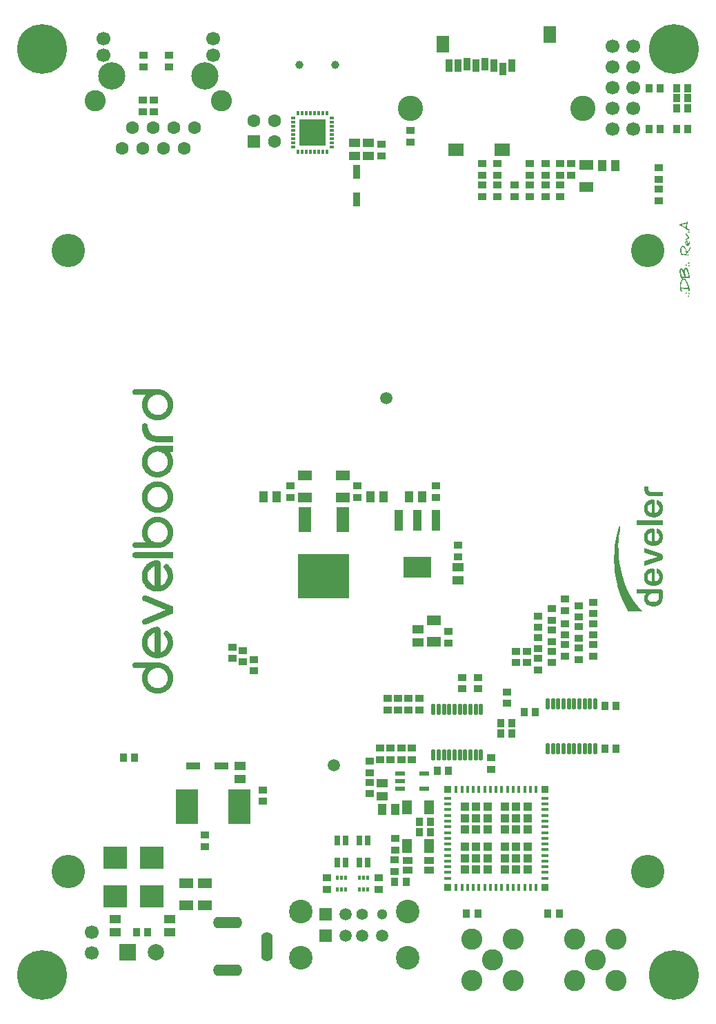
<source format=gbs>
G04 Layer_Color=16711935*
%FSLAX44Y44*%
%MOMM*%
G71*
G01*
G75*
%ADD54C,1.3000*%
%ADD60C,1.5000*%
%ADD65C,1.6000*%
%ADD117R,1.2000X1.8000*%
%ADD120R,0.9000X1.0000*%
%ADD123R,1.1000X1.4000*%
%ADD124R,1.0000X0.9000*%
%ADD140R,1.8000X1.2000*%
%ADD141R,1.4000X1.1000*%
%ADD142C,3.1000*%
%ADD143C,6.1000*%
%ADD144C,4.1000*%
%ADD145C,1.0000*%
%ADD146C,1.7000*%
%ADD147C,2.9000*%
%ADD148R,1.5200X1.5200*%
%ADD149C,1.5200*%
%ADD150C,1.4000*%
%ADD151O,3.6000X1.4000*%
%ADD152O,1.4000X3.6000*%
%ADD153C,2.0000*%
%ADD154R,2.0000X2.0000*%
%ADD155R,1.6000X1.6000*%
%ADD156C,2.6000*%
%ADD157C,3.3500*%
%ADD158C,1.7000*%
%ADD159O,0.5000X1.4500*%
%ADD160R,2.8432X2.7162*%
%ADD161R,1.6000X3.1000*%
%ADD162R,6.3000X5.5000*%
%ADD163R,2.7000X4.3000*%
%ADD164R,1.7000X0.9000*%
%ADD165R,0.4000X0.6000*%
%ADD166R,0.7000X1.2000*%
%ADD167R,1.1500X0.9000*%
%ADD168R,0.8100X0.8100*%
%ADD169R,0.8100X0.4600*%
%ADD170R,0.4600X0.8100*%
%ADD171R,1.0600X1.0600*%
%ADD172R,1.3000X0.6000*%
%ADD173R,1.1000X2.5000*%
%ADD174R,3.4000X2.5000*%
%ADD175R,1.9000X1.5000*%
%ADD176R,1.5000X2.0000*%
%ADD177R,0.9000X1.6000*%
%ADD178R,0.9000X1.7000*%
%ADD179R,3.3000X3.3000*%
%ADD180R,0.4000X0.6000*%
%ADD181R,0.6000X0.4000*%
G36*
X175421Y750571D02*
X176421Y750488D01*
X177587Y750321D01*
X178837Y749988D01*
X180170Y749655D01*
X181503Y749155D01*
X181670Y749071D01*
X182086Y748905D01*
X182753Y748571D01*
X183586Y748072D01*
X184502Y747488D01*
X185585Y746739D01*
X186668Y745906D01*
X187668Y744989D01*
X187751Y744906D01*
X188085Y744573D01*
X188584Y743989D01*
X189168Y743240D01*
X189834Y742406D01*
X190501Y741323D01*
X191167Y740157D01*
X191750Y738907D01*
X191834Y738741D01*
X192000Y738324D01*
X192167Y737658D01*
X192417Y736741D01*
X192750Y735575D01*
X192917Y734325D01*
X193083Y732992D01*
X193167Y731492D01*
Y731409D01*
Y731326D01*
Y730826D01*
X193083Y730076D01*
X193000Y729077D01*
X192833Y727910D01*
X192583Y726660D01*
X192250Y725328D01*
X191750Y723995D01*
X191667Y723828D01*
X191500Y723411D01*
X191167Y722745D01*
X190667Y721912D01*
X190084Y720995D01*
X189418Y719912D01*
X188584Y718829D01*
X187668Y717829D01*
X187585Y717746D01*
X187168Y717413D01*
X186668Y716913D01*
X185919Y716330D01*
X185002Y715663D01*
X183919Y714997D01*
X182753Y714330D01*
X181503Y713664D01*
X181336Y713580D01*
X180920Y713414D01*
X180170Y713164D01*
X179254Y712914D01*
X178171Y712664D01*
X176838Y712414D01*
X175504Y712247D01*
X174005Y712164D01*
X173338D01*
X172589Y712247D01*
X171589Y712331D01*
X170506Y712497D01*
X169256Y712831D01*
X167923Y713164D01*
X166590Y713664D01*
X166507D01*
X166423Y713747D01*
X166007Y713914D01*
X165340Y714330D01*
X164507Y714747D01*
X163507Y715413D01*
X162508Y716080D01*
X161425Y716913D01*
X160425Y717829D01*
X160342Y717913D01*
X160008Y718329D01*
X159509Y718829D01*
X158925Y719579D01*
X158259Y720495D01*
X157592Y721578D01*
X156926Y722745D01*
X156343Y723995D01*
X156259Y724161D01*
X156093Y724578D01*
X155843Y725328D01*
X155510Y726244D01*
X155260Y727327D01*
X155010Y728660D01*
X154843Y729993D01*
X154760Y731492D01*
Y731659D01*
Y732076D01*
X154843Y732742D01*
X154926Y733575D01*
X155010Y734575D01*
X155260Y735658D01*
X155510Y736741D01*
X155926Y737908D01*
X156010Y738074D01*
X156093Y738407D01*
X156343Y738991D01*
X156676Y739740D01*
X157093Y740574D01*
X157676Y741490D01*
X158259Y742406D01*
X158925Y743323D01*
X146429D01*
X146179Y743406D01*
X145845Y743490D01*
X145012Y743823D01*
X144596Y744073D01*
X144179Y744406D01*
X144096Y744489D01*
X144012Y744573D01*
X143846Y744822D01*
X143596Y745156D01*
X143263Y745989D01*
X143179Y746489D01*
X143096Y746989D01*
Y747072D01*
Y747238D01*
X143179Y747572D01*
X143263Y747905D01*
X143513Y748738D01*
X143846Y749155D01*
X144179Y749571D01*
X144263Y749655D01*
X144346Y749738D01*
X144596Y749904D01*
X144929Y750154D01*
X145679Y750488D01*
X146179Y750571D01*
X146678Y750654D01*
X174671D01*
X175421Y750571D01*
D02*
G37*
G36*
X741569Y499403D02*
X741569Y499403D01*
X741569Y499403D01*
X741570Y499402D01*
X741570Y499402D01*
X741570Y499401D01*
X741569Y499403D01*
X741570Y499402D01*
X741569Y499403D01*
X741569Y499403D01*
X741568Y499406D01*
X741569Y499403D01*
D02*
G37*
G36*
X750591Y480242D02*
X750590Y480243D01*
Y480243D01*
X750591Y480242D01*
D02*
G37*
G36*
X158842Y708748D02*
X159175Y708665D01*
X160008Y708415D01*
X160508Y708082D01*
X160925Y707749D01*
X161008Y707665D01*
X161091Y707582D01*
X161258Y707332D01*
X161425Y706999D01*
X161841Y706166D01*
X161925Y705749D01*
X162008Y705166D01*
Y705083D01*
Y704749D01*
X162091Y704249D01*
Y703666D01*
X162258Y703000D01*
X162425Y702250D01*
X162591Y701417D01*
X162924Y700584D01*
Y700500D01*
X163091Y700250D01*
X163258Y699834D01*
X163507Y699334D01*
X164257Y698084D01*
X165257Y696751D01*
X165340Y696668D01*
X165507Y696501D01*
X165840Y696168D01*
X166257Y695835D01*
X166757Y695335D01*
X167423Y694919D01*
X168839Y694085D01*
X168923D01*
X169173Y693919D01*
X169589Y693836D01*
X170173Y693669D01*
X170839Y693502D01*
X171589Y693336D01*
X172422Y693252D01*
X173338Y693169D01*
X193083D01*
Y685671D01*
X171839D01*
X171006Y685754D01*
X170006Y685838D01*
X168839Y686004D01*
X167507Y686337D01*
X166173Y686671D01*
X164924Y687171D01*
X164757Y687254D01*
X164341Y687504D01*
X163757Y687837D01*
X162924Y688337D01*
X162008Y688920D01*
X161091Y689670D01*
X160175Y690503D01*
X159259Y691420D01*
X159175Y691503D01*
X158842Y691919D01*
X158426Y692419D01*
X157926Y693169D01*
X157343Y694085D01*
X156759Y695169D01*
X156259Y696335D01*
X155759Y697585D01*
Y697668D01*
X155676Y697751D01*
X155593Y698251D01*
X155426Y698918D01*
X155176Y699917D01*
X154926Y701000D01*
X154760Y702333D01*
X154677Y703666D01*
X154593Y705166D01*
Y705249D01*
Y705416D01*
X154677Y705666D01*
X154760Y706082D01*
X155010Y706916D01*
X155343Y707332D01*
X155676Y707749D01*
X155759Y707832D01*
X155843Y707915D01*
X156093Y708082D01*
X156426Y708332D01*
X157259Y708665D01*
X157676Y708748D01*
X158259Y708832D01*
X158509D01*
X158842Y708748D01*
D02*
G37*
G36*
X751380Y503182D02*
X751379Y503183D01*
Y503183D01*
X751380Y503182D01*
D02*
G37*
G36*
X193083Y673507D02*
X189001D01*
X189084Y673424D01*
X189334Y673091D01*
X189667Y672591D01*
X190167Y671925D01*
X190667Y671175D01*
X191167Y670258D01*
X191667Y669175D01*
X192084Y668092D01*
Y667925D01*
X192250Y667592D01*
X192417Y666926D01*
X192583Y666093D01*
X192750Y665176D01*
X192917Y664093D01*
X193000Y662843D01*
X193083Y661594D01*
Y661510D01*
Y661427D01*
Y660927D01*
X193000Y660178D01*
X192917Y659178D01*
X192750Y658011D01*
X192500Y656762D01*
X192167Y655429D01*
X191667Y654096D01*
X191584Y653929D01*
X191417Y653512D01*
X191084Y652846D01*
X190584Y652013D01*
X190001Y651096D01*
X189334Y650013D01*
X188501Y648930D01*
X187585Y647931D01*
X187501Y647847D01*
X187085Y647514D01*
X186585Y647014D01*
X185835Y646431D01*
X184919Y645764D01*
X183836Y645098D01*
X182669Y644432D01*
X181420Y643765D01*
X181336D01*
X181253Y643682D01*
X180753Y643515D01*
X180087Y643265D01*
X179087Y643015D01*
X178004Y642765D01*
X176671Y642515D01*
X175338Y642349D01*
X173838Y642265D01*
X173172D01*
X172422Y642349D01*
X171422Y642432D01*
X170256Y642599D01*
X169006Y642932D01*
X167673Y643265D01*
X166340Y643765D01*
X166173Y643848D01*
X165757Y644015D01*
X165091Y644432D01*
X164257Y644848D01*
X163341Y645515D01*
X162258Y646181D01*
X161258Y647014D01*
X160258Y647931D01*
X160175Y648014D01*
X159842Y648430D01*
X159342Y648930D01*
X158759Y649680D01*
X158092Y650597D01*
X157343Y651680D01*
X156676Y652846D01*
X156093Y654096D01*
X156010Y654262D01*
X155843Y654679D01*
X155593Y655429D01*
X155343Y656345D01*
X155093Y657428D01*
X154843Y658761D01*
X154677Y660094D01*
X154593Y661594D01*
Y661677D01*
Y661760D01*
Y662260D01*
X154677Y663010D01*
X154760Y664010D01*
X154926Y665176D01*
X155260Y666426D01*
X155593Y667759D01*
X156093Y669092D01*
Y669175D01*
X156176Y669258D01*
X156343Y669675D01*
X156676Y670341D01*
X157176Y671175D01*
X157759Y672174D01*
X158509Y673174D01*
X159342Y674257D01*
X160258Y675257D01*
X160342Y675340D01*
X160675Y675674D01*
X161258Y676173D01*
X162008Y676757D01*
X162841Y677423D01*
X163924Y678173D01*
X165091Y678839D01*
X166340Y679423D01*
X166507Y679506D01*
X166923Y679672D01*
X167673Y679922D01*
X168590Y680172D01*
X169673Y680422D01*
X171006Y680672D01*
X172339Y680839D01*
X173838Y680922D01*
X193083D01*
Y673507D01*
D02*
G37*
G36*
X752600Y500735D02*
X752600Y500735D01*
X752600Y500735D01*
X752600Y500735D01*
X752600Y500735D01*
X752599Y500736D01*
X752600Y500735D01*
D02*
G37*
G36*
X763462Y484354D02*
X763461Y484355D01*
X763460Y484352D01*
X763458Y484355D01*
X763461Y484355D01*
X763461Y484357D01*
X763462Y484354D01*
D02*
G37*
G36*
X741969Y498292D02*
Y498292D01*
X741969D01*
X741970Y498291D01*
X741969Y498291D01*
X741969Y498291D01*
X741969Y498292D01*
X741969Y498291D01*
X741969Y498292D01*
X741969D01*
X741969Y498292D01*
X741969Y498292D01*
X741970Y498291D01*
X741969Y498291D01*
X741970Y498289D01*
X741970Y498291D01*
X741970Y498291D01*
X741969Y498292D01*
X741969Y498292D01*
X741969Y498292D01*
X741969Y498292D01*
X741969Y498292D01*
D02*
G37*
G36*
X741969Y498292D02*
X741969D01*
X741970Y498291D01*
X741969Y498292D01*
X741970Y498291D01*
X741969Y498292D01*
X741969D01*
X741969Y498292D01*
X741969D01*
X741969Y498292D01*
D02*
G37*
G36*
X741969Y498293D02*
X741969Y498293D01*
X741969Y498293D01*
X741969Y498293D01*
D01*
D01*
D01*
X741969Y498293D01*
X741969Y498293D01*
X741969Y498293D01*
X741969Y498293D01*
D02*
G37*
G36*
X753443Y499138D02*
X753442Y499138D01*
X753442Y499138D01*
X753442Y499138D01*
X753442Y499138D01*
X753442Y499138D01*
X753443Y499138D01*
D02*
G37*
G36*
X741967Y498297D02*
D01*
D01*
D01*
X741967Y498297D01*
D01*
X741967Y498297D01*
X741967Y498297D01*
D01*
X741967Y498297D01*
X741966Y498298D01*
X741966D01*
X741967Y498297D01*
D02*
G37*
G36*
X748542Y483774D02*
X748542D01*
X748542Y483775D01*
X748542Y483774D01*
D02*
G37*
G36*
X175338Y637433D02*
X176338Y637350D01*
X177504Y637100D01*
X178754Y636850D01*
X180087Y636434D01*
X181420Y635934D01*
X181586Y635850D01*
X182003Y635684D01*
X182669Y635350D01*
X183502Y634851D01*
X184419Y634267D01*
X185502Y633518D01*
X186585Y632685D01*
X187585Y631768D01*
X187668Y631685D01*
X188001Y631352D01*
X188501Y630768D01*
X189084Y630019D01*
X189751Y629185D01*
X190417Y628102D01*
X191084Y626936D01*
X191667Y625686D01*
X191750Y625520D01*
X191917Y625103D01*
X192084Y624353D01*
X192334Y623437D01*
X192667Y622354D01*
X192833Y621021D01*
X193000Y619688D01*
X193083Y618188D01*
Y618105D01*
Y618022D01*
Y617522D01*
X193000Y616772D01*
X192917Y615772D01*
X192750Y614606D01*
X192500Y613356D01*
X192167Y612023D01*
X191667Y610690D01*
X191584Y610523D01*
X191417Y610107D01*
X191084Y609440D01*
X190584Y608607D01*
X190001Y607691D01*
X189334Y606608D01*
X188501Y605525D01*
X187585Y604525D01*
X187501Y604442D01*
X187085Y604109D01*
X186585Y603609D01*
X185835Y603025D01*
X184919Y602359D01*
X183836Y601692D01*
X182669Y601026D01*
X181420Y600359D01*
X181253Y600276D01*
X180836Y600109D01*
X180087Y599860D01*
X179170Y599610D01*
X178004Y599360D01*
X176754Y599110D01*
X175338Y598943D01*
X173838Y598860D01*
X173172D01*
X172422Y598943D01*
X171422Y599026D01*
X170256Y599193D01*
X169006Y599526D01*
X167673Y599860D01*
X166340Y600359D01*
X166173Y600443D01*
X165757Y600609D01*
X165091Y601026D01*
X164257Y601442D01*
X163341Y602109D01*
X162258Y602775D01*
X161258Y603609D01*
X160258Y604525D01*
X160175Y604608D01*
X159842Y605025D01*
X159342Y605525D01*
X158759Y606275D01*
X158092Y607191D01*
X157426Y608274D01*
X156759Y609440D01*
X156176Y610690D01*
X156093Y610857D01*
X155926Y611273D01*
X155676Y612023D01*
X155343Y612940D01*
X155093Y614023D01*
X154843Y615356D01*
X154677Y616689D01*
X154593Y618188D01*
Y618271D01*
Y618355D01*
Y618855D01*
X154677Y619604D01*
X154760Y620604D01*
X155010Y621771D01*
X155260Y623020D01*
X155676Y624353D01*
X156176Y625686D01*
Y625770D01*
X156259Y625853D01*
X156426Y626269D01*
X156759Y626936D01*
X157259Y627769D01*
X157842Y628769D01*
X158509Y629769D01*
X159342Y630852D01*
X160258Y631851D01*
X160342Y631935D01*
X160675Y632268D01*
X161258Y632768D01*
X162008Y633351D01*
X162924Y634017D01*
X163924Y634767D01*
X165091Y635434D01*
X166423Y636017D01*
X166590Y636100D01*
X167007Y636267D01*
X167757Y636517D01*
X168673Y636767D01*
X169756Y637017D01*
X171006Y637267D01*
X172422Y637433D01*
X173838Y637517D01*
X174505D01*
X175338Y637433D01*
D02*
G37*
G36*
X739528Y505745D02*
X739527Y505745D01*
Y505745D01*
X739528Y505745D01*
D02*
G37*
G36*
X739528Y505744D02*
D01*
X739528Y505744D01*
X739528Y505744D01*
X739528Y505744D01*
X739528Y505744D01*
X739528Y505744D01*
D02*
G37*
G36*
X739528Y505743D02*
X739528Y505744D01*
X739528Y505743D01*
X739528Y505744D01*
X739528Y505744D01*
X739528Y505744D01*
X739528Y505743D01*
D02*
G37*
G36*
X776048Y631219D02*
X776201Y631097D01*
X776231Y631006D01*
X776262Y630884D01*
Y628991D01*
Y628960D01*
Y628899D01*
Y628777D01*
X776292Y628655D01*
Y628472D01*
X776323Y628258D01*
X776414Y627770D01*
X776567Y627251D01*
X776811Y626670D01*
X777116Y626121D01*
X777544Y625602D01*
X777605Y625541D01*
X777788Y625419D01*
X778063Y625205D01*
X778460Y624991D01*
X778948Y624747D01*
X779559Y624533D01*
X780261Y624411D01*
X781055Y624350D01*
X793664D01*
X793786Y624320D01*
X793939Y624197D01*
X793969Y624136D01*
X794000Y624014D01*
Y619221D01*
Y619160D01*
X793939Y619038D01*
X793817Y618916D01*
X793725Y618885D01*
X793603Y618854D01*
X780719D01*
X780505Y618885D01*
X780200D01*
X779803Y618946D01*
X779376Y619007D01*
X778887Y619068D01*
X778368Y619190D01*
X777819Y619343D01*
X777239Y619526D01*
X776658Y619740D01*
X776048Y619984D01*
X775468Y620289D01*
X774918Y620656D01*
X774369Y621083D01*
X773880Y621541D01*
X773850Y621572D01*
X773758Y621663D01*
X773636Y621816D01*
X773483Y622030D01*
X773270Y622304D01*
X773056Y622640D01*
X772812Y623007D01*
X772567Y623434D01*
X772354Y623923D01*
X772109Y624472D01*
X771896Y625052D01*
X771682Y625663D01*
X771529Y626335D01*
X771407Y627037D01*
X771316Y627800D01*
X771285Y628594D01*
Y630884D01*
Y630914D01*
Y630945D01*
X771346Y631067D01*
X771438Y631189D01*
X771560Y631250D01*
X775926D01*
X776048Y631219D01*
D02*
G37*
G36*
X739525Y505751D02*
D01*
X739526Y505749D01*
X739525Y505751D01*
X739526Y505749D01*
Y505749D01*
Y505749D01*
X739525Y505751D01*
D01*
X739525Y505751D01*
X739525Y505751D01*
D02*
G37*
G36*
X739526Y505749D02*
X739526Y505749D01*
X739526Y505749D01*
X739526Y505749D01*
X739526Y505749D01*
X739526Y505749D01*
Y505749D01*
Y505749D01*
X739526Y505749D01*
D02*
G37*
G36*
X739526Y505749D02*
X739525Y505751D01*
X739526Y505749D01*
X739526D01*
X739525Y505751D01*
X739525Y505751D01*
X739526Y505749D01*
D02*
G37*
G36*
X174338Y540625D02*
X174755Y540541D01*
X175588Y540291D01*
X176004Y539958D01*
X176421Y539625D01*
X176504Y539542D01*
X176588Y539458D01*
X176754Y539208D01*
X176921Y538875D01*
X177337Y538042D01*
X177421Y537626D01*
X177504Y537042D01*
Y509549D01*
X177587D01*
X177837Y509633D01*
X178254Y509799D01*
X178670Y509966D01*
X179837Y510466D01*
X181086Y511216D01*
X181170Y511299D01*
X181336Y511466D01*
X181586Y511716D01*
X182003Y512049D01*
X182836Y512965D01*
X183752Y514048D01*
X183836Y514132D01*
X183919Y514381D01*
X184169Y514715D01*
X184419Y515131D01*
X184669Y515631D01*
X185002Y516214D01*
X185502Y517547D01*
Y517631D01*
X185585Y517881D01*
X185669Y518297D01*
X185752Y518714D01*
X185919Y519297D01*
X186002Y519963D01*
X186085Y521380D01*
Y521463D01*
Y521796D01*
X186002Y522296D01*
Y522879D01*
X185919Y523629D01*
X185752Y524379D01*
X185252Y526129D01*
X185169Y526212D01*
X185085Y526545D01*
X184835Y526962D01*
X184585Y527545D01*
X184169Y528128D01*
X183669Y528878D01*
X183169Y529544D01*
X182503Y530211D01*
X182419Y530294D01*
X182336Y530377D01*
X182003Y530877D01*
X181670Y531627D01*
X181503Y532127D01*
Y532627D01*
Y532710D01*
Y532877D01*
X181586Y533127D01*
Y533460D01*
X181919Y534210D01*
X182169Y534626D01*
X182503Y535043D01*
X182586Y535126D01*
X182669Y535210D01*
X182919Y535376D01*
X183253Y535626D01*
X184002Y535959D01*
X184419Y536043D01*
X184919Y536126D01*
X185169D01*
X185419Y536043D01*
X185752Y535959D01*
X186502Y535709D01*
X186918Y535376D01*
X187335Y535043D01*
X187418Y534876D01*
X187835Y534543D01*
X188335Y533960D01*
X188918Y533210D01*
X189584Y532210D01*
X190334Y531127D01*
X191000Y529961D01*
X191584Y528628D01*
X191667Y528461D01*
X191834Y528045D01*
X192000Y527295D01*
X192250Y526378D01*
X192583Y525295D01*
X192750Y524129D01*
X192917Y522796D01*
X193000Y521380D01*
Y521296D01*
Y521213D01*
Y520713D01*
X192917Y519963D01*
X192833Y518964D01*
X192667Y517881D01*
X192334Y516631D01*
X192000Y515298D01*
X191500Y513965D01*
X191417Y513798D01*
X191250Y513382D01*
X190834Y512715D01*
X190417Y511965D01*
X189751Y510966D01*
X189084Y509966D01*
X188251Y508883D01*
X187335Y507883D01*
X187251Y507800D01*
X186835Y507467D01*
X186335Y506967D01*
X185585Y506384D01*
X184669Y505717D01*
X183586Y504967D01*
X182419Y504301D01*
X181170Y503634D01*
X181086D01*
X181003Y503551D01*
X180586Y503384D01*
X179837Y503134D01*
X178920Y502884D01*
X177754Y502635D01*
X176504Y502384D01*
X175088Y502218D01*
X173672Y502135D01*
X173005D01*
X172255Y502218D01*
X171256Y502301D01*
X170173Y502468D01*
X168923Y502801D01*
X167590Y503134D01*
X166257Y503634D01*
X166090Y503717D01*
X165674Y503884D01*
X165007Y504217D01*
X164174Y504717D01*
X163258Y505300D01*
X162175Y505967D01*
X161175Y506800D01*
X160175Y507716D01*
X160092Y507800D01*
X159759Y508216D01*
X159259Y508716D01*
X158675Y509466D01*
X158009Y510299D01*
X157343Y511382D01*
X156676Y512549D01*
X156093Y513798D01*
Y513882D01*
X156010Y513965D01*
X155843Y514465D01*
X155593Y515131D01*
X155343Y516131D01*
X155093Y517214D01*
X154843Y518547D01*
X154677Y519963D01*
X154593Y521463D01*
Y521546D01*
Y521630D01*
Y522130D01*
X154677Y522879D01*
X154760Y523879D01*
X155010Y524962D01*
X155260Y526212D01*
X155676Y527545D01*
X156176Y528878D01*
X156259Y529044D01*
X156426Y529461D01*
X156759Y530127D01*
X157259Y530961D01*
X157842Y531877D01*
X158509Y532960D01*
X159342Y533960D01*
X160258Y534959D01*
X160342Y535043D01*
X160675Y535376D01*
X161258Y535876D01*
X162008Y536459D01*
X162841Y537126D01*
X163924Y537876D01*
X165091Y538542D01*
X166340Y539125D01*
X166507Y539208D01*
X166923Y539375D01*
X167673Y539625D01*
X168590Y539958D01*
X169673Y540208D01*
X171006Y540458D01*
X172339Y540625D01*
X173838Y540708D01*
X174088D01*
X174338Y540625D01*
D02*
G37*
G36*
X193000Y543457D02*
X146262D01*
X145929Y543541D01*
X145596Y543624D01*
X144762Y543957D01*
X144346Y544207D01*
X144012Y544540D01*
X143929Y544624D01*
X143846Y544707D01*
X143679Y544957D01*
X143513Y545290D01*
X143179Y546123D01*
X143013Y546540D01*
Y547040D01*
Y547123D01*
Y547290D01*
X143096Y547623D01*
Y547956D01*
X143429Y548873D01*
X143679Y549289D01*
X144012Y549622D01*
Y549706D01*
X144179Y549789D01*
X144679Y550122D01*
X145429Y550456D01*
X145929Y550622D01*
X193000D01*
Y543457D01*
D02*
G37*
G36*
X175421Y593944D02*
X176421Y593861D01*
X177587Y593694D01*
X178837Y593361D01*
X180170Y593028D01*
X181503Y592528D01*
X181670Y592445D01*
X182086Y592278D01*
X182753Y591945D01*
X183586Y591445D01*
X184502Y590862D01*
X185585Y590112D01*
X186668Y589279D01*
X187668Y588363D01*
X187751Y588279D01*
X188085Y587946D01*
X188584Y587363D01*
X189168Y586613D01*
X189834Y585696D01*
X190501Y584697D01*
X191167Y583530D01*
X191750Y582197D01*
X191834Y582031D01*
X192000Y581614D01*
X192167Y580864D01*
X192417Y579948D01*
X192750Y578865D01*
X192917Y577615D01*
X193083Y576199D01*
X193167Y574783D01*
Y574699D01*
Y574616D01*
Y574116D01*
X193083Y573366D01*
X193000Y572367D01*
X192833Y571200D01*
X192583Y569951D01*
X192250Y568618D01*
X191750Y567285D01*
X191667Y567118D01*
X191500Y566701D01*
X191167Y566035D01*
X190667Y565285D01*
X190084Y564285D01*
X189418Y563286D01*
X188584Y562203D01*
X187668Y561203D01*
X187585Y561119D01*
X187168Y560786D01*
X186668Y560286D01*
X185919Y559703D01*
X185002Y559037D01*
X183919Y558370D01*
X182753Y557704D01*
X181503Y557037D01*
X181336Y556954D01*
X180920Y556787D01*
X180170Y556537D01*
X179254Y556287D01*
X178171Y556037D01*
X176838Y555788D01*
X175504Y555621D01*
X174005Y555538D01*
X146429D01*
X146179Y555621D01*
X145845Y555704D01*
X145012Y556037D01*
X144596Y556287D01*
X144179Y556621D01*
X144096Y556704D01*
X144012Y556787D01*
X143846Y557037D01*
X143596Y557370D01*
X143263Y558204D01*
X143179Y558703D01*
X143096Y559287D01*
Y559370D01*
Y559537D01*
X143179Y559786D01*
X143263Y560120D01*
X143513Y560953D01*
X143846Y561369D01*
X144179Y561786D01*
X144263Y561869D01*
X144346Y561953D01*
X144596Y562119D01*
X144929Y562369D01*
X145679Y562786D01*
X146179Y562869D01*
X146678Y562952D01*
X158925D01*
X158842Y563036D01*
X158592Y563369D01*
X158259Y563869D01*
X157842Y564535D01*
X157343Y565285D01*
X156843Y566202D01*
X156343Y567201D01*
X155926Y568284D01*
X155843Y568451D01*
X155759Y568784D01*
X155593Y569451D01*
X155343Y570201D01*
X155093Y571200D01*
X154926Y572283D01*
X154843Y573533D01*
X154760Y574783D01*
Y574866D01*
Y574949D01*
Y575449D01*
X154843Y576199D01*
X154926Y577199D01*
X155176Y578282D01*
X155426Y579532D01*
X155843Y580864D01*
X156343Y582197D01*
Y582281D01*
X156426Y582364D01*
X156593Y582781D01*
X156926Y583447D01*
X157426Y584280D01*
X158009Y585280D01*
X158675Y586280D01*
X159509Y587363D01*
X160425Y588363D01*
X160508Y588446D01*
X160842Y588779D01*
X161425Y589279D01*
X162175Y589862D01*
X163091Y590529D01*
X164091Y591278D01*
X165257Y591945D01*
X166590Y592528D01*
X166757Y592611D01*
X167173Y592778D01*
X167923Y593028D01*
X168839Y593278D01*
X169923Y593528D01*
X171172Y593778D01*
X172589Y593944D01*
X174005Y594028D01*
X174671D01*
X175421Y593944D01*
D02*
G37*
G36*
X159509Y497469D02*
X160008Y497303D01*
X193000Y483473D01*
Y475558D01*
X160008Y461728D01*
X159925Y461645D01*
X159592Y461562D01*
X159175Y461478D01*
X158759Y461395D01*
X158592D01*
X158092Y461478D01*
X157426Y461645D01*
X156759Y462062D01*
X156676D01*
X156593Y462145D01*
X156176Y462561D01*
X155676Y463061D01*
X155260Y463811D01*
X155176Y463978D01*
X155093Y464311D01*
X155010Y464728D01*
Y465227D01*
Y465311D01*
Y465394D01*
X155093Y465894D01*
X155260Y466560D01*
X155676Y467227D01*
Y467310D01*
X155759Y467393D01*
X156093Y467727D01*
X156593Y468227D01*
X157259Y468643D01*
X183669Y479474D01*
X157259Y490388D01*
X157176D01*
X157093Y490471D01*
X156676Y490721D01*
X156176Y491137D01*
X155676Y491721D01*
Y491804D01*
X155593Y491887D01*
X155343Y492387D01*
X155093Y493054D01*
X155010Y493803D01*
Y493887D01*
Y494220D01*
X155093Y494636D01*
X155260Y495220D01*
Y495303D01*
X155343Y495386D01*
X155593Y495886D01*
X156093Y496386D01*
X156759Y496969D01*
X156926Y497053D01*
X157343Y497303D01*
X158009Y497552D01*
X158759Y497636D01*
X159092D01*
X159509Y497469D01*
D02*
G37*
G36*
X739528Y505743D02*
Y505743D01*
X739528Y505743D01*
X739528Y505743D01*
X739528Y505743D01*
Y505743D01*
X739528Y505743D01*
X739528D01*
X739528Y505743D01*
X739528Y505743D01*
X739528Y505743D01*
X739528Y505743D01*
D02*
G37*
G36*
X175421Y415323D02*
X176421Y415240D01*
X177587Y415074D01*
X178837Y414740D01*
X180170Y414407D01*
X181503Y413907D01*
X181670Y413824D01*
X182086Y413657D01*
X182753Y413324D01*
X183586Y412824D01*
X184502Y412241D01*
X185585Y411491D01*
X186668Y410658D01*
X187668Y409742D01*
X187751Y409658D01*
X188085Y409325D01*
X188584Y408742D01*
X189168Y407992D01*
X189834Y407159D01*
X190501Y406076D01*
X191167Y404910D01*
X191750Y403660D01*
X191834Y403493D01*
X192000Y403077D01*
X192167Y402410D01*
X192417Y401494D01*
X192750Y400327D01*
X192917Y399078D01*
X193083Y397745D01*
X193167Y396245D01*
Y396162D01*
Y396078D01*
Y395579D01*
X193083Y394829D01*
X193000Y393829D01*
X192833Y392663D01*
X192583Y391413D01*
X192250Y390080D01*
X191750Y388747D01*
X191667Y388580D01*
X191500Y388164D01*
X191167Y387497D01*
X190667Y386664D01*
X190084Y385748D01*
X189418Y384665D01*
X188584Y383582D01*
X187668Y382582D01*
X187585Y382499D01*
X187168Y382165D01*
X186668Y381665D01*
X185919Y381082D01*
X185002Y380416D01*
X183919Y379749D01*
X182753Y379083D01*
X181503Y378416D01*
X181336Y378333D01*
X180920Y378166D01*
X180170Y377916D01*
X179254Y377667D01*
X178171Y377416D01*
X176838Y377167D01*
X175504Y377000D01*
X174005Y376917D01*
X173338D01*
X172589Y377000D01*
X171589Y377083D01*
X170506Y377250D01*
X169256Y377583D01*
X167923Y377916D01*
X166590Y378416D01*
X166507D01*
X166423Y378500D01*
X166007Y378666D01*
X165340Y379083D01*
X164507Y379499D01*
X163507Y380166D01*
X162508Y380832D01*
X161425Y381665D01*
X160425Y382582D01*
X160342Y382665D01*
X160008Y383082D01*
X159509Y383582D01*
X158925Y384331D01*
X158259Y385248D01*
X157592Y386331D01*
X156926Y387497D01*
X156343Y388747D01*
X156259Y388914D01*
X156093Y389330D01*
X155843Y390080D01*
X155510Y390996D01*
X155260Y392080D01*
X155010Y393412D01*
X154843Y394745D01*
X154760Y396245D01*
Y396412D01*
Y396828D01*
X154843Y397495D01*
X154926Y398328D01*
X155010Y399328D01*
X155260Y400411D01*
X155510Y401494D01*
X155926Y402660D01*
X156010Y402827D01*
X156093Y403160D01*
X156343Y403743D01*
X156676Y404493D01*
X157093Y405326D01*
X157676Y406242D01*
X158259Y407159D01*
X158925Y408075D01*
X146429D01*
X146179Y408159D01*
X145845Y408242D01*
X145012Y408575D01*
X144596Y408825D01*
X144179Y409158D01*
X144096Y409242D01*
X144012Y409325D01*
X143846Y409575D01*
X143596Y409908D01*
X143263Y410741D01*
X143179Y411241D01*
X143096Y411741D01*
Y411824D01*
Y411991D01*
X143179Y412324D01*
X143263Y412658D01*
X143513Y413491D01*
X143846Y413907D01*
X144179Y414324D01*
X144263Y414407D01*
X144346Y414490D01*
X144596Y414657D01*
X144929Y414907D01*
X145679Y415240D01*
X146179Y415323D01*
X146678Y415407D01*
X174671D01*
X175421Y415323D01*
D02*
G37*
G36*
X174338Y458896D02*
X174755Y458812D01*
X175588Y458562D01*
X176004Y458229D01*
X176421Y457896D01*
X176504Y457813D01*
X176588Y457729D01*
X176754Y457479D01*
X176921Y457146D01*
X177337Y456313D01*
X177421Y455896D01*
X177504Y455313D01*
Y427820D01*
X177587D01*
X177837Y427904D01*
X178254Y428070D01*
X178670Y428237D01*
X179837Y428737D01*
X181086Y429487D01*
X181170Y429570D01*
X181336Y429737D01*
X181586Y429986D01*
X182003Y430320D01*
X182836Y431236D01*
X183752Y432319D01*
X183836Y432402D01*
X183919Y432652D01*
X184169Y432986D01*
X184419Y433402D01*
X184669Y433902D01*
X185002Y434485D01*
X185502Y435818D01*
Y435902D01*
X185585Y436152D01*
X185669Y436568D01*
X185752Y436985D01*
X185919Y437568D01*
X186002Y438234D01*
X186085Y439651D01*
Y439734D01*
Y440067D01*
X186002Y440567D01*
Y441150D01*
X185919Y441900D01*
X185752Y442650D01*
X185252Y444399D01*
X185169Y444483D01*
X185085Y444816D01*
X184835Y445233D01*
X184585Y445816D01*
X184169Y446399D01*
X183669Y447149D01*
X183169Y447815D01*
X182503Y448482D01*
X182419Y448565D01*
X182336Y448648D01*
X182003Y449148D01*
X181670Y449898D01*
X181503Y450398D01*
Y450898D01*
Y450981D01*
Y451148D01*
X181586Y451398D01*
Y451731D01*
X181919Y452481D01*
X182169Y452897D01*
X182503Y453314D01*
X182586Y453397D01*
X182669Y453480D01*
X182919Y453647D01*
X183253Y453897D01*
X184002Y454230D01*
X184419Y454314D01*
X184919Y454397D01*
X185169D01*
X185419Y454314D01*
X185752Y454230D01*
X186502Y453980D01*
X186918Y453647D01*
X187335Y453314D01*
X187418Y453147D01*
X187835Y452814D01*
X188335Y452231D01*
X188918Y451481D01*
X189584Y450481D01*
X190334Y449398D01*
X191000Y448232D01*
X191584Y446899D01*
X191667Y446732D01*
X191834Y446316D01*
X192000Y445566D01*
X192250Y444649D01*
X192583Y443566D01*
X192750Y442400D01*
X192917Y441067D01*
X193000Y439651D01*
Y439567D01*
Y439484D01*
Y438984D01*
X192917Y438234D01*
X192833Y437235D01*
X192667Y436152D01*
X192334Y434902D01*
X192000Y433569D01*
X191500Y432236D01*
X191417Y432069D01*
X191250Y431653D01*
X190834Y430986D01*
X190417Y430236D01*
X189751Y429237D01*
X189084Y428237D01*
X188251Y427154D01*
X187335Y426154D01*
X187251Y426071D01*
X186835Y425737D01*
X186335Y425238D01*
X185585Y424654D01*
X184669Y423988D01*
X183586Y423238D01*
X182419Y422572D01*
X181170Y421905D01*
X181086D01*
X181003Y421822D01*
X180586Y421655D01*
X179837Y421405D01*
X178920Y421155D01*
X177754Y420905D01*
X176504Y420656D01*
X175088Y420489D01*
X173672Y420406D01*
X173005D01*
X172255Y420489D01*
X171256Y420572D01*
X170173Y420739D01*
X168923Y421072D01*
X167590Y421405D01*
X166257Y421905D01*
X166090Y421988D01*
X165674Y422155D01*
X165007Y422488D01*
X164174Y422988D01*
X163258Y423571D01*
X162175Y424238D01*
X161175Y425071D01*
X160175Y425987D01*
X160092Y426071D01*
X159759Y426487D01*
X159259Y426987D01*
X158675Y427737D01*
X158009Y428570D01*
X157343Y429653D01*
X156676Y430820D01*
X156093Y432069D01*
Y432152D01*
X156010Y432236D01*
X155843Y432736D01*
X155593Y433402D01*
X155343Y434402D01*
X155093Y435485D01*
X154843Y436818D01*
X154677Y438234D01*
X154593Y439734D01*
Y439817D01*
Y439901D01*
Y440400D01*
X154677Y441150D01*
X154760Y442150D01*
X155010Y443233D01*
X155260Y444483D01*
X155676Y445816D01*
X156176Y447149D01*
X156259Y447315D01*
X156426Y447732D01*
X156759Y448398D01*
X157259Y449231D01*
X157842Y450148D01*
X158509Y451231D01*
X159342Y452231D01*
X160258Y453231D01*
X160342Y453314D01*
X160675Y453647D01*
X161258Y454147D01*
X162008Y454730D01*
X162841Y455397D01*
X163924Y456146D01*
X165091Y456813D01*
X166340Y457396D01*
X166507Y457479D01*
X166923Y457646D01*
X167673Y457896D01*
X168590Y458229D01*
X169673Y458479D01*
X171006Y458729D01*
X172339Y458896D01*
X173838Y458979D01*
X174088D01*
X174338Y458896D01*
D02*
G37*
G36*
X741971Y498287D02*
X741971Y498287D01*
X741971Y498287D01*
X741971Y498287D01*
D02*
G37*
G36*
X743621Y494047D02*
X743621Y494047D01*
X743621Y494047D01*
X743621Y494048D01*
X743621Y494047D01*
D02*
G37*
G36*
X746091Y488523D02*
D01*
Y488523D01*
Y488523D01*
Y488523D01*
Y488523D01*
X746091Y488523D01*
X746091Y488523D01*
X746091Y488523D01*
X746091Y488523D01*
D02*
G37*
G36*
X744044Y493038D02*
X744044Y493038D01*
X744044D01*
X744044Y493038D01*
D01*
D01*
D02*
G37*
G36*
X743621Y494048D02*
X743621Y494049D01*
X743621Y494049D01*
X743621Y494048D01*
D02*
G37*
G36*
X743207Y495065D02*
X743207Y495064D01*
D01*
X743207Y495064D01*
X743207Y495064D01*
X743207Y495064D01*
X743207Y495064D01*
D01*
X743207Y495064D01*
X743207Y495064D01*
D01*
X743207Y495065D01*
X743207Y495065D01*
X743207Y495065D01*
D02*
G37*
G36*
X743207Y495065D02*
X743207Y495064D01*
D01*
X743207Y495064D01*
X743207Y495064D01*
X743207Y495064D01*
X743207Y495065D01*
X743207Y495065D01*
Y495065D01*
D02*
G37*
G36*
X746092Y488522D02*
X746094Y488519D01*
X746095Y488517D01*
X746096Y488513D01*
X746096Y488512D01*
X746092Y488522D01*
X746091Y488523D01*
X746092Y488522D01*
D02*
G37*
G36*
X744863Y491165D02*
X744862Y491165D01*
X744862Y491165D01*
X744863Y491165D01*
D02*
G37*
G36*
X758436Y490935D02*
X758435Y490935D01*
X758435Y490934D01*
X758434Y490936D01*
X758435Y490935D01*
X758436Y490937D01*
X758436Y490935D01*
D02*
G37*
G36*
X759240Y489783D02*
X759240Y489784D01*
X759239Y489782D01*
X759238Y489784D01*
X759240Y489784D01*
X759240Y489784D01*
X759240Y489783D01*
D02*
G37*
G36*
X744862Y491166D02*
X744862Y491166D01*
Y491167D01*
X744862Y491166D01*
D02*
G37*
G36*
X744450Y492097D02*
X744450Y492097D01*
X744450Y492096D01*
X744450Y492097D01*
D01*
X744450Y492098D01*
X744450Y492097D01*
D02*
G37*
G36*
X744450Y492096D02*
X744450Y492096D01*
X744450Y492096D01*
X744450Y492096D01*
X744451Y492095D01*
X744450Y492096D01*
X744450Y492096D01*
X744450Y492096D01*
X744450Y492096D01*
X744450Y492096D01*
X744450Y492096D01*
X744451Y492095D01*
X744450Y492097D01*
X744450Y492096D01*
D02*
G37*
G36*
X744451Y492094D02*
Y492094D01*
X744451Y492094D01*
X744451Y492094D01*
X744451Y492094D01*
X744451Y492094D01*
D01*
X744451Y492094D01*
X744451Y492094D01*
D02*
G37*
G36*
X743206Y495065D02*
X743206Y495066D01*
X743207Y495065D01*
X743206Y495065D01*
X743207Y495065D01*
X743206Y495065D01*
X743207Y495065D01*
X743207Y495065D01*
X743207Y495065D01*
X743207Y495065D01*
X743207Y495065D01*
X743206Y495066D01*
X743206D01*
X743206Y495065D01*
D02*
G37*
G36*
X742381Y497185D02*
X742381Y497186D01*
X742381Y497185D01*
X742381Y497185D01*
X742381Y497185D01*
X742380Y497186D01*
X742381Y497185D01*
D02*
G37*
G36*
X742381Y497183D02*
X742381Y497183D01*
X742381Y497184D01*
X742381Y497183D01*
D02*
G37*
G36*
X742801Y496090D02*
X742801Y496089D01*
X742802Y496089D01*
X742801Y496090D01*
X742801Y496091D01*
X742801Y496091D01*
X742801Y496091D01*
X742801Y496090D01*
D02*
G37*
G36*
X746923Y486840D02*
X746923Y486840D01*
X746923Y486839D01*
X746923Y486840D01*
X746923Y486840D01*
X746923Y486840D01*
X746923Y486840D01*
X746923Y486840D01*
D02*
G37*
G36*
X746923Y486840D02*
X746923Y486839D01*
Y486839D01*
X746924Y486839D01*
X746923Y486839D01*
X746923Y486839D01*
X746924Y486838D01*
X746923Y486839D01*
X746923Y486839D01*
X746923Y486839D01*
X746923Y486839D01*
D01*
D01*
X746923Y486839D01*
X746923Y486839D01*
D01*
D01*
X746923Y486839D01*
D01*
X746924Y486838D01*
X746924Y486837D01*
X746924Y486837D01*
X746924D01*
X746924Y486837D01*
X746923Y486839D01*
X746923Y486840D01*
X746923Y486839D01*
X746923Y486840D01*
X746923Y486840D01*
D01*
D01*
D02*
G37*
G36*
X742380Y497187D02*
X742380Y497187D01*
X742380Y497186D01*
X742380Y497187D01*
X742380Y497187D01*
X742380Y497187D01*
X742380Y497187D01*
D02*
G37*
G36*
X742381Y497185D02*
X742380Y497186D01*
X742381Y497185D01*
X742380Y497187D01*
X742380Y497186D01*
X742380Y497187D01*
X742381Y497185D01*
D02*
G37*
G36*
X743206Y495066D02*
Y495066D01*
D01*
Y495066D01*
D02*
G37*
G36*
X743206Y495066D02*
X743206Y495066D01*
X743206Y495066D01*
X743206Y495066D01*
X743206Y495066D01*
X743206Y495066D01*
X743206Y495066D01*
D02*
G37*
G36*
Y495066D02*
X743206Y495066D01*
X743206D01*
X743206D01*
X743206Y495066D01*
Y495066D01*
X743206Y495066D01*
X743206Y495066D01*
D02*
G37*
G36*
X743205Y495068D02*
X743205Y495068D01*
X743206Y495067D01*
X743206Y495067D01*
X743206Y495066D01*
X743206Y495067D01*
X743206Y495066D01*
D01*
D01*
X743206Y495066D01*
D01*
X743206Y495066D01*
X743206Y495066D01*
X743206Y495066D01*
X743206Y495066D01*
X743206Y495066D01*
X743206Y495066D01*
X743206Y495066D01*
X743206Y495066D01*
X743205Y495069D01*
X743205Y495068D01*
X743205Y495069D01*
X743205Y495068D01*
D02*
G37*
G36*
X742802Y496089D02*
Y496089D01*
Y496089D01*
D01*
X742802Y496089D01*
X742801Y496089D01*
X742802Y496089D01*
D02*
G37*
G36*
X742802Y496088D02*
D01*
X742802Y496088D01*
X742802Y496088D01*
X742802Y496088D01*
Y496088D01*
X742802Y496088D01*
X742802Y496088D01*
D02*
G37*
G36*
X746504Y487678D02*
Y487678D01*
X746504Y487678D01*
X746504Y487678D01*
X746504Y487678D01*
X746504Y487678D01*
X746504Y487678D01*
X746504Y487678D01*
X746504Y487678D01*
X746504Y487678D01*
X746504Y487678D01*
X746505Y487677D01*
X746504Y487677D01*
X746505Y487677D01*
X746504Y487677D01*
X746505Y487676D01*
X746504Y487677D01*
X746504Y487677D01*
X746504Y487677D01*
X746504D01*
X746504Y487678D01*
X746504Y487678D01*
X746504Y487677D01*
X746504Y487677D01*
X746504Y487677D01*
X746504Y487677D01*
Y487677D01*
X746505Y487676D01*
X746504Y487677D01*
X746504Y487678D01*
Y487678D01*
X746504Y487678D01*
X746504Y487678D01*
X746504Y487678D01*
X746504Y487678D01*
X746504Y487678D01*
X746504Y487678D01*
X746504Y487678D01*
D01*
X746504Y487678D01*
X746504Y487678D01*
X746504Y487678D01*
X746504Y487678D01*
D02*
G37*
G36*
X736404Y519261D02*
X736404D01*
X736408Y519246D01*
X736405Y519253D01*
X736406Y519252D01*
X736402Y519260D01*
X736405Y519253D01*
X736402Y519260D01*
X736403Y519259D01*
X736403Y519261D01*
X736404Y519261D01*
D02*
G37*
G36*
X736409Y519245D02*
X736408Y519246D01*
X736406Y519252D01*
X736409Y519245D01*
D02*
G37*
G36*
X826528Y902818D02*
X826653Y902790D01*
Y902776D01*
X826667Y902762D01*
X826709Y902679D01*
X826764Y902540D01*
X826820Y902388D01*
X826889Y902194D01*
X826945Y902013D01*
X826986Y901819D01*
X827000Y901639D01*
Y901625D01*
X826972Y901583D01*
X826931Y901500D01*
X826889Y901431D01*
X826834Y901361D01*
X826820Y901348D01*
X826806Y901334D01*
X826737Y901251D01*
X826681Y901167D01*
X826653Y901126D01*
X826639Y901112D01*
X826626D01*
X826584Y901084D01*
X826515Y901056D01*
X826417Y901029D01*
X826320Y901001D01*
X826209Y900973D01*
X826085Y900959D01*
X825974Y900945D01*
X825946D01*
X825863Y900973D01*
X825807Y900987D01*
X825738Y901015D01*
X825641Y901056D01*
X825544Y901112D01*
X825530Y901126D01*
X825488Y901140D01*
X825433Y901181D01*
X825363Y901237D01*
X825294Y901292D01*
X825239Y901361D01*
X825197Y901431D01*
X825183Y901514D01*
Y901528D01*
Y901542D01*
X825197Y901583D01*
Y901639D01*
X825211Y901764D01*
X825239Y901916D01*
X825253Y902083D01*
X825280Y902235D01*
X825294Y902360D01*
Y902402D01*
Y902443D01*
X825308Y902457D01*
X825363Y902499D01*
X825447Y902568D01*
X825558Y902637D01*
X825696Y902707D01*
X825877Y902776D01*
X826071Y902818D01*
X826307Y902831D01*
X826417D01*
X826528Y902818D01*
D02*
G37*
G36*
X822950Y899656D02*
X823020Y899642D01*
X823117Y899614D01*
X823214Y899572D01*
X823325Y899517D01*
X823450Y899448D01*
Y899434D01*
X823477Y899420D01*
X823505Y899378D01*
X823547Y899323D01*
X823602Y899253D01*
X823672Y899170D01*
X823838Y898962D01*
X823852D01*
X823866Y898948D01*
X823907Y898921D01*
X823963Y898893D01*
X824088Y898796D01*
X824254Y898671D01*
X824268Y898643D01*
X824309Y898588D01*
X824365Y898491D01*
X824434Y898366D01*
X824518Y898213D01*
X824615Y898033D01*
X824726Y897853D01*
X824823Y897659D01*
X825045Y897256D01*
X825142Y897062D01*
X825225Y896868D01*
X825294Y896702D01*
X825350Y896549D01*
X825391Y896424D01*
X825405Y896327D01*
Y896313D01*
X825391Y896272D01*
X825363Y896216D01*
X825294Y896119D01*
X825461Y895953D01*
X825488Y895925D01*
X825544Y895870D01*
X825599Y895786D01*
X825613Y895759D01*
X825627Y895731D01*
Y895703D01*
X825599Y895634D01*
Y895620D01*
X825585Y895606D01*
X825572Y895592D01*
Y895578D01*
Y895564D01*
X825599Y895509D01*
X825627Y895481D01*
X825669Y895440D01*
X825724Y895398D01*
X825793Y895357D01*
Y894774D01*
X825669Y894899D01*
X825655Y894885D01*
X825613Y894829D01*
X825585Y894732D01*
X825572Y894663D01*
Y894580D01*
Y894566D01*
Y894552D01*
X825585Y894469D01*
X825613Y894330D01*
X825669Y894178D01*
X825696Y894205D01*
X825738Y894261D01*
X825780Y894316D01*
X825835Y894372D01*
Y894358D01*
X825849Y894344D01*
X825904Y894261D01*
X825960Y894122D01*
X826043Y893984D01*
X826112Y893817D01*
X826182Y893664D01*
X826237Y893526D01*
X826251Y893415D01*
Y893401D01*
X826237Y893359D01*
X826223Y893304D01*
Y893290D01*
X826209Y893249D01*
X826196Y893207D01*
Y893179D01*
X826209Y893138D01*
X826223Y893096D01*
X826251Y893054D01*
X826279Y892985D01*
X826320Y892888D01*
Y892874D01*
X826334Y892846D01*
X826376Y892749D01*
X826417Y892652D01*
X826431Y892610D01*
Y892597D01*
Y892583D01*
Y892555D01*
X826417Y892513D01*
X826404Y892458D01*
X826348Y892333D01*
X826307Y892291D01*
X826251Y892250D01*
X826265Y892236D01*
X826279Y892208D01*
X826334Y892125D01*
X826404Y892042D01*
X826417Y892000D01*
X826431Y891986D01*
Y891973D01*
X826417Y891931D01*
X826404Y891876D01*
X826390Y891862D01*
X826376Y891834D01*
X826362Y891792D01*
Y891765D01*
Y891751D01*
Y891723D01*
X826390Y891640D01*
X826417Y891584D01*
X826459Y891543D01*
X826515Y891515D01*
X826584Y891501D01*
X826612D01*
X826653Y891515D01*
X826709Y891529D01*
X827444Y888145D01*
X827430Y888117D01*
X827416Y888048D01*
X827388Y887937D01*
X827361Y887812D01*
X827319Y887687D01*
X827291Y887576D01*
X827263Y887493D01*
X827250Y887438D01*
Y887424D01*
X827222Y887382D01*
X827194Y887313D01*
X827152Y887243D01*
X827097Y887160D01*
X827028Y887077D01*
X826931Y887008D01*
X826834Y886952D01*
X826820D01*
X826778Y886966D01*
X826487D01*
X826404Y886952D01*
X826307D01*
X826196Y886938D01*
X826071Y886925D01*
X826057D01*
X826029Y886911D01*
X825988D01*
X825918Y886897D01*
X825835Y886869D01*
X825738Y886855D01*
X825613Y886841D01*
X825488Y886814D01*
X825336Y886800D01*
X825169Y886772D01*
X824989Y886758D01*
X824795Y886744D01*
X824587Y886730D01*
X824379Y886716D01*
X823894Y886703D01*
X823838D01*
X823796Y886689D01*
X823741D01*
X823672Y886675D01*
X823575Y886661D01*
X823533D01*
X823477Y886647D01*
X823422D01*
X823311Y886633D01*
X823283Y886619D01*
X823145D01*
X823006Y886633D01*
X822812D01*
X822576Y886661D01*
X822299Y886689D01*
X821966Y886716D01*
X821591Y886772D01*
X821536D01*
X821467Y886758D01*
X821369Y886730D01*
X821356D01*
X821300Y886744D01*
X821217Y886758D01*
X821078Y886786D01*
X820995Y886800D01*
X820898Y886814D01*
X820773Y886827D01*
X820648Y886855D01*
X820510Y886869D01*
X820343Y886897D01*
X820163Y886925D01*
X819969Y886952D01*
X819927D01*
X819872Y886966D01*
X819802Y886980D01*
X819636Y886994D01*
X819428Y887021D01*
X819234Y887049D01*
X819040Y887063D01*
X818956Y887077D01*
X818887Y887091D01*
X818734D01*
X818679Y887077D01*
X818554Y887035D01*
X818416Y886966D01*
Y886952D01*
X818429Y886925D01*
X818443Y886869D01*
Y886814D01*
X818457Y886730D01*
X818471Y886633D01*
X818485Y886411D01*
Y886397D01*
Y886384D01*
Y886342D01*
X818471Y886286D01*
X818443Y886162D01*
X818388Y886023D01*
X818305Y885871D01*
X818166Y885746D01*
X818069Y885690D01*
X817972Y885649D01*
X817861Y885635D01*
X817722Y885621D01*
X817653D01*
X817570Y885635D01*
X817472Y885649D01*
X817375Y885676D01*
X817278Y885732D01*
X817195Y885787D01*
X817126Y885871D01*
X817112Y885884D01*
X817098Y885926D01*
X817070Y885981D01*
X817015Y886078D01*
X816959Y886189D01*
X816890Y886342D01*
X816807Y886508D01*
X816723Y886703D01*
X816626Y886938D01*
X816516Y887188D01*
X816391Y887479D01*
X816266Y887798D01*
X816141Y888145D01*
X816002Y888519D01*
X815864Y888922D01*
X815711Y889365D01*
Y889379D01*
Y889393D01*
Y889435D01*
X815697Y889490D01*
X815683Y889629D01*
X815669Y889809D01*
Y889823D01*
X815656Y889851D01*
X815642Y889892D01*
X815628Y889962D01*
X815600Y890045D01*
X815586Y890142D01*
X815559Y890267D01*
X815517Y890392D01*
X815448Y890697D01*
X815364Y891043D01*
X815281Y891432D01*
X815184Y891862D01*
X815101Y892319D01*
X815018Y892791D01*
X814934Y893290D01*
X814865Y893803D01*
X814796Y894316D01*
X814754Y894816D01*
X814726Y895315D01*
X814713Y895800D01*
Y895842D01*
X814726Y895870D01*
X814740Y895911D01*
X814754Y895967D01*
X814768Y896050D01*
Y896064D01*
Y896092D01*
X814782Y896175D01*
X814796Y896272D01*
X814810Y896313D01*
Y896327D01*
Y896341D01*
Y896369D01*
Y896410D01*
X814824Y896480D01*
X814837Y896549D01*
X814851Y896646D01*
X814865Y896771D01*
X814907Y896896D01*
X814934Y897035D01*
X814990Y897187D01*
X815115Y897548D01*
X815198Y897742D01*
X815295Y897950D01*
X815420Y898172D01*
X815545Y898394D01*
X815559D01*
X815572Y898421D01*
X815614Y898435D01*
X815669Y898477D01*
X815794Y898546D01*
X815947Y898643D01*
X816127Y898727D01*
X816294Y898810D01*
X816446Y898865D01*
X816571Y898879D01*
X816654D01*
X816723Y898865D01*
X816807Y898851D01*
X816904Y898824D01*
X817126Y898754D01*
X817251Y898713D01*
X817389Y898643D01*
X817542Y898574D01*
X817694Y898477D01*
X817847Y898366D01*
X817999Y898241D01*
X818166Y898089D01*
X818318Y897922D01*
X818332Y897894D01*
X818360Y897867D01*
X818388Y897825D01*
X818443Y897770D01*
X818499Y897700D01*
X818554Y897603D01*
X818637Y897492D01*
X818734Y897367D01*
X818831Y897215D01*
X818956Y897035D01*
X819095Y896840D01*
X819234Y896605D01*
X819400Y896355D01*
X819580Y896078D01*
X819775Y895759D01*
X819788D01*
X819816Y895772D01*
X819844Y895800D01*
X819872Y895842D01*
X819899Y895897D01*
X819927Y895981D01*
X819955Y896092D01*
Y896119D01*
X819969Y896175D01*
X819983Y896272D01*
X819996Y896369D01*
X820010Y896480D01*
X820024Y896577D01*
X820038Y896646D01*
X820052Y896674D01*
Y896688D01*
X820066Y896716D01*
X820107Y896799D01*
X820163Y896882D01*
X820191Y896910D01*
X820204Y896924D01*
Y896937D01*
Y896951D01*
X820191Y896979D01*
X820163Y897007D01*
Y897021D01*
X820149Y897035D01*
Y897090D01*
Y897104D01*
X820163Y897159D01*
X820177Y897243D01*
X820232Y897340D01*
Y897354D01*
Y897367D01*
X820260Y897451D01*
X820302Y897575D01*
X820357Y897728D01*
X820454Y897936D01*
X820593Y898172D01*
X820773Y898421D01*
X820995Y898699D01*
X821009Y898713D01*
X821023Y898727D01*
X821106Y898824D01*
X821231Y898948D01*
X821397Y899101D01*
X821591Y899253D01*
X821786Y899392D01*
X822007Y899517D01*
X822104Y899559D01*
X822215Y899586D01*
X822229D01*
X822271Y899600D01*
X822340Y899614D01*
X822423Y899628D01*
X822632Y899656D01*
X822853Y899669D01*
X822895D01*
X822950Y899656D01*
D02*
G37*
G36*
X740809Y539693D02*
X740808Y539693D01*
X740809Y539693D01*
X740809Y539693D01*
D02*
G37*
G36*
X743098Y527137D02*
X743098Y527137D01*
X743098Y527136D01*
X743098Y527137D01*
X743097Y527136D01*
X743096Y527139D01*
X743098Y527137D01*
D02*
G37*
G36*
X745121Y519447D02*
X745120Y519447D01*
X745120Y519447D01*
X745120Y519448D01*
X745120Y519447D01*
Y519448D01*
X745121Y519447D01*
D02*
G37*
G36*
X822715Y903317D02*
X822853Y903289D01*
X823020Y903234D01*
X823186Y903150D01*
X823325Y903012D01*
X823380Y902929D01*
X823422Y902818D01*
X823450Y902707D01*
X823464Y902568D01*
Y902554D01*
Y902513D01*
X823450Y902457D01*
X823422Y902388D01*
X823380Y902291D01*
X823311Y902194D01*
X823228Y902083D01*
X823103Y901972D01*
X823089Y901958D01*
X823034Y901930D01*
X822964Y901875D01*
X822881Y901819D01*
X822770Y901764D01*
X822645Y901708D01*
X822534Y901680D01*
X822410Y901667D01*
X822368D01*
X822299Y901680D01*
X822257Y901694D01*
X822188Y901708D01*
X822174D01*
X822160Y901722D01*
X822091Y901736D01*
X822021Y901750D01*
X821980D01*
Y901764D01*
X821966Y901805D01*
X821938Y901875D01*
X821883Y901985D01*
Y901999D01*
X821869Y902027D01*
X821841Y902110D01*
X821827Y902221D01*
X821813Y902332D01*
Y902346D01*
Y902402D01*
X821827Y902471D01*
X821841Y902568D01*
X821869Y902679D01*
X821924Y902790D01*
X821980Y902915D01*
X822063Y903026D01*
X822077Y903039D01*
X822104Y903067D01*
X822146Y903123D01*
X822215Y903178D01*
X822285Y903234D01*
X822382Y903289D01*
X822479Y903317D01*
X822576Y903331D01*
X822659D01*
X822715Y903317D01*
D02*
G37*
G36*
X747191Y513169D02*
X747191Y513169D01*
X747191Y513168D01*
X747191Y513169D01*
X747191Y513168D01*
X747191Y513169D01*
X747191Y513169D01*
D02*
G37*
G36*
X822701Y941691D02*
X822826Y941635D01*
X822895Y941594D01*
X822964Y941538D01*
X822978Y941524D01*
X822992Y941497D01*
X823047Y941427D01*
X823131Y941330D01*
X823242Y941178D01*
X823311Y941081D01*
X823394Y940984D01*
X823477Y940859D01*
X823588Y940720D01*
X823713Y940554D01*
X823838Y940387D01*
X823907D01*
X823977Y940373D01*
X824060Y940359D01*
X824074Y940346D01*
X824088Y940318D01*
X824129Y940262D01*
X824185Y940207D01*
X824240Y940124D01*
X824309Y940013D01*
X824490Y939777D01*
X824698Y939500D01*
X824934Y939181D01*
X825183Y938848D01*
X825433Y938487D01*
X825696Y938140D01*
X825946Y937780D01*
X826182Y937461D01*
X826390Y937156D01*
X826570Y936892D01*
X826639Y936781D01*
X826695Y936670D01*
X826750Y936587D01*
X826792Y936518D01*
X826806Y936462D01*
X826820Y936435D01*
Y936407D01*
X826806Y936379D01*
X826778Y936324D01*
X826750Y936254D01*
X826709Y936171D01*
X826639Y936046D01*
X826542Y935908D01*
X826528Y935894D01*
X826501Y935838D01*
X826445Y935769D01*
X826390Y935686D01*
X826334Y935602D01*
X826265Y935533D01*
X826209Y935464D01*
X826168Y935422D01*
X826154Y935408D01*
X826099Y935381D01*
X826002Y935325D01*
X825891Y935256D01*
X825738Y935173D01*
X825572Y935089D01*
X825377Y934978D01*
X825169Y934867D01*
X824934Y934743D01*
X824698Y934618D01*
X824199Y934382D01*
X823685Y934133D01*
X823186Y933924D01*
X823172Y933911D01*
X823145Y933897D01*
X823089Y933855D01*
X823020Y933800D01*
X822992Y933786D01*
X822937Y933744D01*
X822853Y933703D01*
X822770Y933689D01*
X822756D01*
X822729Y933703D01*
X822687Y933716D01*
X822632Y933744D01*
X822493Y933813D01*
X822326Y933897D01*
X822174Y933994D01*
X822035Y934105D01*
X821980Y934160D01*
X821938Y934216D01*
X821910Y934271D01*
X821896Y934327D01*
X821924Y934354D01*
X821966Y934396D01*
X822021Y934438D01*
X822077Y934479D01*
X822146Y934535D01*
X822243Y934604D01*
X822354Y934687D01*
X822493Y934784D01*
X822659Y934909D01*
X822853Y935034D01*
X823075Y935186D01*
X823325Y935353D01*
X823339Y935367D01*
X823380Y935395D01*
X823450Y935436D01*
X823547Y935506D01*
X823658Y935575D01*
X823783Y935658D01*
X824032Y935838D01*
X824296Y936032D01*
X824420Y936116D01*
X824531Y936199D01*
X824615Y936268D01*
X824698Y936338D01*
X824739Y936379D01*
X824753Y936407D01*
Y936435D01*
X824739Y936476D01*
X824712Y936532D01*
X824670Y936629D01*
X824615Y936740D01*
X824531Y936892D01*
X824420Y937086D01*
X824407Y937114D01*
X824365Y937184D01*
X824309Y937281D01*
X824240Y937392D01*
X824157Y937516D01*
X824074Y937641D01*
X824004Y937738D01*
X823935Y937822D01*
X823921Y937849D01*
X823894Y937905D01*
X823838Y938002D01*
X823755Y938154D01*
X823658Y938335D01*
X823519Y938543D01*
X823380Y938792D01*
X823200Y939070D01*
X823186Y939083D01*
X823172Y939097D01*
X823131Y939139D01*
X823075Y939208D01*
X823006Y939292D01*
X822937Y939389D01*
X822840Y939513D01*
X822729Y939666D01*
Y939680D01*
X822715Y939694D01*
X822701Y939735D01*
X822673Y939791D01*
X822645Y939860D01*
X822618Y939943D01*
X822548Y940137D01*
X822451Y940387D01*
X822354Y940692D01*
X822243Y941039D01*
X822132Y941413D01*
X822146Y941427D01*
X822174Y941455D01*
X822215Y941510D01*
X822271Y941566D01*
X822423Y941663D01*
X822507Y941691D01*
X822590Y941705D01*
X822618D01*
X822701Y941691D01*
D02*
G37*
G36*
X738711Y508686D02*
X738710Y508690D01*
X738711Y508687D01*
X738711D01*
X738710Y508689D01*
X738711Y508687D01*
X738711Y508687D01*
X738711Y508687D01*
D01*
X738711Y508687D01*
X738711Y508687D01*
X738711D01*
X738711Y508686D01*
X738712Y508685D01*
X738712Y508685D01*
X738711Y508686D01*
X738709Y508693D01*
X738709D01*
X738711Y508686D01*
D02*
G37*
G36*
X824018Y932968D02*
X824046D01*
X824129Y932954D01*
X824240Y932940D01*
X824379Y932912D01*
X824518Y932870D01*
X824656Y932815D01*
X824767Y932746D01*
X824837Y932662D01*
Y932649D01*
Y932579D01*
X824850Y932468D01*
Y932399D01*
Y932302D01*
X824864Y932205D01*
X824878Y932080D01*
X824892Y931941D01*
X824906Y931789D01*
X824920Y931622D01*
X824948Y931428D01*
X824975Y931220D01*
X825003Y930984D01*
X825183Y929708D01*
X825197Y929695D01*
X825211Y929639D01*
X825225Y929556D01*
X825253Y929445D01*
X825294Y929279D01*
X825308Y929168D01*
X825336Y929057D01*
X825322Y929043D01*
X825308Y929015D01*
X825294Y928973D01*
Y928932D01*
X825280Y928863D01*
X825266Y928779D01*
Y928668D01*
X825280Y928654D01*
X825322Y928613D01*
X825350Y928585D01*
X825377Y928557D01*
X825391D01*
X825419Y928585D01*
X825461Y928641D01*
X825488Y928682D01*
X825530Y928752D01*
X825572Y928821D01*
X825613Y928918D01*
X825655Y929043D01*
X825710Y929195D01*
X825780Y929362D01*
X825835Y929556D01*
X825918Y929792D01*
X825988Y930055D01*
Y930069D01*
Y930125D01*
X826002Y930208D01*
Y930333D01*
X826015Y930471D01*
X826029Y930624D01*
X826057Y930804D01*
X826071Y930984D01*
Y930998D01*
Y931026D01*
X826085Y931068D01*
X826099Y931123D01*
X826126Y931262D01*
X826168Y931428D01*
X826223Y931595D01*
X826307Y931733D01*
X826348Y931789D01*
X826404Y931830D01*
X826459Y931858D01*
X826515Y931872D01*
X826528Y931858D01*
X826556Y931844D01*
X826584Y931803D01*
X826639Y931747D01*
X826695Y931650D01*
X826778Y931511D01*
X826875Y931331D01*
X826889Y931317D01*
X826917Y931290D01*
X826958Y931248D01*
X827000Y931192D01*
X827069Y931123D01*
X827152Y931040D01*
Y931012D01*
Y930957D01*
X827166Y930873D01*
X827180Y930790D01*
Y930693D01*
X827194Y930610D01*
X827208Y930555D01*
Y930527D01*
Y930499D01*
Y930443D01*
X827194Y930346D01*
Y930222D01*
X827180Y930055D01*
X827166Y929944D01*
Y929819D01*
X827111Y929071D01*
Y929057D01*
Y929029D01*
X827097Y928973D01*
X827083Y928890D01*
X827056Y928793D01*
X827014Y928654D01*
X826958Y928502D01*
X826875Y928308D01*
X826861Y928280D01*
X826847Y928252D01*
X826820Y928197D01*
X826778Y928114D01*
X826723Y928003D01*
X826639Y927864D01*
X826556Y927698D01*
X826542Y927670D01*
X826515Y927600D01*
X826459Y927476D01*
X826376Y927337D01*
X826265Y927157D01*
X826126Y926976D01*
X825960Y926782D01*
X825752Y926588D01*
X825724Y926574D01*
X825655Y926519D01*
X825544Y926435D01*
X825405Y926352D01*
X825239Y926255D01*
X825058Y926186D01*
X824864Y926130D01*
X824684Y926103D01*
X824587D01*
X824476Y926117D01*
X824351D01*
X824060Y926172D01*
X823921Y926200D01*
X823810Y926255D01*
X823783Y926269D01*
X823727Y926311D01*
X823616Y926380D01*
X823491Y926477D01*
X823325Y926602D01*
X823158Y926755D01*
X822964Y926949D01*
X822770Y927184D01*
X822576Y927462D01*
X822382Y927767D01*
X822215Y928114D01*
X822049Y928502D01*
X821924Y928946D01*
X821813Y929431D01*
X821758Y929958D01*
X821730Y930541D01*
Y930555D01*
Y930582D01*
Y930638D01*
X821744Y930721D01*
Y930804D01*
X821758Y930901D01*
X821786Y931137D01*
X821855Y931387D01*
X821938Y931650D01*
X822049Y931900D01*
X822215Y932122D01*
X822229Y932135D01*
X822285Y932191D01*
X822354Y932274D01*
X822465Y932371D01*
X822604Y932496D01*
X822756Y932635D01*
X822937Y932773D01*
X823131Y932926D01*
X823145D01*
X823158Y932940D01*
X823200D01*
X823255Y932954D01*
X823325Y932968D01*
X823394D01*
X823602Y932981D01*
X823852D01*
X824018Y932968D01*
D02*
G37*
G36*
X826362Y906299D02*
X826417Y906257D01*
X826501Y906174D01*
X826584Y906077D01*
X826681Y905952D01*
X826764Y905813D01*
X826820Y905647D01*
X826847Y905453D01*
Y905439D01*
Y905411D01*
Y905369D01*
X826834Y905314D01*
X826820Y905161D01*
X826764Y904995D01*
X826695Y904815D01*
X826584Y904676D01*
X826515Y904607D01*
X826431Y904565D01*
X826348Y904537D01*
X826237Y904523D01*
X826223D01*
X826154Y904537D01*
X826071Y904551D01*
X825932Y904593D01*
X825766Y904662D01*
X825572Y904745D01*
X825336Y904884D01*
X825072Y905064D01*
Y905633D01*
X825100Y905661D01*
X825169Y905716D01*
X825280Y905813D01*
X825419Y905910D01*
X825558Y906007D01*
X825696Y906105D01*
X825807Y906160D01*
X825904Y906188D01*
X825960D01*
X826029Y906201D01*
X826099D01*
X826182Y906215D01*
X826251Y906243D01*
X826307Y906271D01*
X826334Y906312D01*
X826362Y906299D01*
D02*
G37*
G36*
X819164Y926380D02*
X819234Y926366D01*
X819303Y926352D01*
X819400Y926325D01*
X819511Y926283D01*
X819622Y926241D01*
X819761Y926186D01*
X819913Y926117D01*
X820066Y926033D01*
X820246Y925936D01*
X820440Y925825D01*
X820634Y925701D01*
X820856Y925548D01*
X820870Y925534D01*
X820898Y925506D01*
X820953Y925451D01*
X821037Y925340D01*
X821134Y925201D01*
X821189Y925104D01*
X821245Y925007D01*
X821314Y924882D01*
X821383Y924744D01*
X821467Y924591D01*
X821550Y924425D01*
X821564Y924411D01*
X821605Y924383D01*
X821661Y924314D01*
X821744Y924230D01*
X821841Y924106D01*
X821952Y923953D01*
X822091Y923759D01*
X822229Y923537D01*
Y923509D01*
X822257Y923440D01*
X822299Y923329D01*
X822340Y923176D01*
X822410Y922982D01*
X822493Y922733D01*
X822604Y922455D01*
X822715Y922136D01*
X822729Y922122D01*
X822742Y922081D01*
X822784Y922011D01*
X822840Y921914D01*
X822895Y921790D01*
X822978Y921637D01*
X823075Y921457D01*
X823172Y921249D01*
Y921207D01*
X823186Y921152D01*
X823200Y921096D01*
Y921027D01*
X823214Y920957D01*
X823242Y920860D01*
X823255Y920736D01*
X823283Y920597D01*
X823297Y920444D01*
X823339Y920250D01*
X823366Y920042D01*
X823408Y919806D01*
Y919793D01*
X823422Y919765D01*
Y919709D01*
X823436Y919640D01*
X823477Y919460D01*
X823519Y919266D01*
X823588Y919071D01*
X823658Y918891D01*
X823699Y918822D01*
X823741Y918766D01*
X823783Y918739D01*
X823838Y918725D01*
X823852D01*
X823894Y918739D01*
X823949Y918780D01*
X824046Y918836D01*
X824171Y918947D01*
X824240Y919030D01*
X824323Y919113D01*
X824420Y919224D01*
X824518Y919349D01*
X824629Y919488D01*
X824753Y919654D01*
Y919668D01*
X824781Y919682D01*
X824809Y919723D01*
X824837Y919779D01*
X824934Y919903D01*
X825031Y920070D01*
X825155Y920250D01*
X825253Y920417D01*
X825350Y920569D01*
X825405Y920694D01*
Y920708D01*
X825419Y920736D01*
X825447Y920777D01*
X825474Y920833D01*
X825502Y920916D01*
X825558Y921027D01*
X825613Y921152D01*
X825669Y921290D01*
X825752Y921457D01*
X825835Y921637D01*
X825932Y921845D01*
X826029Y922081D01*
X826140Y922330D01*
X826265Y922594D01*
X826404Y922899D01*
X826556Y923218D01*
X826958Y924438D01*
Y924452D01*
X826972Y924480D01*
X827000Y924508D01*
X827028Y924563D01*
X827097Y924688D01*
X827194Y924841D01*
X827333Y924993D01*
X827471Y925132D01*
X827638Y925229D01*
X827721Y925257D01*
X827818Y925271D01*
X827832D01*
X827860Y925243D01*
X827929Y925173D01*
X828012Y925049D01*
X828040Y924979D01*
X828054Y924882D01*
X828040Y924855D01*
Y924813D01*
X828026Y924771D01*
X828012Y924702D01*
X827999Y924605D01*
Y924591D01*
X827985Y924563D01*
Y924508D01*
X827971Y924466D01*
X827957Y924341D01*
Y924300D01*
Y924272D01*
Y924258D01*
Y924230D01*
Y924175D01*
Y924106D01*
X827943Y924022D01*
X827929Y923912D01*
X827901Y923676D01*
X827860Y923398D01*
X827791Y923093D01*
X827693Y922788D01*
X827569Y922469D01*
X827555Y922441D01*
X827541Y922414D01*
X827527Y922372D01*
X827513Y922317D01*
X827471Y922247D01*
X827444Y922164D01*
X827388Y922053D01*
X827333Y921928D01*
X827263Y921762D01*
X827180Y921582D01*
X827083Y921374D01*
X826972Y921138D01*
X826847Y920860D01*
X826834Y920847D01*
X826806Y920805D01*
X826764Y920722D01*
X826695Y920625D01*
X826612Y920486D01*
X826501Y920320D01*
X826376Y920125D01*
X826237Y919903D01*
X826223Y919876D01*
X826182Y919820D01*
X826112Y919723D01*
X826029Y919612D01*
X825932Y919488D01*
X825821Y919363D01*
X825696Y919238D01*
X825585Y919141D01*
Y919127D01*
Y919085D01*
X825572Y919002D01*
X825544Y918891D01*
X825530Y918877D01*
X825474Y918836D01*
X825391Y918766D01*
X825280Y918642D01*
X825211Y918558D01*
X825142Y918475D01*
X825058Y918364D01*
X824961Y918239D01*
X824864Y918101D01*
X824767Y917948D01*
X824656Y917782D01*
X824531Y917588D01*
Y917574D01*
X824504Y917546D01*
X824476Y917504D01*
X824434Y917449D01*
X824337Y917296D01*
X824212Y917144D01*
X824060Y916977D01*
X823921Y916825D01*
X823838Y916769D01*
X823769Y916728D01*
X823699Y916700D01*
X823644Y916686D01*
X823616Y916700D01*
X823575Y916714D01*
X823519Y916741D01*
X823422Y916769D01*
X823311Y916811D01*
X823158Y916880D01*
X822964Y916950D01*
Y916963D01*
X822950Y917019D01*
X822937Y917088D01*
X822909Y917199D01*
X822881Y917338D01*
X822840Y917518D01*
X822798Y917712D01*
X822742Y917934D01*
X822687Y918170D01*
X822632Y918447D01*
X822562Y918739D01*
X822479Y919057D01*
X822410Y919404D01*
X822312Y919765D01*
X822229Y920139D01*
X822132Y920542D01*
Y920555D01*
X822118Y920597D01*
X822104Y920652D01*
X822091Y920763D01*
X822049Y920902D01*
X822007Y921096D01*
X821952Y921332D01*
X821924Y921471D01*
X821883Y921623D01*
X821869Y921651D01*
Y921679D01*
X821841Y921734D01*
X821827Y921790D01*
X821786Y921873D01*
X821744Y921956D01*
X821702Y922067D01*
X821633Y922192D01*
X821564Y922330D01*
X821480Y922483D01*
X821369Y922663D01*
X821258Y922858D01*
X821134Y923065D01*
X820981Y923301D01*
X820815Y923551D01*
X820801Y923565D01*
X820759Y923620D01*
X820704Y923704D01*
X820620Y923814D01*
X820524Y923953D01*
X820399Y924092D01*
X820135Y924411D01*
X819830Y924730D01*
X819664Y924868D01*
X819497Y925007D01*
X819345Y925118D01*
X819178Y925201D01*
X819026Y925257D01*
X818873Y925271D01*
X818845D01*
X818762Y925257D01*
X818624Y925243D01*
X818457Y925201D01*
X818263Y925118D01*
X818055Y925007D01*
X817847Y924868D01*
X817736Y924771D01*
X817625Y924660D01*
X817611D01*
X817597Y924633D01*
X817528Y924549D01*
X817431Y924425D01*
X817320Y924258D01*
X817195Y924036D01*
X817070Y923787D01*
X816973Y923509D01*
X816904Y923190D01*
X816890Y923176D01*
X816876Y923121D01*
X816848Y923065D01*
X816821Y922982D01*
X816779Y922816D01*
X816751Y922747D01*
Y922705D01*
Y922677D01*
Y922636D01*
Y922594D01*
Y922511D01*
Y922428D01*
X816737Y922317D01*
Y922178D01*
Y922164D01*
Y922095D01*
Y922011D01*
Y921901D01*
Y921651D01*
Y921526D01*
Y921415D01*
X816723Y920555D01*
Y920542D01*
Y920514D01*
X816737Y920472D01*
X816751Y920458D01*
X816793D01*
X816821Y920444D01*
X816834Y920431D01*
Y920417D01*
Y920403D01*
Y920320D01*
Y920195D01*
Y920070D01*
Y920056D01*
Y919987D01*
Y919903D01*
Y919806D01*
X816848Y919598D01*
X816862Y919501D01*
X816876Y919432D01*
Y919418D01*
X816904Y919363D01*
X816932Y919279D01*
X816973Y919155D01*
X817029Y919002D01*
X817112Y918794D01*
X817209Y918558D01*
X817320Y918281D01*
Y918267D01*
X817334Y918212D01*
X817362Y918128D01*
X817389Y918003D01*
X817431Y917851D01*
X817472Y917685D01*
X817528Y917490D01*
X817597Y917269D01*
X817611Y917241D01*
X817639Y917185D01*
X817680Y917102D01*
X817736Y916991D01*
X817805Y916894D01*
X817888Y916797D01*
X817972Y916714D01*
X818055Y916672D01*
X818069D01*
X818110Y916658D01*
X818194Y916631D01*
X818291Y916603D01*
X818429Y916575D01*
X818582Y916534D01*
X818762Y916492D01*
X818970Y916450D01*
X819192Y916395D01*
X819442Y916353D01*
X819705Y916298D01*
X819996Y916256D01*
X820288Y916215D01*
X820607Y916173D01*
X820939Y916131D01*
X821286Y916104D01*
X821356D01*
X821453Y916117D01*
X821744D01*
X821938Y916131D01*
X822729D01*
X822742Y916117D01*
X822812Y916104D01*
X822923Y916062D01*
X823089Y915993D01*
X823117D01*
X823200Y915965D01*
X823325Y915951D01*
X823491Y915923D01*
X823672Y915896D01*
X823866Y915868D01*
X824074Y915854D01*
X824268Y915840D01*
X824531D01*
X824975Y915896D01*
X825086D01*
X825169Y915909D01*
X825918D01*
X826099Y915882D01*
X826307Y915854D01*
X826515Y915812D01*
X826681Y915729D01*
X826764Y915687D01*
X826820Y915632D01*
X826847Y915563D01*
X826861Y915493D01*
Y915480D01*
X826847Y915452D01*
X826834Y915424D01*
X826820Y915369D01*
X826792Y915285D01*
X826750Y915188D01*
Y915174D01*
X826737Y915147D01*
X826709Y915091D01*
X826695Y915036D01*
X826653Y914911D01*
X826639Y914869D01*
Y914842D01*
X826598D01*
X826556Y914828D01*
X826487Y914814D01*
X826404Y914800D01*
X826293D01*
X826168Y914786D01*
X826015Y914772D01*
X825849Y914758D01*
X825655Y914744D01*
X825433Y914731D01*
X825197Y914717D01*
X824934Y914703D01*
X824656D01*
X824351Y914689D01*
X823991D01*
X823935Y914703D01*
X823852D01*
X823783Y914717D01*
X823699D01*
X823602Y914731D01*
X823491Y914744D01*
X823366Y914758D01*
X823214Y914772D01*
X823047Y914786D01*
X822853Y914814D01*
X822840D01*
X822784Y914828D01*
X822715D01*
X822604Y914842D01*
X822479Y914855D01*
X822340Y914869D01*
X822174Y914883D01*
X821993Y914911D01*
X821619Y914952D01*
X821231Y915008D01*
X820842Y915050D01*
X820648Y915077D01*
X820482Y915105D01*
X820454Y915119D01*
X820399Y915133D01*
X820288Y915161D01*
X820149Y915202D01*
X819983Y915244D01*
X819788Y915299D01*
X819566Y915355D01*
X819331Y915410D01*
X818984D01*
X818970Y915396D01*
X818929Y915355D01*
X818901Y915299D01*
X818873Y915272D01*
X818887Y915244D01*
X818901Y915216D01*
X818915Y915174D01*
X818942Y915119D01*
X818984Y915050D01*
Y915036D01*
X818998Y915022D01*
X819026Y914939D01*
X819067Y914855D01*
X819081Y914814D01*
Y914786D01*
Y914758D01*
X819053Y914703D01*
X819026Y914675D01*
X818970Y914633D01*
X818915Y914578D01*
X818831Y914536D01*
X818818D01*
X818804Y914523D01*
X818734Y914509D01*
X818637Y914481D01*
X818554Y914467D01*
X818485D01*
X818429Y914481D01*
X818291Y914495D01*
X818110Y914523D01*
X817916Y914564D01*
X817708Y914647D01*
X817514Y914744D01*
X817320Y914883D01*
X817306Y914897D01*
X817251Y914939D01*
X817181Y915022D01*
X817070Y915147D01*
X816932Y915327D01*
X816848Y915424D01*
X816751Y915549D01*
X816654Y915674D01*
X816543Y915826D01*
X816432Y915979D01*
X816308Y916159D01*
Y916173D01*
X816294Y916201D01*
X816280Y916242D01*
X816266Y916284D01*
X816252Y916353D01*
X816224Y916436D01*
X816210Y916534D01*
X816169Y916658D01*
X816141Y916811D01*
X816099Y916991D01*
X816058Y917185D01*
X816002Y917421D01*
X815947Y917698D01*
X815891Y918003D01*
Y918017D01*
X815878Y918087D01*
X815864Y918170D01*
X815836Y918295D01*
X815808Y918434D01*
X815780Y918600D01*
X815753Y918780D01*
X815725Y918974D01*
X815669Y919377D01*
X815614Y919779D01*
X815586Y919973D01*
X815572Y920139D01*
X815559Y920292D01*
Y920431D01*
Y920444D01*
Y920500D01*
Y920569D01*
Y920666D01*
Y920805D01*
Y920944D01*
X815572Y921110D01*
Y921304D01*
X815586Y921498D01*
Y921720D01*
X815614Y922178D01*
X815656Y922663D01*
X815697Y923149D01*
X815711Y923163D01*
X815739Y923218D01*
X815780Y923315D01*
X815836Y923454D01*
Y923468D01*
Y923482D01*
Y923523D01*
X815850Y923579D01*
X815878Y923717D01*
X815933Y923912D01*
X816016Y924133D01*
X816155Y924411D01*
X816238Y924549D01*
X816335Y924702D01*
X816446Y924868D01*
X816585Y925035D01*
X816599Y925049D01*
X816613Y925076D01*
X816654Y925118D01*
X816710Y925187D01*
X816848Y925326D01*
X817029Y925506D01*
X817237Y925701D01*
X817472Y925867D01*
X817722Y926020D01*
X817833Y926061D01*
X817958Y926103D01*
X817986Y926117D01*
X818013Y926130D01*
X818055Y926144D01*
X818110Y926172D01*
X818180Y926200D01*
X818194D01*
X818207Y926214D01*
X818291Y926255D01*
X818360Y926297D01*
X818388Y926311D01*
X818457D01*
X818485Y926325D01*
X818554D01*
X818624Y926339D01*
X818721Y926352D01*
X818734D01*
X818762Y926366D01*
X818818D01*
X818873Y926380D01*
X818984Y926394D01*
X819123D01*
X819164Y926380D01*
D02*
G37*
G36*
X737526Y513570D02*
D01*
X737531Y513558D01*
X737531Y513558D01*
X737532Y513556D01*
X737532Y513555D01*
X737532Y513555D01*
X737533Y513553D01*
X737532Y513555D01*
X737534Y513552D01*
X737533Y513552D01*
X737533Y513553D01*
X737533Y513553D01*
X737532Y513556D01*
X737532Y513555D01*
X737532Y513556D01*
X737531Y513558D01*
X737526Y513570D01*
X737526D01*
X737526Y513570D01*
X737526Y513570D01*
D02*
G37*
G36*
X822715Y869367D02*
X822853Y869339D01*
X823020Y869284D01*
X823186Y869201D01*
X823325Y869062D01*
X823380Y868979D01*
X823422Y868868D01*
X823450Y868757D01*
X823464Y868618D01*
Y868604D01*
Y868563D01*
X823450Y868507D01*
X823422Y868438D01*
X823380Y868341D01*
X823311Y868244D01*
X823228Y868133D01*
X823103Y868022D01*
X823089Y868008D01*
X823034Y867980D01*
X822964Y867925D01*
X822881Y867869D01*
X822770Y867814D01*
X822645Y867758D01*
X822534Y867731D01*
X822410Y867717D01*
X822368D01*
X822299Y867731D01*
X822257Y867745D01*
X822188Y867758D01*
X822174D01*
X822160Y867772D01*
X822091Y867786D01*
X822021Y867800D01*
X821980D01*
Y867814D01*
X821966Y867855D01*
X821938Y867925D01*
X821883Y868036D01*
Y868050D01*
X821869Y868077D01*
X821841Y868160D01*
X821827Y868271D01*
X821813Y868382D01*
Y868396D01*
Y868452D01*
X821827Y868521D01*
X821841Y868618D01*
X821869Y868729D01*
X821924Y868840D01*
X821980Y868965D01*
X822063Y869076D01*
X822077Y869090D01*
X822104Y869117D01*
X822146Y869173D01*
X822215Y869228D01*
X822285Y869284D01*
X822382Y869339D01*
X822479Y869367D01*
X822576Y869381D01*
X822659D01*
X822715Y869367D01*
D02*
G37*
G36*
X737655Y571992D02*
X737655Y571992D01*
X737654Y571992D01*
X737655Y571992D01*
D01*
X737655Y571993D01*
X737655Y571992D01*
D02*
G37*
G36*
X740092Y565894D02*
D01*
D01*
D01*
X740091Y565891D01*
X740092Y565894D01*
X740088Y565891D01*
X740088Y565894D01*
X740092Y565894D01*
X740093Y565896D01*
X740092Y565894D01*
D02*
G37*
G36*
X826528Y868868D02*
X826653Y868840D01*
Y868826D01*
X826667Y868812D01*
X826709Y868729D01*
X826764Y868590D01*
X826820Y868438D01*
X826889Y868244D01*
X826945Y868063D01*
X826986Y867869D01*
X827000Y867689D01*
Y867675D01*
X826972Y867634D01*
X826931Y867550D01*
X826889Y867481D01*
X826834Y867412D01*
X826820Y867398D01*
X826806Y867384D01*
X826737Y867301D01*
X826681Y867217D01*
X826653Y867176D01*
X826639Y867162D01*
X826626D01*
X826584Y867134D01*
X826515Y867106D01*
X826417Y867079D01*
X826320Y867051D01*
X826209Y867023D01*
X826085Y867009D01*
X825974Y866996D01*
X825946D01*
X825863Y867023D01*
X825807Y867037D01*
X825738Y867065D01*
X825641Y867106D01*
X825544Y867162D01*
X825530Y867176D01*
X825488Y867190D01*
X825433Y867231D01*
X825363Y867287D01*
X825294Y867342D01*
X825239Y867412D01*
X825197Y867481D01*
X825183Y867564D01*
Y867578D01*
Y867592D01*
X825197Y867634D01*
Y867689D01*
X825211Y867814D01*
X825239Y867966D01*
X825253Y868133D01*
X825280Y868285D01*
X825294Y868410D01*
Y868452D01*
Y868493D01*
X825308Y868507D01*
X825363Y868549D01*
X825447Y868618D01*
X825558Y868688D01*
X825696Y868757D01*
X825877Y868826D01*
X826071Y868868D01*
X826307Y868882D01*
X826417D01*
X826528Y868868D01*
D02*
G37*
G36*
X741843Y581593D02*
X741842Y581593D01*
X741843Y581593D01*
D01*
X741844Y581592D01*
X741945Y581550D01*
X741946Y581550D01*
X741972Y581539D01*
X741982Y581515D01*
X741983Y581513D01*
X742025Y581412D01*
X742026Y581411D01*
X742036Y581385D01*
X742026Y581359D01*
X742014Y581331D01*
X742003Y581305D01*
X741999Y581303D01*
X741446Y578065D01*
X741446D01*
X741455Y578042D01*
X741437Y577998D01*
X740552Y572804D01*
X740642Y572792D01*
X740642Y572792D01*
X740643Y572793D01*
X740657Y572798D01*
X740708Y572777D01*
X740730Y572725D01*
X740719Y572700D01*
X740718Y572697D01*
X740707Y572670D01*
X740690Y572663D01*
X740684Y572661D01*
X740655Y572649D01*
X740647Y572652D01*
X740647Y572651D01*
X740643Y572653D01*
X740643Y572654D01*
X740644Y572654D01*
X740647Y572652D01*
X740644Y572655D01*
X740642Y572656D01*
X740642Y572656D01*
X740641Y572654D01*
X740527Y572669D01*
X740440Y572157D01*
X740088Y565894D01*
D01*
X740088D01*
X740088Y565891D01*
X739584Y556926D01*
Y556926D01*
Y556926D01*
X739584Y556923D01*
X739584Y556926D01*
X739809Y555237D01*
X739811Y555237D01*
X739815Y555228D01*
X739793Y555176D01*
X739743Y555155D01*
X739678Y555160D01*
X739882Y551529D01*
X739884Y551532D01*
X739889Y551530D01*
X739911Y551479D01*
X739891Y551430D01*
X740074Y548104D01*
X740076Y548104D01*
X740081Y548091D01*
X740083Y548086D01*
X740094Y548060D01*
X740079Y548025D01*
X740247Y545032D01*
X740247Y545037D01*
X740298Y545016D01*
X740320Y544965D01*
X740298Y544913D01*
X740258Y544897D01*
X740255Y544896D01*
X740255Y544898D01*
X740404Y542248D01*
X740508Y542259D01*
X740510Y542260D01*
X740510Y542262D01*
X740520Y542266D01*
X740572Y542245D01*
X740582Y542219D01*
X740585Y542214D01*
X740595Y542188D01*
X740574Y542137D01*
X740530Y542118D01*
X740414Y542109D01*
X740447Y541512D01*
X740757Y539687D01*
X740808Y539693D01*
D01*
X740813Y539694D01*
X740811Y539695D01*
X740813Y539696D01*
X740809Y539694D01*
X740809Y539696D01*
X740811Y539696D01*
X740813Y539697D01*
X740813Y539696D01*
X740822Y539700D01*
X740874Y539678D01*
X740885Y539652D01*
X740887Y539647D01*
X740897Y539622D01*
X740876Y539570D01*
X740833Y539552D01*
X740782Y539549D01*
X741172Y537253D01*
X741172Y537253D01*
X741206Y537239D01*
X741216Y537214D01*
X741217Y537211D01*
X741224Y537196D01*
X741222Y537194D01*
X741561Y534981D01*
Y534981D01*
X741561Y534981D01*
X741564Y534975D01*
X741564Y534975D01*
X741570Y534961D01*
X741570D01*
X741570Y534959D01*
X741926Y532860D01*
X741926Y532860D01*
D01*
D01*
D01*
X741926Y532861D01*
X741926Y532860D01*
X741926Y532860D01*
X741926Y532860D01*
X741926Y532860D01*
X741926Y532860D01*
X741933Y532844D01*
X741933D01*
X741934Y532841D01*
X742310Y530831D01*
X742311Y530832D01*
X742311Y530831D01*
X742700Y528931D01*
X742701Y528932D01*
X742701Y528932D01*
X743096Y527139D01*
X743096Y527139D01*
X743096Y527139D01*
X743097Y527135D01*
X743495Y525450D01*
X743496Y525451D01*
X743496Y525450D01*
X743893Y523862D01*
X744309Y522292D01*
X744720Y520819D01*
X745120Y519447D01*
Y519447D01*
X745534Y518092D01*
X745534Y518092D01*
X745534Y518092D01*
X745537Y518084D01*
X745936Y516827D01*
X745937Y516826D01*
X745938Y516822D01*
D01*
X745939Y516820D01*
X746352Y515570D01*
X746352D01*
X746354Y515564D01*
X746779Y514325D01*
X746782Y514318D01*
X747191Y513169D01*
X747191Y513170D01*
X747191Y513168D01*
X747191Y513168D01*
X747191Y513168D01*
D01*
X747191Y513168D01*
X747191Y513168D01*
X747191D01*
X747611Y512028D01*
X748042Y510896D01*
X748452Y509852D01*
X748451Y509854D01*
X748452Y509852D01*
X748452D01*
X748452Y509852D01*
X748453Y509851D01*
X748869Y508823D01*
X748869Y508822D01*
X748869Y508822D01*
X748869Y508821D01*
X748869Y508822D01*
X748869Y508822D01*
X748869Y508821D01*
X748869Y508821D01*
X748869Y508821D01*
X748869Y508821D01*
X748869Y508821D01*
X748869Y508821D01*
X748869Y508821D01*
X748869Y508821D01*
X748869Y508821D01*
X748869Y508821D01*
X748869Y508821D01*
X748869Y508821D01*
X748869Y508821D01*
X748869Y508821D01*
X748869Y508821D01*
X748869Y508821D01*
X748869Y508821D01*
Y508821D01*
X748870Y508820D01*
X748869Y508821D01*
X748870Y508820D01*
X748870Y508820D01*
X748870Y508820D01*
X748869Y508821D01*
X748870Y508821D01*
X748870Y508819D01*
X748870Y508819D01*
X749296Y507798D01*
X749296Y507798D01*
X749296Y507797D01*
X749699Y506858D01*
X750108Y505928D01*
X750107Y505929D01*
D01*
D01*
X750108Y505927D01*
X750523Y505007D01*
X750524Y505008D01*
X750525Y505005D01*
X750525Y505004D01*
X750525Y505004D01*
X750945Y504099D01*
X750945Y504097D01*
X750947Y504093D01*
X750947Y504093D01*
X750947Y504093D01*
X750947Y504093D01*
X750948Y504091D01*
X750949Y504089D01*
X750949Y504089D01*
X751377Y503189D01*
X751378Y503187D01*
X751378Y503187D01*
X751378Y503186D01*
X751379Y503184D01*
X751379Y503184D01*
X751379Y503185D01*
X751379Y503185D01*
X751379Y503185D01*
X751379Y503185D01*
X751378Y503186D01*
X751379Y503186D01*
X751379Y503185D01*
X751379Y503186D01*
X751379Y503184D01*
X751379Y503185D01*
X751379Y503184D01*
X751380Y503183D01*
X751380Y503183D01*
X751379Y503184D01*
X751379Y503183D01*
X751379Y503184D01*
X751379Y503183D01*
X751380Y503182D01*
X751380Y503182D01*
X751379Y503183D01*
X751379Y503183D01*
X751379Y503183D01*
D01*
X751380Y503183D01*
X751380Y503183D01*
X751380Y503183D01*
X751775Y502370D01*
X751776Y502371D01*
X751781Y502360D01*
X752186Y501546D01*
X752186Y501546D01*
X752186Y501546D01*
X752599Y500736D01*
X752599Y500736D01*
X752599Y500736D01*
X753017Y499934D01*
X753018Y499934D01*
X753018Y499934D01*
X753018Y499933D01*
X753018Y499933D01*
X753019Y499933D01*
X753019Y499931D01*
X753442Y499138D01*
X753442Y499138D01*
Y499138D01*
X753442Y499137D01*
X753443Y499137D01*
X753443Y499137D01*
X753443Y499137D01*
X753443Y499136D01*
X753443Y499136D01*
X753444Y499135D01*
X753866Y498360D01*
X753869Y498362D01*
X753875Y498347D01*
X754268Y497639D01*
X754268Y497639D01*
X754269Y497639D01*
X754670Y496932D01*
X754670Y496932D01*
X754671Y496931D01*
X755074Y496236D01*
X755074Y496237D01*
X755075Y496235D01*
X755485Y495541D01*
X755900Y494855D01*
X755900Y494855D01*
X755900Y494855D01*
X755901Y494853D01*
X756309Y494190D01*
X756313Y494193D01*
X756313Y494193D01*
X756321Y494175D01*
X756741Y493502D01*
X756742Y493502D01*
X756743Y493501D01*
X757169Y492834D01*
X757601Y492174D01*
X757602Y492175D01*
X757602Y492174D01*
X758037Y491520D01*
X758038Y491520D01*
X758039Y491520D01*
X758434Y490936D01*
X758433Y490936D01*
X758434Y490936D01*
X758434Y490935D01*
X758436Y490933D01*
X758834Y490358D01*
X758835Y490359D01*
X758836Y490358D01*
X759238Y489784D01*
X759238D01*
X759238Y489784D01*
X759633Y489232D01*
X759634Y489234D01*
X759646Y489229D01*
X759653Y489211D01*
X759650Y489215D01*
X759653Y489211D01*
X760041Y488674D01*
X760041Y488675D01*
X760056Y488669D01*
X760063Y488651D01*
X760059Y488656D01*
X760062Y488651D01*
X760469Y488098D01*
X760471Y488100D01*
X760471Y488099D01*
X760471Y488098D01*
X760472Y488097D01*
X760472Y488097D01*
X760472Y488096D01*
X760871Y487565D01*
X760872Y487566D01*
X760888Y487559D01*
X760896Y487541D01*
X760895Y487541D01*
X760896Y487541D01*
X760902Y487526D01*
X761290Y487021D01*
X761291Y487022D01*
X761309Y487014D01*
X761320Y486988D01*
X761320Y486987D01*
X761323Y486979D01*
X761713Y486481D01*
X761714Y486482D01*
X761733Y486473D01*
X761740Y486459D01*
X762157Y485925D01*
X762157Y485925D01*
X762158Y485924D01*
X762159Y485923D01*
X762157Y485925D01*
X762160Y485925D01*
X762160Y485926D01*
X762161Y485924D01*
X762160Y485925D01*
X762159Y485923D01*
X762159Y485923D01*
X762159Y485923D01*
D01*
X762159Y485923D01*
X762572Y485415D01*
X762572Y485415D01*
X762593Y485407D01*
X762595Y485402D01*
X762597Y485397D01*
X763004Y484894D01*
X763004Y484894D01*
X763027Y484884D01*
X763029Y484879D01*
X763030Y484876D01*
X763458Y484355D01*
X763458Y484355D01*
X763458Y484354D01*
X763458Y484354D01*
X763460Y484352D01*
X763880Y483864D01*
X763905Y483853D01*
X763910Y483842D01*
X764321Y483360D01*
Y483360D01*
X764348Y483349D01*
X764352Y483339D01*
X764769Y482858D01*
X764769Y482858D01*
X764796Y482846D01*
X764800Y482836D01*
X765215Y482366D01*
X765215Y482366D01*
X765245Y482354D01*
X765250Y482343D01*
X765689Y481852D01*
X765693Y481856D01*
X765693Y481856D01*
X766145Y481370D01*
X766149Y481374D01*
X766149Y481371D01*
X766150Y481370D01*
X766580Y480917D01*
X766580Y480918D01*
X766615Y480903D01*
X766618Y480894D01*
X766612Y480897D01*
X766617Y480893D01*
X767040Y480448D01*
X767040Y480449D01*
X767049Y480445D01*
X767050Y480445D01*
X767074Y480435D01*
X767076Y480434D01*
X767078Y480429D01*
X767454Y480033D01*
X767454Y480034D01*
X767490Y480019D01*
X767494Y480010D01*
X767868Y479625D01*
X767868Y479624D01*
X767868Y479625D01*
X767876Y479622D01*
X767877Y479622D01*
X767904Y479610D01*
X767918Y479576D01*
X768285Y479220D01*
X768285Y479221D01*
X768321Y479206D01*
X768730Y478797D01*
X769180Y478376D01*
X769181Y478377D01*
X769191Y478373D01*
X769194Y478372D01*
Y478372D01*
X769196Y478371D01*
X769222Y478360D01*
X769232Y478334D01*
X769232Y478335D01*
X769233Y478333D01*
X769275Y478232D01*
X769275Y478231D01*
X769286Y478206D01*
X769276Y478181D01*
X769275Y478179D01*
X769233Y478078D01*
X769232Y478077D01*
X769222Y478051D01*
X769197Y478041D01*
X769195Y478040D01*
X769094Y477998D01*
X769093Y477998D01*
X769067Y477987D01*
X769067Y477987D01*
X752148Y478004D01*
X752149Y478003D01*
X752111Y477987D01*
X752085Y477998D01*
X752085Y477998D01*
X751983Y478040D01*
X751982Y478040D01*
X751957Y478051D01*
X751946Y478077D01*
X751936Y478100D01*
X751853Y478232D01*
X751850Y478229D01*
X751848Y478230D01*
X751840Y478248D01*
X751842Y478246D01*
X751840Y478248D01*
X751434Y478887D01*
X751431Y478884D01*
X751428Y478885D01*
X751420Y478905D01*
X751422Y478901D01*
X751420Y478905D01*
X751018Y479549D01*
X751014Y479545D01*
X751013Y479546D01*
X751004Y479569D01*
X750607Y480215D01*
X750603Y480211D01*
X750603Y480212D01*
X750601Y480216D01*
X750596Y480228D01*
X750594Y480233D01*
X750592Y480238D01*
X750591Y480240D01*
X750591Y480240D01*
X750591Y480240D01*
X750591Y480240D01*
X750591Y480241D01*
X750591Y480240D01*
X750591Y480241D01*
X750591Y480240D01*
X750591Y480240D01*
X750591Y480241D01*
X750591Y480242D01*
X750591D01*
D01*
D01*
D01*
X750590Y480243D01*
D01*
X750590Y480243D01*
X750590Y480243D01*
Y480243D01*
X750590Y480243D01*
X750590Y480243D01*
D01*
X750590Y480243D01*
X750590Y480243D01*
X750590Y480243D01*
X750590Y480243D01*
X750589Y480244D01*
X750590Y480243D01*
D01*
X750590Y480243D01*
D01*
Y480243D01*
Y480243D01*
X750590Y480242D01*
X750590Y480244D01*
D01*
D01*
X750590Y480243D01*
X750590Y480244D01*
X750590Y480244D01*
X750590Y480244D01*
X750589Y480244D01*
X750201Y480888D01*
X750197Y480884D01*
X750187Y480909D01*
X750189Y480905D01*
X750187Y480909D01*
X750186Y480910D01*
X749795Y481572D01*
X749792Y481569D01*
X749786Y481583D01*
X749786Y481584D01*
X749785Y481586D01*
X749785Y481586D01*
X749785Y481586D01*
X749783Y481590D01*
X749782Y481592D01*
X749782Y481594D01*
X749781Y481596D01*
X749783Y481590D01*
X749783Y481592D01*
X749782Y481594D01*
X749781Y481595D01*
X749781Y481596D01*
X749399Y482254D01*
X749396Y482251D01*
X749386Y482273D01*
X749386Y482274D01*
X748972Y483003D01*
X748970Y483001D01*
X748964Y483016D01*
X748963Y483018D01*
X748553Y483754D01*
X748551Y483753D01*
X748547Y483764D01*
X748546Y483765D01*
X748545Y483767D01*
X748545Y483767D01*
X748545Y483767D01*
X748545Y483767D01*
X748543Y483771D01*
X748543Y483773D01*
X748543Y483771D01*
X748545Y483767D01*
X748545Y483767D01*
X748546Y483765D01*
X748545Y483767D01*
D01*
X748545Y483767D01*
X748545Y483767D01*
X748543Y483771D01*
X748543Y483773D01*
X748542Y483774D01*
X748542Y483775D01*
X748542Y483775D01*
X748542Y483775D01*
X748542Y483774D01*
X748542Y483774D01*
X748542Y483774D01*
X748542Y483774D01*
X748542Y483775D01*
X748141Y484509D01*
X748139Y484507D01*
X748132Y484526D01*
X748132Y484526D01*
X748132Y484526D01*
X748132Y484526D01*
X748130Y484529D01*
X748132Y484526D01*
X747731Y485278D01*
X747729Y485277D01*
X747724Y485290D01*
X747725Y485287D01*
X747724Y485290D01*
X747723Y485292D01*
X747722Y485293D01*
X747723Y485292D01*
X747327Y486049D01*
X747326Y486048D01*
X747320Y486062D01*
X747320Y486063D01*
X747320Y486063D01*
X747319Y486065D01*
X747320Y486063D01*
X746931Y486825D01*
X746929Y486829D01*
X746930Y486827D01*
X746931Y486825D01*
X746929Y486824D01*
X746927Y486830D01*
D01*
D01*
X746927D01*
X746926Y486832D01*
X746925Y486834D01*
X746925Y486836D01*
X746925Y486836D01*
X746925Y486836D01*
X746925Y486836D01*
X746924Y486837D01*
D01*
X746925Y486836D01*
X746924Y486836D01*
Y486836D01*
X746925Y486836D01*
X746924Y486837D01*
Y486836D01*
X746924Y486837D01*
Y486837D01*
Y486837D01*
D01*
X746925Y486837D01*
X746924Y486838D01*
X746924Y486839D01*
X746924Y486839D01*
X746924Y486839D01*
X746924Y486839D01*
X746923Y486839D01*
Y486839D01*
X746922Y486842D01*
X746922Y486842D01*
X746922Y486842D01*
X746922Y486842D01*
X746922Y486842D01*
Y486842D01*
X746922Y486842D01*
X746922Y486842D01*
X746922Y486841D01*
X746922Y486842D01*
X746922Y486842D01*
X746922Y486842D01*
X746922Y486842D01*
X746922Y486841D01*
X746922Y486842D01*
X746922Y486841D01*
X746922Y486841D01*
X746922Y486841D01*
X746922Y486841D01*
X746923Y486840D01*
X746923Y486840D01*
X746923Y486840D01*
X746923Y486840D01*
X746923Y486840D01*
X746923D01*
X746923Y486841D01*
X746922Y486842D01*
X746922Y486842D01*
X746922Y486842D01*
X746922Y486842D01*
X746922Y486842D01*
X746922Y486842D01*
X746922Y486842D01*
X746922Y486842D01*
X746922Y486842D01*
X746922Y486842D01*
X746922Y486842D01*
X746922Y486842D01*
X746511Y487664D01*
D01*
D01*
X746510Y487663D01*
X746508Y487668D01*
X746508Y487668D01*
X746508Y487669D01*
X746507Y487671D01*
X746506Y487673D01*
X746505Y487676D01*
X746505Y487676D01*
X746505Y487676D01*
X746505Y487676D01*
X746505Y487676D01*
X746505Y487676D01*
X746505Y487676D01*
X746505Y487677D01*
X746505Y487676D01*
X746505Y487676D01*
X746505Y487677D01*
X746504Y487678D01*
D01*
X746504Y487678D01*
D01*
X746504Y487678D01*
X746504Y487678D01*
X746504Y487679D01*
X746503Y487680D01*
X746503Y487679D01*
X746503Y487679D01*
X746503Y487679D01*
X746503Y487679D01*
X746504Y487679D01*
X746504Y487678D01*
X746504Y487678D01*
X746504Y487678D01*
X746504Y487679D01*
X746504Y487678D01*
X746504Y487678D01*
X746504Y487679D01*
X746503Y487680D01*
X746503Y487679D01*
X746503Y487681D01*
X746503Y487681D01*
D01*
X746502Y487682D01*
X746503Y487681D01*
X746096Y488513D01*
X746091Y488525D01*
X746092Y488522D01*
X746091Y488525D01*
X746091Y488523D01*
X746090Y488525D01*
X746091Y488523D01*
X745688Y489370D01*
X745686Y489373D01*
X745685Y489374D01*
X745686Y489374D01*
X745686Y489373D01*
X745688Y489370D01*
X745687Y489369D01*
X745686Y489373D01*
X745685Y489374D01*
X745685Y489375D01*
X745685Y489375D01*
X745685D01*
X745684Y489376D01*
X745684Y489376D01*
X745685Y489375D01*
D01*
D01*
D01*
D01*
X745684Y489376D01*
X745684Y489376D01*
X745684Y489376D01*
X745684Y489376D01*
X745684Y489376D01*
X745684Y489377D01*
X745684Y489377D01*
X745684Y489377D01*
X745684Y489377D01*
X745684Y489377D01*
X745684Y489376D01*
X745684Y489377D01*
X745684Y489377D01*
X745684Y489377D01*
X745684Y489377D01*
X745684Y489378D01*
X745684Y489378D01*
X745684Y489378D01*
X745683Y489379D01*
D01*
X745683Y489379D01*
X745683Y489379D01*
D01*
X745684Y489378D01*
X745683Y489379D01*
X745684Y489378D01*
X745683Y489379D01*
X745683Y489379D01*
X745683Y489379D01*
X745683Y489379D01*
X745683Y489379D01*
D01*
X745683Y489380D01*
D01*
X745683Y489379D01*
X745683Y489379D01*
X745287Y490229D01*
X745284Y490237D01*
X745285Y490234D01*
X745286Y490233D01*
X745287Y490229D01*
X745287Y490229D01*
X745284Y490235D01*
X745283Y490238D01*
D01*
X745284Y490237D01*
X745283Y490238D01*
X745284Y490237D01*
X745284Y490237D01*
X745284Y490237D01*
X745283Y490238D01*
X745283Y490238D01*
X744866Y491158D01*
X744864Y491161D01*
X744864Y491161D01*
D01*
D01*
X744864Y491161D01*
X744866Y491158D01*
X744865Y491158D01*
X744863Y491162D01*
X744863Y491163D01*
X744863Y491163D01*
X744863Y491163D01*
X744863Y491164D01*
X744863Y491163D01*
X744863Y491165D01*
X744863Y491163D01*
X744863Y491163D01*
X744864Y491162D01*
X744863Y491163D01*
X744864Y491162D01*
X744864Y491161D01*
X744864Y491161D01*
X744864Y491162D01*
X744863Y491163D01*
X744863Y491164D01*
X744862Y491166D01*
X744862Y491166D01*
X744862Y491165D01*
X744862Y491166D01*
D01*
D01*
X744862Y491165D01*
X744863Y491164D01*
X744863Y491164D01*
X744863Y491164D01*
X744863Y491164D01*
X744862Y491166D01*
X744862Y491166D01*
X744862Y491166D01*
X744862Y491166D01*
X744862Y491166D01*
X744862Y491165D01*
X744863Y491164D01*
X744863Y491165D01*
X744864Y491161D01*
X744864Y491161D01*
D01*
X744864Y491161D01*
X744864Y491161D01*
X744862Y491165D01*
X744863Y491165D01*
X744862Y491165D01*
X744862Y491166D01*
X744862Y491166D01*
X744862Y491167D01*
X744862Y491167D01*
X744862Y491167D01*
X744862Y491166D01*
X744861Y491168D01*
X744453Y492089D01*
D01*
D01*
X744453Y492089D01*
X744451Y492094D01*
X744452Y492093D01*
X744451Y492094D01*
X744451Y492094D01*
X744451Y492094D01*
X744451Y492095D01*
X744451Y492094D01*
X744451Y492095D01*
X744451Y492095D01*
X744450Y492097D01*
X744451Y492094D01*
X744450Y492097D01*
X744450Y492097D01*
X744450Y492098D01*
X744450Y492098D01*
X744450Y492097D01*
X744450D01*
X744450Y492096D01*
X744450Y492097D01*
X744450Y492097D01*
X744450Y492097D01*
X744045Y493037D01*
X744044Y493038D01*
X744044Y493039D01*
X744044Y493038D01*
X744044Y493039D01*
X744044Y493039D01*
X743622Y494046D01*
X743621Y494048D01*
X743621Y494047D01*
X743622Y494046D01*
X743621Y494047D01*
X743622Y494047D01*
X743621Y494047D01*
X743621Y494048D01*
X743621D01*
X743621Y494049D01*
X743621Y494049D01*
X743621Y494049D01*
X743621Y494049D01*
X743620Y494049D01*
X743621Y494049D01*
X743621Y494049D01*
X743621Y494049D01*
X743621Y494049D01*
X743621Y494049D01*
X743621Y494049D01*
X743621Y494049D01*
X743620Y494050D01*
X743621Y494049D01*
X743620Y494049D01*
X743620Y494050D01*
X743620Y494050D01*
X743208Y495062D01*
X743207Y495063D01*
X743207Y495064D01*
X743207Y495064D01*
X743207Y495064D01*
X743207Y495064D01*
X743207Y495064D01*
X743207Y495064D01*
X743207Y495064D01*
Y495064D01*
X743207Y495064D01*
X743207Y495064D01*
Y495064D01*
Y495064D01*
X743207Y495064D01*
X743207Y495064D01*
X743207Y495063D01*
X743207Y495064D01*
X743207Y495064D01*
X743207Y495064D01*
D01*
X743207Y495064D01*
X743207Y495064D01*
X743207Y495064D01*
X743207Y495064D01*
X743207D01*
X743207Y495064D01*
X743207Y495064D01*
D01*
D01*
X743207D01*
X743207Y495065D01*
X743207Y495065D01*
X743207Y495065D01*
X743207Y495065D01*
X743207Y495064D01*
X743207Y495065D01*
X743207Y495065D01*
X743207Y495065D01*
D01*
X743207Y495065D01*
X743206Y495065D01*
Y495065D01*
X743206Y495066D01*
D01*
Y495066D01*
Y495066D01*
Y495066D01*
D01*
X743206Y495065D01*
X743206Y495066D01*
D01*
Y495066D01*
D01*
X743206Y495066D01*
X743206Y495066D01*
X743206Y495066D01*
X743206D01*
D01*
X743206Y495066D01*
X743206Y495066D01*
X743206Y495066D01*
X743206Y495066D01*
Y495066D01*
Y495066D01*
X743205Y495068D01*
Y495068D01*
X743205Y495069D01*
X742802Y496087D01*
D01*
X742802Y496087D01*
X742802D01*
X742802Y496088D01*
X742802Y496088D01*
X742802Y496088D01*
D01*
X742802Y496087D01*
X742802Y496088D01*
D01*
X742802Y496088D01*
X742802Y496088D01*
X742802Y496088D01*
X742802Y496089D01*
X742802Y496089D01*
X742802Y496088D01*
D01*
X742802Y496088D01*
Y496088D01*
X742802Y496088D01*
X742802Y496088D01*
X742802Y496088D01*
X742802Y496088D01*
D01*
X742802Y496088D01*
D01*
D01*
Y496088D01*
X742802Y496088D01*
X742802Y496087D01*
X742802Y496088D01*
X742802Y496088D01*
X742802Y496088D01*
D01*
X742802Y496088D01*
X742802Y496088D01*
X742802Y496088D01*
X742802Y496088D01*
Y496088D01*
X742802Y496088D01*
X742802Y496088D01*
X742802Y496088D01*
D01*
X742802Y496088D01*
Y496088D01*
X742802Y496088D01*
X742802D01*
X742802Y496088D01*
X742802Y496088D01*
X742802Y496088D01*
X742802Y496088D01*
X742802Y496088D01*
X742802Y496088D01*
X742802Y496088D01*
Y496088D01*
X742802Y496089D01*
X742802Y496088D01*
X742802Y496089D01*
X742802Y496089D01*
X742801Y496089D01*
X742802Y496089D01*
Y496089D01*
X742802Y496089D01*
X742802Y496089D01*
X742802Y496089D01*
X742801Y496090D01*
X742800Y496092D01*
X742800Y496093D01*
X742800Y496092D01*
X742801Y496091D01*
X742800Y496092D01*
X742801Y496091D01*
X742801Y496091D01*
X742801Y496091D01*
X742801Y496091D01*
X742800Y496093D01*
X742800Y496093D01*
X742799Y496095D01*
X742800Y496093D01*
X742799Y496095D01*
X742382Y497183D01*
X742382Y497183D01*
X742382Y497183D01*
X742381Y497183D01*
D01*
X742382Y497183D01*
Y497183D01*
X742382Y497183D01*
X742381Y497183D01*
X742381Y497184D01*
X742381Y497184D01*
X742381Y497185D01*
X742381Y497185D01*
X742381Y497184D01*
X742381Y497185D01*
X742380Y497186D01*
X742381Y497186D01*
X742380Y497187D01*
X742380Y497186D01*
X742380Y497187D01*
X742380Y497187D01*
X742381Y497186D01*
X742380Y497186D01*
X742380Y497187D01*
X742380D01*
X742380Y497188D01*
X742380Y497188D01*
X742380Y497187D01*
D01*
X742380Y497188D01*
Y497188D01*
X742380Y497188D01*
X742379Y497189D01*
X742379Y497189D01*
X742379Y497189D01*
X742378Y497190D01*
X742379Y497190D01*
X742379Y497189D01*
X742379Y497190D01*
X742379Y497189D01*
X742379Y497189D01*
X742379Y497189D01*
X742379Y497189D01*
X742379Y497189D01*
X742379Y497189D01*
D01*
Y497189D01*
X742379Y497190D01*
X742379Y497190D01*
X742377Y497194D01*
X742378Y497193D01*
X742377Y497196D01*
X742377Y497195D01*
X742377Y497194D01*
X742376Y497195D01*
X742378Y497191D01*
X742376Y497195D01*
X742376Y497195D01*
X742376Y497195D01*
D01*
X742376Y497196D01*
X742376Y497195D01*
X742377Y497196D01*
X742377Y497196D01*
X742377Y497196D01*
X742377Y497196D01*
X741971Y498287D01*
X741972Y498286D01*
X741972Y498286D01*
X741972Y498286D01*
X741971Y498288D01*
X741971D01*
X741972Y498286D01*
X741970Y498289D01*
D01*
D01*
X741971Y498287D01*
Y498287D01*
X741971Y498288D01*
X741971D01*
X741971Y498288D01*
X741970Y498289D01*
X741970D01*
X741970Y498289D01*
D01*
X741970Y498289D01*
X741970Y498289D01*
X741970D01*
Y498289D01*
X741970Y498291D01*
D01*
X741970Y498291D01*
X741970Y498291D01*
X741970Y498291D01*
X741970Y498289D01*
X741970Y498291D01*
X741970Y498290D01*
X741970Y498292D01*
X741969Y498292D01*
X741969Y498292D01*
X741969Y498293D01*
X741969Y498293D01*
X741969Y498294D01*
X741969Y498294D01*
X741969Y498294D01*
X741969Y498294D01*
X741968Y498294D01*
X741969Y498293D01*
X741969Y498293D01*
X741969Y498293D01*
X741969Y498293D01*
X741969Y498293D01*
Y498293D01*
X741969Y498293D01*
X741969Y498293D01*
X741969Y498293D01*
X741968Y498295D01*
X741969Y498293D01*
X741969D01*
X741969Y498293D01*
X741969Y498293D01*
Y498293D01*
X741968Y498295D01*
X741968Y498295D01*
X741968Y498295D01*
X741968Y498296D01*
X741968Y498296D01*
X741968D01*
X741967Y498297D01*
X741967Y498297D01*
X741968Y498296D01*
X741968Y498296D01*
D01*
X741968D01*
X741968D01*
X741968Y498297D01*
X741967Y498297D01*
X741967Y498297D01*
Y498297D01*
X741967D01*
X741967Y498297D01*
X741967Y498297D01*
Y498297D01*
X741967Y498297D01*
X741966Y498298D01*
X741966Y498298D01*
D01*
X741965Y498301D01*
X741966Y498298D01*
X741966D01*
Y498298D01*
X741967Y498298D01*
X741967Y498298D01*
X741966Y498298D01*
X741966Y498301D01*
X741967Y498298D01*
X741967Y498298D01*
X741968Y498297D01*
Y498297D01*
X741968D01*
X741968Y498297D01*
X741967Y498298D01*
X741967Y498298D01*
X741966Y498301D01*
X741571Y499398D01*
X741571Y499399D01*
X741571Y499399D01*
X741571Y499399D01*
X741571Y499400D01*
X741570Y499401D01*
X741571Y499399D01*
X741570Y499401D01*
X741570Y499402D01*
X741570Y499401D01*
X741569Y499403D01*
X741570Y499403D01*
X741569Y499403D01*
X741569Y499403D01*
X741569Y499403D01*
X741568Y499406D01*
D01*
X741568Y499407D01*
X741159Y500584D01*
X741159D01*
X741158Y500586D01*
X741157Y500588D01*
X741156Y500589D01*
X741157Y500589D01*
X741156Y500589D01*
X741156Y500589D01*
X741155Y500593D01*
X741156Y500589D01*
X741156Y500590D01*
X741156Y500589D01*
X741157Y500588D01*
X741158Y500586D01*
X741158Y500587D01*
X741158Y500586D01*
X741158Y500586D01*
X741157Y500589D01*
X741157Y500589D01*
X741157D01*
X741155Y500594D01*
X741156Y500590D01*
X741155Y500593D01*
X740758Y501778D01*
X740758Y501778D01*
X740758Y501779D01*
X740756Y501782D01*
X740754Y501787D01*
X740348Y503046D01*
X740348D01*
X740346Y503050D01*
X740346Y503052D01*
X740346D01*
X740346Y503052D01*
X740346Y503051D01*
X740344Y503055D01*
X740344Y503055D01*
X740344Y503055D01*
X740344Y503055D01*
X740344Y503055D01*
X740344Y503056D01*
X739931Y504388D01*
X739931Y504388D01*
X739931Y504388D01*
Y504388D01*
X739931Y504389D01*
X739931D01*
Y504389D01*
X739931Y504389D01*
X739931D01*
X739931Y504389D01*
X739931Y504389D01*
X739931Y504390D01*
X739931Y504390D01*
X739930Y504391D01*
X739930Y504391D01*
X739930Y504391D01*
X739930Y504392D01*
X739930Y504392D01*
X739930Y504393D01*
X739926Y504400D01*
X739529Y505742D01*
X739529Y505742D01*
X739529Y505742D01*
X739528Y505743D01*
X739528Y505743D01*
X739528Y505743D01*
Y505743D01*
X739528Y505743D01*
X739528Y505743D01*
X739528Y505743D01*
D01*
Y505743D01*
Y505743D01*
X739528Y505744D01*
X739528Y505745D01*
X739528Y505744D01*
X739528Y505744D01*
X739528Y505744D01*
X739528Y505745D01*
X739528Y505744D01*
X739528Y505744D01*
X739528Y505743D01*
X739528Y505745D01*
X739528Y505744D01*
X739528Y505745D01*
X739528Y505745D01*
X739528Y505745D01*
X739528Y505745D01*
X739528Y505744D01*
X739528Y505744D01*
X739528Y505744D01*
X739528Y505745D01*
X739527Y505745D01*
X739527Y505745D01*
X739527Y505746D01*
X739527Y505745D01*
X739528Y505745D01*
X739527Y505745D01*
X739526Y505748D01*
X739526Y505749D01*
X739526Y505748D01*
X739526Y505749D01*
X739526Y505748D01*
X739525Y505751D01*
X739525Y505751D01*
D01*
X739525Y505752D01*
X739525Y505752D01*
X739524Y505752D01*
Y505752D01*
X739524Y505754D01*
X739524Y505754D01*
D01*
X739524Y505754D01*
X739524Y505754D01*
X739524Y505754D01*
X739524Y505754D01*
X739524Y505754D01*
D01*
X739523Y505755D01*
X739523Y505756D01*
Y505756D01*
X739523D01*
X739520Y505762D01*
X739519Y505765D01*
D01*
X739519Y505765D01*
X739519Y505765D01*
D01*
X739520Y505762D01*
X739523Y505758D01*
X739521Y505767D01*
X739521Y505768D01*
X739518Y505767D01*
X739518Y505767D01*
X739122Y507172D01*
X739121Y507174D01*
X739121Y507174D01*
X739120Y507176D01*
X739121Y507175D01*
X739120Y507176D01*
X739120Y507176D01*
X739120Y507177D01*
X739120Y507178D01*
X739119Y507179D01*
X739119Y507180D01*
X739119Y507180D01*
X739119Y507180D01*
X739119Y507179D01*
X739120Y507178D01*
X739118Y507183D01*
X739118Y507182D01*
X739117Y507183D01*
X739118Y507182D01*
D01*
X739118Y507182D01*
X739118Y507182D01*
X739119Y507180D01*
X739118Y507182D01*
X739119Y507180D01*
X739118Y507182D01*
X739119Y507180D01*
X739119Y507180D01*
X739119Y507179D01*
X739118Y507182D01*
X739118Y507183D01*
X739117Y507183D01*
Y507183D01*
X739117Y507185D01*
X739117Y507185D01*
X739117Y507185D01*
X739117Y507185D01*
X739117Y507185D01*
Y507184D01*
X739117Y507184D01*
X739117Y507184D01*
Y507184D01*
X739118Y507184D01*
X739117Y507187D01*
X739116Y507187D01*
X739116Y507187D01*
X739116Y507187D01*
X739113Y507195D01*
X739116Y507187D01*
X739115Y507197D01*
X739115Y507196D01*
X739115Y507197D01*
X739115Y507199D01*
X739112Y507196D01*
X739112Y507196D01*
X739111Y507198D01*
X739111Y507200D01*
X738714Y508681D01*
X738714Y508681D01*
D01*
X738714Y508681D01*
X738714Y508681D01*
X738714Y508681D01*
X738713D01*
X738713Y508682D01*
X738714Y508681D01*
X738714Y508681D01*
X738713Y508682D01*
X738713Y508682D01*
X738713Y508682D01*
X738713Y508682D01*
X738713Y508682D01*
X738713Y508682D01*
X738713Y508682D01*
X738713Y508682D01*
X738713Y508683D01*
X738713Y508682D01*
X738713Y508682D01*
X738713Y508682D01*
X738713Y508682D01*
X738713Y508681D01*
X738713Y508683D01*
X738713Y508683D01*
X738713Y508683D01*
X738713Y508683D01*
D01*
X738713Y508681D01*
X738713Y508681D01*
X738713Y508681D01*
X738713Y508682D01*
X738714Y508681D01*
X738714Y508681D01*
X738714Y508681D01*
X738714Y508681D01*
X738714Y508681D01*
D01*
X738713Y508681D01*
X738713Y508683D01*
X738713Y508683D01*
X738713Y508683D01*
X738712Y508685D01*
X738712Y508684D01*
X738712Y508685D01*
X738712Y508685D01*
X738712Y508685D01*
X738712D01*
X738712Y508686D01*
X738710Y508689D01*
X738711Y508687D01*
X738709Y508693D01*
D01*
D01*
D01*
X738709Y508693D01*
X738710Y508689D01*
X738709Y508693D01*
X738709Y508693D01*
X738709Y508694D01*
X738709Y508695D01*
X738708Y508694D01*
Y508694D01*
X738709Y508694D01*
X738708Y508694D01*
X738708Y508694D01*
D01*
Y508694D01*
X738708Y508695D01*
X738708Y508694D01*
X738708D01*
X738709Y508693D01*
X738708Y508694D01*
D01*
X738708Y508694D01*
D01*
X738708Y508694D01*
D01*
X738709Y508693D01*
X738709Y508693D01*
X738710Y508689D01*
X738709Y508692D01*
X738710Y508690D01*
X738709Y508693D01*
D01*
X738709Y508693D01*
X738708Y508694D01*
D01*
X738708Y508695D01*
X738306Y510268D01*
X738305Y510270D01*
X738305Y510270D01*
X738305Y510271D01*
X738305Y510270D01*
X738306Y510270D01*
X738304Y510272D01*
X738305Y510271D01*
X738304Y510273D01*
X738304Y510272D01*
X738304Y510273D01*
X738303Y510275D01*
X738304Y510273D01*
X738303Y510275D01*
X738303Y510277D01*
X738300Y510282D01*
X738303Y510277D01*
X738300Y510282D01*
X738300Y510283D01*
X738299Y510285D01*
X738299Y510286D01*
X738292Y510302D01*
X738292Y510302D01*
X738292Y510303D01*
X737918Y511869D01*
X737917Y511870D01*
X737917D01*
X737917Y511871D01*
X737917Y511870D01*
X737918Y511870D01*
X737917Y511871D01*
X737916Y511873D01*
X737915Y511875D01*
X737911Y511885D01*
X737911Y511885D01*
X737910Y511887D01*
X737911Y511886D01*
X737912Y511887D01*
X737911Y511886D01*
X737911Y511886D01*
X737911Y511886D01*
X737911Y511885D01*
X737911Y511886D01*
X737912Y511886D01*
X737912Y511887D01*
X737534Y513552D01*
X737528Y513570D01*
X737531Y513558D01*
X737526Y513570D01*
X737527Y513569D01*
X737527Y513571D01*
X737157Y515317D01*
X737154Y515322D01*
X737155Y515321D01*
X737154Y515322D01*
X737156Y515317D01*
X737155Y515321D01*
X737157Y515317D01*
X737156Y515317D01*
X737154Y515322D01*
X737153Y515324D01*
X737143Y515349D01*
X737145Y515355D01*
X736777Y517234D01*
X736774Y517240D01*
X736774Y517239D01*
X736774Y517240D01*
X736776Y517235D01*
X736774Y517239D01*
X736777Y517234D01*
X736776Y517234D01*
X736774Y517240D01*
X736773Y517242D01*
X736763Y517267D01*
X736766Y517276D01*
X736412Y519237D01*
X736412Y519238D01*
X736412Y519238D01*
X736411Y519238D01*
X736411Y519238D01*
X736411Y519239D01*
X736411Y519238D01*
X736411Y519238D01*
X736412Y519238D01*
X736412Y519238D01*
X736412Y519239D01*
X736411Y519238D01*
X736411Y519240D01*
X736411Y519239D01*
X736410Y519241D01*
X736410Y519240D01*
X736410Y519241D01*
X736411Y519240D01*
X736410Y519240D01*
X736411Y519240D01*
X736411Y519240D01*
X736412Y519239D01*
X736412Y519239D01*
X736411Y519240D01*
X736411Y519240D01*
X736411Y519240D01*
X736411Y519240D01*
X736410Y519241D01*
X736410Y519241D01*
X736410Y519241D01*
X736410Y519241D01*
X736411Y519238D01*
X736411D01*
X736411Y519238D01*
X736411Y519238D01*
D01*
X736410Y519241D01*
X736409Y519243D01*
D01*
X736409Y519243D01*
X736409Y519243D01*
X736409Y519245D01*
X736409Y519244D01*
X736409D01*
X736409Y519243D01*
X736409Y519243D01*
X736409Y519244D01*
X736409Y519245D01*
X736404Y519261D01*
X736403Y519261D01*
X736403Y519261D01*
X736402Y519260D01*
X736402Y519260D01*
X736402Y519261D01*
X736403Y519261D01*
X736404Y519261D01*
X736057Y521386D01*
X736053Y521383D01*
X736038Y521420D01*
X735648Y523727D01*
X735647Y523727D01*
X735644Y523736D01*
X735227Y526198D01*
X735223Y526209D01*
X735221Y526212D01*
X735221Y526213D01*
X735078Y527066D01*
X735076Y527066D01*
X735073Y527073D01*
X734976Y528868D01*
X734976Y528868D01*
X734970Y528881D01*
X734811Y531782D01*
X734809Y531781D01*
X734807Y531788D01*
X734634Y534935D01*
X734436Y538471D01*
X734434Y538471D01*
X734431Y538479D01*
X734208Y542508D01*
X734206Y542507D01*
X734205Y542510D01*
X734208Y542508D01*
X734208Y542515D01*
X734209Y542519D01*
X734209Y542521D01*
X734209D01*
X734209Y542521D01*
X734209Y542521D01*
X734208Y542521D01*
X734206Y542519D01*
X734204Y542516D01*
X734203Y542513D01*
X734203Y542513D01*
X734203Y542513D01*
X734203Y542513D01*
D01*
X734204Y542516D01*
X734205Y542518D01*
X734203Y542513D01*
X734203Y542515D01*
X734203Y542516D01*
X734204Y542517D01*
X734205Y542519D01*
X734205Y542521D01*
X734206Y542521D01*
X734207Y542521D01*
X734206Y542521D01*
D01*
X734205Y542518D01*
X734206Y542519D01*
X734206Y542521D01*
X734208Y542521D01*
X734208Y542521D01*
X734209Y542521D01*
X734209Y542521D01*
X734208Y542521D01*
X734207Y542521D01*
X734209Y542521D01*
X734207Y542525D01*
X734205Y542521D01*
X734205Y542521D01*
X734205Y542521D01*
X734208Y542529D01*
X734209Y542529D01*
Y542529D01*
X734381Y545594D01*
X734378Y545594D01*
X734381Y545603D01*
X734595Y549378D01*
X734590Y549376D01*
X734591Y549378D01*
X734595Y549378D01*
X734595Y549380D01*
X734787Y552799D01*
X734783Y552800D01*
X734785Y552806D01*
X734962Y555911D01*
X734958Y555912D01*
X734963Y555924D01*
X735075Y557913D01*
X735071Y557913D01*
X735074Y557920D01*
X735219Y558759D01*
X735217Y558759D01*
X735223Y558774D01*
X735661Y561353D01*
X735659Y561354D01*
X735663Y561362D01*
X736072Y563770D01*
X736071Y563771D01*
X736072Y563773D01*
X736452Y566004D01*
X736447Y566004D01*
X736454Y566022D01*
X736842Y568104D01*
X736840Y568104D01*
X736836Y568112D01*
X736845Y568133D01*
X736844Y568128D01*
X736845Y568133D01*
X737241Y570083D01*
X737237Y570083D01*
X737235Y570088D01*
X737242Y570104D01*
X737243Y570106D01*
X737243Y570106D01*
X737246Y570113D01*
X737247Y570117D01*
X737249Y570121D01*
X737249Y570120D01*
D01*
X737247Y570117D01*
X737247Y570118D01*
D01*
X737248Y570118D01*
X737247Y570118D01*
X737248Y570118D01*
X737248Y570118D01*
X737248Y570119D01*
X737248Y570118D01*
X737248Y570118D01*
X737248Y570118D01*
X737248Y570118D01*
D01*
X737248Y570120D01*
X737248Y570119D01*
X737249Y570120D01*
Y570120D01*
X737249Y570120D01*
X737249Y570121D01*
X737650Y571964D01*
X737646Y571964D01*
X737645Y571968D01*
X737651Y571984D01*
X737652Y571986D01*
X737653Y571986D01*
X737654Y571992D01*
X737652Y571986D01*
X737652D01*
X737654Y571992D01*
X737654Y571992D01*
X737652Y571986D01*
X737654Y571992D01*
X737654Y571992D01*
X737654Y571992D01*
X737654Y571992D01*
X737655Y571992D01*
X737654Y571992D01*
X737654Y571992D01*
X737654Y571992D01*
X737654Y571992D01*
X737654Y571992D01*
X737654Y571992D01*
X737655Y571993D01*
X737655Y571993D01*
X737655Y571993D01*
X737655Y571992D01*
X738060Y573722D01*
X738055Y573722D01*
X738055Y573723D01*
X738064Y573745D01*
X738063Y573741D01*
X738064Y573745D01*
X738474Y575388D01*
X738469Y575388D01*
X738477Y575409D01*
X738478Y575412D01*
X738897Y577002D01*
X738894Y577002D01*
X738902Y577021D01*
X738902Y577022D01*
X738902Y577021D01*
X738901Y577018D01*
X738903Y577024D01*
X738902Y577022D01*
X739321Y578529D01*
X739317Y578530D01*
X739325Y578548D01*
X739325Y578548D01*
X739750Y580004D01*
X739747Y580004D01*
X739754Y580022D01*
X739755Y580022D01*
X740186Y581435D01*
X740184Y581436D01*
X740190Y581450D01*
X740217Y581514D01*
X740227Y581539D01*
X740253Y581550D01*
X740254Y581550D01*
X740355Y581592D01*
X740356Y581593D01*
X740382Y581604D01*
X740382Y581603D01*
X741781Y581587D01*
X741780Y581588D01*
X741818Y581604D01*
X741843Y581593D01*
D02*
G37*
G36*
X826362Y865775D02*
X826417Y865733D01*
X826501Y865650D01*
X826584Y865553D01*
X826681Y865428D01*
X826764Y865290D01*
X826820Y865123D01*
X826847Y864929D01*
Y864915D01*
Y864888D01*
Y864846D01*
X826834Y864790D01*
X826820Y864638D01*
X826764Y864472D01*
X826695Y864291D01*
X826584Y864153D01*
X826515Y864083D01*
X826431Y864042D01*
X826348Y864014D01*
X826237Y864000D01*
X826223D01*
X826154Y864014D01*
X826071Y864028D01*
X825932Y864069D01*
X825766Y864139D01*
X825572Y864222D01*
X825336Y864361D01*
X825072Y864541D01*
Y865109D01*
X825100Y865137D01*
X825169Y865193D01*
X825280Y865290D01*
X825419Y865387D01*
X825558Y865484D01*
X825696Y865581D01*
X825807Y865637D01*
X825904Y865664D01*
X825960D01*
X826029Y865678D01*
X826099D01*
X826182Y865692D01*
X826251Y865720D01*
X826307Y865747D01*
X826334Y865789D01*
X826362Y865775D01*
D02*
G37*
G36*
X740642Y572654D02*
X740642Y572654D01*
X740641Y572654D01*
X740642Y572653D01*
X740642Y572654D01*
X740643Y572654D01*
Y572654D01*
X740643Y572654D01*
X740644Y572655D01*
X740644Y572654D01*
X740643Y572654D01*
X740643Y572654D01*
X740643Y572654D01*
X740643Y572653D01*
X740642Y572653D01*
D01*
X740641Y572654D01*
X740641Y572654D01*
X740642Y572654D01*
X740642Y572656D01*
X740642Y572654D01*
D02*
G37*
G36*
X825461Y879130D02*
X825474Y879103D01*
X825502Y879061D01*
X825530Y879006D01*
X825572Y878936D01*
X825544D01*
X825488Y878964D01*
X825461Y878992D01*
X825433Y879033D01*
X825405Y879089D01*
Y879158D01*
X825433D01*
X825461Y879130D01*
D02*
G37*
G36*
X823907Y882625D02*
X823921Y882598D01*
X823949Y882556D01*
X824018Y882473D01*
X824032Y882487D01*
X824046Y882500D01*
X824060Y882528D01*
Y882237D01*
X824046Y882251D01*
X824032Y882292D01*
X824004Y882362D01*
X823977Y882431D01*
X823935Y882500D01*
X823907Y882570D01*
X823868Y882609D01*
X823907Y882639D01*
Y882625D01*
D02*
G37*
G36*
X740809Y539693D02*
X740809Y539694D01*
X740808Y539694D01*
X740809Y539694D01*
Y539694D01*
X740811Y539695D01*
X740809Y539693D01*
D02*
G37*
G36*
X819733Y886203D02*
X819802D01*
X819858Y886189D01*
X819927D01*
X820010Y886176D01*
X820107Y886162D01*
X820218Y886148D01*
X820357Y886134D01*
X820510Y886120D01*
X820690Y886106D01*
X820704Y886092D01*
X820732Y886078D01*
X820787Y886023D01*
X820856Y885954D01*
X820884Y885967D01*
X820939Y885981D01*
X820967D01*
X821023Y885967D01*
X821134Y885954D01*
X821258Y885912D01*
X821411Y885829D01*
X821591Y885718D01*
X821772Y885579D01*
X821869Y885482D01*
X821966Y885371D01*
X822063Y885177D01*
X822077Y885163D01*
X822104Y885122D01*
X822160Y885066D01*
X822202Y885052D01*
X822188D01*
X822160Y885038D01*
X822104Y884997D01*
X822035Y884913D01*
Y884900D01*
X822049Y884886D01*
X822077Y884844D01*
X822118Y884789D01*
X822215Y884650D01*
X822340Y884484D01*
Y884498D01*
X822368Y884539D01*
X822396Y884595D01*
X822437Y884678D01*
X822451D01*
X822465Y884664D01*
X822493Y884636D01*
X822548Y884608D01*
X822604Y884553D01*
X822673Y884470D01*
X822770Y884373D01*
X822784D01*
X822770Y884359D01*
X822742Y884331D01*
X822659Y884262D01*
X822604Y884234D01*
X822534Y884178D01*
Y883998D01*
X822548Y883984D01*
X822562Y883957D01*
X822618Y883915D01*
X822673Y883846D01*
X822742Y883749D01*
X822840Y883652D01*
X822950Y883527D01*
X823089Y883374D01*
X823103Y883388D01*
X823131Y883430D01*
X823158Y883485D01*
X823172Y883568D01*
Y883582D01*
X823158Y883638D01*
X823145Y883693D01*
X823117Y883735D01*
X823131Y883721D01*
X823186Y883693D01*
X823255Y883638D01*
X823339Y883582D01*
X823422Y883499D01*
X823491Y883402D01*
X823547Y883305D01*
X823575Y883208D01*
X823561D01*
X823533Y883180D01*
X823491Y883152D01*
X823422Y883097D01*
Y883111D01*
X823408Y883152D01*
X823366Y883208D01*
X823311Y883291D01*
X823131D01*
X823117Y883263D01*
X823103Y883222D01*
Y883166D01*
X824420Y880684D01*
Y880670D01*
X824393Y880614D01*
X824379Y880587D01*
X824365Y880545D01*
Y880531D01*
X824379Y880503D01*
X824420Y880448D01*
X824476Y880365D01*
X825031Y878700D01*
Y878687D01*
X825045Y878659D01*
X825058Y878617D01*
X825086Y878548D01*
X825142Y878395D01*
X825225Y878201D01*
X825336Y877993D01*
X825447Y877785D01*
X825572Y877605D01*
X825641Y877536D01*
X825710Y877466D01*
X825724Y877480D01*
X825752Y877536D01*
X825793Y877619D01*
X825807Y877702D01*
Y877716D01*
X825793Y877744D01*
Y877771D01*
X825780Y877827D01*
X825752Y877910D01*
X825710Y878007D01*
X825669Y878146D01*
Y878160D01*
X825655Y878215D01*
X825627Y878271D01*
X825613Y878354D01*
X825585Y878437D01*
X825572Y878506D01*
X825558Y878562D01*
Y878603D01*
Y878617D01*
Y878673D01*
X825572Y878756D01*
X825599Y878839D01*
X825613Y878811D01*
X825641Y878742D01*
X825696Y878603D01*
X825780Y878423D01*
X825877Y878187D01*
X826002Y877910D01*
X826140Y877563D01*
X826307Y877175D01*
Y877147D01*
Y877078D01*
X826320Y876953D01*
Y876870D01*
X826334Y876773D01*
Y876759D01*
X826348Y876745D01*
X826362Y876703D01*
X826376Y876648D01*
X826431Y876509D01*
X826501Y876315D01*
X826570Y876093D01*
X826653Y875844D01*
X826737Y875580D01*
X826820Y875317D01*
Y875289D01*
X826847Y875219D01*
X826875Y875095D01*
X826917Y874942D01*
X826958Y874748D01*
X827014Y874540D01*
X827069Y874304D01*
X827125Y874041D01*
X827250Y873500D01*
X827347Y872945D01*
X827388Y872668D01*
X827416Y872418D01*
X827430Y872182D01*
X827444Y871974D01*
Y871961D01*
Y871947D01*
X827430Y871891D01*
X827416Y871836D01*
X827402Y871766D01*
X827361Y871669D01*
X827319Y871558D01*
X827250Y871420D01*
X827236Y871406D01*
X827222Y871364D01*
X827180Y871295D01*
X827139Y871212D01*
X827028Y871045D01*
X826958Y870962D01*
X826903Y870907D01*
X826889D01*
X826875Y870879D01*
X826834Y870865D01*
X826778Y870837D01*
X826709Y870809D01*
X826639Y870796D01*
X826431Y870768D01*
X826417D01*
X826376Y870782D01*
X826320Y870796D01*
X826251Y870851D01*
X826154Y870920D01*
X826057Y871031D01*
X825960Y871198D01*
X825918Y871295D01*
X825863Y871406D01*
Y871433D01*
X825891Y871489D01*
Y871503D01*
X825904Y871517D01*
X825918Y871572D01*
Y871586D01*
X825904Y871655D01*
X825877Y871739D01*
X825821Y871850D01*
Y871863D01*
Y871877D01*
X825807Y871961D01*
X825793Y872085D01*
X825766Y872238D01*
X825752Y872404D01*
X825724Y872585D01*
X825696Y872751D01*
X825669Y872904D01*
Y872931D01*
X825655Y872987D01*
X825627Y873098D01*
X825599Y873209D01*
X825572Y873347D01*
X825530Y873500D01*
X825488Y873639D01*
X825433Y873763D01*
X825405D01*
X825363Y873749D01*
X825308D01*
X825169Y873736D01*
X824975Y873708D01*
X824753Y873680D01*
X824504Y873652D01*
X824240Y873625D01*
X823949Y873597D01*
X823380Y873528D01*
X823103Y873500D01*
X822840Y873472D01*
X822604Y873444D01*
X822410Y873430D01*
X822257Y873417D01*
X822104D01*
X822049Y873430D01*
X821993D01*
X821938Y873444D01*
X821869D01*
X821786Y873458D01*
X821674Y873472D01*
X821550Y873486D01*
X821397Y873500D01*
X821231Y873528D01*
X821037Y873541D01*
X820815Y873569D01*
X820801D01*
X820745Y873583D01*
X820662D01*
X820565Y873597D01*
X820440Y873611D01*
X820288Y873625D01*
X819969Y873652D01*
X819622Y873680D01*
X819275Y873722D01*
X819123D01*
X818984Y873736D01*
X818859Y873749D01*
X818734D01*
X818679Y873763D01*
X818610Y873805D01*
X818512Y873860D01*
X818499D01*
X818457Y873847D01*
X818402Y873833D01*
X818332Y873819D01*
X818291D01*
X818235Y873833D01*
X818166Y873847D01*
X818138D01*
X818096Y873860D01*
X818013Y873874D01*
X817958Y873888D01*
X817888Y873916D01*
X817791Y873930D01*
X817694Y873958D01*
X817570Y873985D01*
X817431Y874027D01*
X817264Y874069D01*
X817084Y874110D01*
Y874124D01*
X817056Y874179D01*
X817029Y874263D01*
X816973Y874360D01*
Y874346D01*
X816945Y874332D01*
X816904Y874249D01*
X816862Y874138D01*
X816834Y874013D01*
Y873985D01*
X816848Y873930D01*
X816862Y873874D01*
X816876Y873805D01*
X816890Y873722D01*
X816918Y873625D01*
X816945Y873500D01*
X816973Y873347D01*
X817015Y873181D01*
X817056Y872973D01*
X817112Y872737D01*
X817167Y872474D01*
X817514Y870948D01*
Y870934D01*
Y870920D01*
X817500Y870879D01*
X817472Y870823D01*
X817431Y870754D01*
X817375Y870671D01*
X817306Y870574D01*
X817195Y870477D01*
X817181Y870463D01*
X817153Y870435D01*
X817112Y870393D01*
X817056Y870352D01*
X816932Y870268D01*
X816876Y870241D01*
X816834Y870227D01*
X816821D01*
X816779Y870241D01*
X816710Y870255D01*
X816613Y870296D01*
X816516Y870366D01*
X816391Y870463D01*
X816280Y870601D01*
X816155Y870796D01*
Y870809D01*
X816127Y870851D01*
X816099Y870934D01*
X816058Y871059D01*
X816030Y871128D01*
X816002Y871225D01*
X815961Y871350D01*
X815919Y871475D01*
X815878Y871628D01*
X815822Y871794D01*
X815767Y871974D01*
X815711Y872182D01*
Y872196D01*
X815697Y872252D01*
X815669Y872335D01*
X815642Y872446D01*
X815614Y872571D01*
X815572Y872723D01*
X815531Y872890D01*
X815489Y873070D01*
X815420Y873444D01*
X815350Y873819D01*
X815295Y874179D01*
X815281Y874346D01*
Y874484D01*
Y879491D01*
Y879505D01*
Y879519D01*
X815295Y879547D01*
X815309Y879602D01*
X815323Y879671D01*
X815350Y879782D01*
X815392Y879921D01*
Y879935D01*
X815406Y879990D01*
X815420Y880060D01*
X815448Y880143D01*
X815462Y880226D01*
X815475Y880309D01*
X815489Y880379D01*
X815503Y880420D01*
Y880434D01*
Y880448D01*
X815517Y880531D01*
Y880642D01*
X815531Y880808D01*
X815559Y880989D01*
X815586Y881197D01*
X815656Y881627D01*
Y881641D01*
X815669Y881682D01*
X815683Y881738D01*
X815697Y881821D01*
X815725Y881932D01*
X815767Y882057D01*
X815808Y882195D01*
X815850Y882362D01*
X815919Y882528D01*
X815988Y882722D01*
X816169Y883124D01*
X816404Y883582D01*
X816529Y883818D01*
X816682Y884054D01*
X816696Y884068D01*
X816723Y884109D01*
X816765Y884178D01*
X816834Y884276D01*
X816904Y884387D01*
X817001Y884498D01*
X817223Y884775D01*
X817486Y885066D01*
X817777Y885343D01*
X817930Y885468D01*
X818083Y885593D01*
X818249Y885690D01*
X818402Y885760D01*
X818416D01*
X818443Y885773D01*
X818485Y885801D01*
X818554Y885829D01*
X818637Y885871D01*
X818734Y885912D01*
X818859Y885967D01*
X819012Y886023D01*
X819040Y886037D01*
X819109Y886051D01*
X819192Y886078D01*
X819317Y886120D01*
X819428Y886162D01*
X819553Y886189D01*
X819650Y886203D01*
X819702Y886214D01*
X819733Y886203D01*
D02*
G37*
G36*
X734204Y542513D02*
X734204Y542511D01*
X734205Y542510D01*
X734204Y542511D01*
X734204Y542508D01*
X734203Y542511D01*
X734204Y542511D01*
X734203Y542513D01*
X734203Y542511D01*
X734203Y542511D01*
X734203Y542513D01*
X734203Y542513D01*
X734203Y542513D01*
X734204Y542513D01*
D02*
G37*
G36*
X825031Y880087D02*
X825045Y880060D01*
X825072Y880004D01*
X825100Y879949D01*
X825142Y879852D01*
X825183Y879727D01*
X824948D01*
X825003Y880101D01*
X825017D01*
X825031Y880087D01*
D02*
G37*
G36*
X734207Y542521D02*
X734207Y542521D01*
X734207Y542522D01*
X734207Y542521D01*
D02*
G37*
G36*
X824240Y882015D02*
X824254Y881987D01*
X824268Y881960D01*
X824296Y881904D01*
X824323Y881821D01*
X824365Y881724D01*
Y881710D01*
X824379Y881682D01*
X824420Y881585D01*
X824476Y881474D01*
X824490Y881433D01*
Y881405D01*
Y881391D01*
Y881349D01*
Y881294D01*
Y881238D01*
X824504Y881114D01*
X824518Y881058D01*
X824531Y881030D01*
Y881044D01*
X824545Y881072D01*
X824559Y881141D01*
X824573Y881238D01*
Y881225D01*
X824601Y881197D01*
X824629Y881127D01*
X824670Y881030D01*
X824726Y880906D01*
X824795Y880739D01*
X824864Y880545D01*
X824948Y880295D01*
X824934D01*
X824892Y880323D01*
X824823Y880365D01*
X824753Y880420D01*
X824670Y880517D01*
X824573Y880642D01*
X824490Y880795D01*
X824420Y881003D01*
X824143Y881862D01*
X824157Y881876D01*
X824185Y881918D01*
X824226Y881973D01*
X824240Y882029D01*
Y882015D01*
D02*
G37*
G36*
X826362Y944284D02*
X826417Y944243D01*
X826501Y944159D01*
X826584Y944062D01*
X826681Y943938D01*
X826764Y943799D01*
X826820Y943632D01*
X826847Y943438D01*
Y943424D01*
Y943397D01*
Y943355D01*
X826834Y943299D01*
X826820Y943147D01*
X826764Y942980D01*
X826695Y942800D01*
X826584Y942662D01*
X826515Y942592D01*
X826431Y942551D01*
X826348Y942523D01*
X826237Y942509D01*
X826223D01*
X826154Y942523D01*
X826071Y942537D01*
X825932Y942578D01*
X825766Y942648D01*
X825572Y942731D01*
X825336Y942870D01*
X825072Y943050D01*
Y943618D01*
X825100Y943646D01*
X825169Y943702D01*
X825280Y943799D01*
X825419Y943896D01*
X825558Y943993D01*
X825696Y944090D01*
X825807Y944146D01*
X825904Y944173D01*
X825960D01*
X826029Y944187D01*
X826099D01*
X826182Y944201D01*
X826251Y944229D01*
X826307Y944256D01*
X826334Y944298D01*
X826362Y944284D01*
D02*
G37*
G36*
X781879Y530773D02*
X782063D01*
X782276Y530712D01*
X782490Y530651D01*
X782734Y530560D01*
X782978Y530437D01*
X783253Y530285D01*
X783497Y530102D01*
X783711Y529857D01*
X783925Y529582D01*
X784108Y529247D01*
X784230Y528850D01*
X784322Y528422D01*
X784352Y527903D01*
Y514622D01*
X784383D01*
X784444Y514653D01*
X784566D01*
X784749Y514683D01*
X784932Y514744D01*
X785177Y514806D01*
X785726Y514958D01*
X786337Y515202D01*
X786978Y515508D01*
X787589Y515905D01*
X788199Y516424D01*
X788230Y516454D01*
X788260Y516485D01*
X788321Y516576D01*
X788443Y516698D01*
X788535Y516851D01*
X788657Y517034D01*
X788932Y517462D01*
X789207Y518011D01*
X789451Y518652D01*
X789634Y519416D01*
X789665Y519813D01*
X789695Y520240D01*
Y520271D01*
Y520393D01*
X789665Y520576D01*
Y520820D01*
X789604Y521125D01*
X789542Y521461D01*
X789451Y521828D01*
X789329Y522194D01*
X789176Y522591D01*
X788993Y522988D01*
X788779Y523385D01*
X788504Y523751D01*
X788169Y524087D01*
X787802Y524423D01*
X787344Y524667D01*
X786856Y524881D01*
X786825D01*
X786795Y524911D01*
X786642Y525003D01*
X786520Y525155D01*
X786489Y525247D01*
X786459Y525369D01*
Y529979D01*
Y530010D01*
Y530040D01*
X786520Y530193D01*
X786612Y530346D01*
X786734Y530376D01*
X786856Y530407D01*
X787039D01*
X787192Y530376D01*
X787375Y530346D01*
X787589Y530285D01*
X787833Y530193D01*
X788108Y530102D01*
X788138D01*
X788260Y530040D01*
X788413Y529979D01*
X788627Y529857D01*
X788932Y529735D01*
X789237Y529552D01*
X789604Y529338D01*
X790001Y529063D01*
X790061Y529033D01*
X790184Y528941D01*
X790397Y528758D01*
X790672Y528544D01*
X790977Y528270D01*
X791344Y527964D01*
X791710Y527598D01*
X792077Y527201D01*
X792107Y527140D01*
X792229Y527018D01*
X792412Y526774D01*
X792626Y526438D01*
X792901Y526010D01*
X793145Y525522D01*
X793420Y524942D01*
X793695Y524270D01*
Y524240D01*
X793725Y524179D01*
X793756Y524087D01*
X793786Y523965D01*
X793847Y523782D01*
X793908Y523568D01*
X794000Y523079D01*
X794122Y522469D01*
X794244Y521797D01*
X794305Y521034D01*
X794336Y520210D01*
Y520149D01*
Y519996D01*
X794305Y519721D01*
X794275Y519385D01*
X794244Y518958D01*
X794153Y518469D01*
X794061Y517920D01*
X793939Y517340D01*
X793756Y516698D01*
X793573Y516057D01*
X793298Y515386D01*
X792992Y514683D01*
X792626Y514042D01*
X792199Y513371D01*
X791710Y512729D01*
X791161Y512149D01*
X791130Y512119D01*
X791008Y512027D01*
X790825Y511875D01*
X790581Y511661D01*
X790245Y511447D01*
X789848Y511172D01*
X789420Y510898D01*
X788871Y510623D01*
X788291Y510348D01*
X787650Y510073D01*
X786947Y509799D01*
X786184Y509585D01*
X785360Y509371D01*
X784505Y509218D01*
X783559Y509127D01*
X782581Y509096D01*
X782337D01*
X782093Y509127D01*
X781727Y509157D01*
X781269Y509188D01*
X780780Y509249D01*
X780200Y509341D01*
X779589Y509493D01*
X778918Y509646D01*
X778246Y509829D01*
X777544Y510104D01*
X776842Y510379D01*
X776140Y510745D01*
X775468Y511142D01*
X774796Y511600D01*
X774185Y512149D01*
X774155Y512180D01*
X774033Y512302D01*
X773880Y512455D01*
X773667Y512699D01*
X773422Y513004D01*
X773148Y513371D01*
X772873Y513829D01*
X772567Y514317D01*
X772262Y514836D01*
X771987Y515447D01*
X771712Y516118D01*
X771468Y516821D01*
X771255Y517584D01*
X771102Y518378D01*
X770980Y519232D01*
X770949Y520118D01*
Y520179D01*
Y520332D01*
X770980Y520606D01*
X771010Y520942D01*
X771041Y521370D01*
X771102Y521858D01*
X771224Y522408D01*
X771346Y523018D01*
X771499Y523629D01*
X771712Y524270D01*
X771957Y524911D01*
X772262Y525583D01*
X772628Y526224D01*
X773025Y526865D01*
X773514Y527445D01*
X774063Y527995D01*
X774094Y528025D01*
X774216Y528117D01*
X774369Y528270D01*
X774613Y528422D01*
X774918Y528636D01*
X775285Y528880D01*
X775682Y529124D01*
X776170Y529399D01*
X776689Y529674D01*
X777269Y529918D01*
X777880Y530163D01*
X778551Y530376D01*
X779254Y530560D01*
X780017Y530682D01*
X780811Y530773D01*
X781635Y530804D01*
X781757D01*
X781879Y530773D01*
D02*
G37*
G36*
X739116Y507187D02*
X739116Y507187D01*
X739117Y507186D01*
X739117Y507186D01*
X739117Y507186D01*
Y507186D01*
X739117Y507186D01*
X739116Y507186D01*
X739116Y507187D01*
D01*
Y507187D01*
Y507187D01*
D02*
G37*
G36*
X739519Y505765D02*
X739519Y505765D01*
D01*
X739518Y505767D01*
X739519Y505765D01*
X739521Y505767D01*
X739519Y505765D01*
D02*
G37*
G36*
X739112Y507196D02*
D01*
X739113Y507195D01*
X739112Y507196D01*
X739112Y507196D01*
X739112Y507196D01*
X739112Y507196D01*
D02*
G37*
G36*
X739116Y507187D02*
D01*
Y507186D01*
Y507187D01*
X739116D01*
X739112Y507196D01*
D01*
X739116Y507187D01*
D02*
G37*
G36*
X750108Y505927D02*
X750108Y505928D01*
X750108Y505927D01*
X750108Y505928D01*
X750108Y505928D01*
X750108Y505928D01*
X750108Y505927D01*
D02*
G37*
G36*
X771712Y555350D02*
X791710Y548786D01*
X791741D01*
X791802Y548756D01*
X791924Y548695D01*
X792077Y548634D01*
X792443Y548451D01*
X792840Y548145D01*
X793267Y547748D01*
X793481Y547504D01*
X793634Y547229D01*
X793786Y546924D01*
X793908Y546588D01*
X793969Y546222D01*
X794000Y545825D01*
Y543321D01*
Y543260D01*
Y543108D01*
X793969Y542894D01*
X793939Y542619D01*
X793878Y542283D01*
X793756Y541978D01*
X793634Y541642D01*
X793450Y541367D01*
X793420Y541337D01*
X793359Y541245D01*
X793206Y541123D01*
X793023Y540970D01*
X792779Y540787D01*
X792474Y540604D01*
X792138Y540421D01*
X791710Y540268D01*
X771712Y533643D01*
X771499D01*
X771407Y533674D01*
X771346Y533735D01*
X771316Y533826D01*
X771285Y533979D01*
Y539078D01*
Y539108D01*
Y539139D01*
X771346Y539291D01*
X771438Y539444D01*
X771560Y539505D01*
X771682Y539566D01*
X788016Y544634D01*
X771682Y549580D01*
X771652D01*
X771621Y549611D01*
X771468Y549702D01*
X771346Y549855D01*
X771316Y549947D01*
X771285Y550069D01*
Y555015D01*
Y555045D01*
Y555076D01*
X771346Y555228D01*
X771468Y555350D01*
X771560Y555381D01*
X771712Y555350D01*
D02*
G37*
G36*
X739121Y507174D02*
X739121Y507174D01*
X739121Y507174D01*
X739121Y507175D01*
X739121Y507174D01*
X739121Y507175D01*
X739121Y507174D01*
D02*
G37*
G36*
X791405Y505188D02*
X791741Y505127D01*
X792107Y505005D01*
X792504Y504852D01*
X792870Y504639D01*
X793206Y504364D01*
X793237Y504333D01*
X793328Y504211D01*
X793450Y504028D01*
X793603Y503753D01*
X793756Y503418D01*
X793878Y502990D01*
X793969Y502532D01*
X794000Y501983D01*
Y494991D01*
Y494930D01*
Y494777D01*
X793969Y494533D01*
X793939Y494167D01*
X793908Y493770D01*
X793847Y493281D01*
X793756Y492762D01*
X793603Y492182D01*
X793450Y491541D01*
X793237Y490900D01*
X792992Y490259D01*
X792687Y489587D01*
X792351Y488915D01*
X791924Y488274D01*
X791466Y487633D01*
X790916Y487053D01*
X790886Y487023D01*
X790764Y486931D01*
X790611Y486778D01*
X790367Y486565D01*
X790031Y486351D01*
X789665Y486076D01*
X789237Y485801D01*
X788718Y485527D01*
X788169Y485252D01*
X787558Y484977D01*
X786856Y484702D01*
X786123Y484488D01*
X785360Y484275D01*
X784505Y484122D01*
X783620Y484030D01*
X782673Y484000D01*
X782429D01*
X782185Y484030D01*
X781818D01*
X781391Y484092D01*
X780872Y484153D01*
X780292Y484214D01*
X779681Y484336D01*
X779040Y484488D01*
X778368Y484672D01*
X777666Y484885D01*
X776964Y485160D01*
X776262Y485466D01*
X775559Y485832D01*
X774918Y486229D01*
X774277Y486717D01*
X774247Y486748D01*
X774125Y486839D01*
X773972Y486992D01*
X773758Y487206D01*
X773514Y487481D01*
X773239Y487816D01*
X772934Y488183D01*
X772628Y488610D01*
X772323Y489099D01*
X772048Y489618D01*
X771774Y490198D01*
X771529Y490808D01*
X771316Y491480D01*
X771163Y492182D01*
X771041Y492915D01*
X771010Y493678D01*
Y493739D01*
Y493892D01*
Y494136D01*
X771041Y494441D01*
X771071Y494808D01*
X771132Y495205D01*
X771285Y496029D01*
Y496090D01*
X771346Y496212D01*
X771407Y496395D01*
X771468Y496640D01*
X771682Y497189D01*
X771804Y497495D01*
X771957Y497739D01*
X771987Y497769D01*
X772018Y497861D01*
X772079Y497983D01*
X772201Y498136D01*
X772445Y498502D01*
X772720Y498899D01*
X772751Y498930D01*
X772781Y498991D01*
X772934Y499174D01*
X773148Y499388D01*
X773361Y499571D01*
X773636Y499784D01*
X762462D01*
X762309Y499846D01*
X762187Y499968D01*
X762156Y500059D01*
X762126Y500181D01*
Y504852D01*
Y504883D01*
Y504914D01*
X762187Y505036D01*
X762279Y505158D01*
X762401Y505219D01*
X791130D01*
X791405Y505188D01*
D02*
G37*
G36*
X781879Y579897D02*
X782063D01*
X782276Y579836D01*
X782490Y579775D01*
X782734Y579683D01*
X782978Y579561D01*
X783253Y579409D01*
X783497Y579226D01*
X783711Y578981D01*
X783925Y578707D01*
X784108Y578371D01*
X784230Y577974D01*
X784322Y577546D01*
X784352Y577027D01*
Y563746D01*
X784383D01*
X784444Y563777D01*
X784566D01*
X784749Y563807D01*
X784932Y563869D01*
X785177Y563930D01*
X785726Y564082D01*
X786337Y564327D01*
X786978Y564632D01*
X787589Y565029D01*
X788199Y565548D01*
X788230Y565578D01*
X788260Y565609D01*
X788321Y565700D01*
X788443Y565822D01*
X788535Y565975D01*
X788657Y566158D01*
X788932Y566586D01*
X789207Y567135D01*
X789451Y567776D01*
X789634Y568540D01*
X789665Y568937D01*
X789695Y569364D01*
Y569395D01*
Y569517D01*
X789665Y569700D01*
Y569944D01*
X789604Y570249D01*
X789542Y570585D01*
X789451Y570952D01*
X789329Y571318D01*
X789176Y571715D01*
X788993Y572112D01*
X788779Y572509D01*
X788504Y572875D01*
X788169Y573211D01*
X787802Y573547D01*
X787344Y573791D01*
X786856Y574005D01*
X786825D01*
X786795Y574035D01*
X786642Y574127D01*
X786520Y574280D01*
X786489Y574371D01*
X786459Y574493D01*
Y579103D01*
Y579134D01*
Y579165D01*
X786520Y579317D01*
X786612Y579470D01*
X786734Y579500D01*
X786856Y579531D01*
X787039D01*
X787192Y579500D01*
X787375Y579470D01*
X787589Y579409D01*
X787833Y579317D01*
X788108Y579226D01*
X788138D01*
X788260Y579165D01*
X788413Y579103D01*
X788627Y578981D01*
X788932Y578859D01*
X789237Y578676D01*
X789604Y578462D01*
X790001Y578187D01*
X790061Y578157D01*
X790184Y578065D01*
X790397Y577882D01*
X790672Y577668D01*
X790977Y577394D01*
X791344Y577088D01*
X791710Y576722D01*
X792077Y576325D01*
X792107Y576264D01*
X792229Y576142D01*
X792412Y575898D01*
X792626Y575562D01*
X792901Y575134D01*
X793145Y574646D01*
X793420Y574066D01*
X793695Y573394D01*
Y573364D01*
X793725Y573303D01*
X793756Y573211D01*
X793786Y573089D01*
X793847Y572906D01*
X793908Y572692D01*
X794000Y572203D01*
X794122Y571593D01*
X794244Y570921D01*
X794305Y570158D01*
X794336Y569334D01*
Y569272D01*
Y569120D01*
X794305Y568845D01*
X794275Y568509D01*
X794244Y568082D01*
X794153Y567593D01*
X794061Y567044D01*
X793939Y566464D01*
X793756Y565822D01*
X793573Y565181D01*
X793298Y564510D01*
X792992Y563807D01*
X792626Y563166D01*
X792199Y562495D01*
X791710Y561853D01*
X791161Y561273D01*
X791130Y561243D01*
X791008Y561151D01*
X790825Y560999D01*
X790581Y560785D01*
X790245Y560571D01*
X789848Y560297D01*
X789420Y560022D01*
X788871Y559747D01*
X788291Y559472D01*
X787650Y559197D01*
X786947Y558923D01*
X786184Y558709D01*
X785360Y558495D01*
X784505Y558343D01*
X783559Y558251D01*
X782581Y558220D01*
X782337D01*
X782093Y558251D01*
X781727Y558281D01*
X781269Y558312D01*
X780780Y558373D01*
X780200Y558465D01*
X779589Y558617D01*
X778918Y558770D01*
X778246Y558953D01*
X777544Y559228D01*
X776842Y559503D01*
X776140Y559869D01*
X775468Y560266D01*
X774796Y560724D01*
X774185Y561273D01*
X774155Y561304D01*
X774033Y561426D01*
X773880Y561579D01*
X773667Y561823D01*
X773422Y562128D01*
X773148Y562495D01*
X772873Y562953D01*
X772567Y563441D01*
X772262Y563960D01*
X771987Y564571D01*
X771712Y565243D01*
X771468Y565945D01*
X771255Y566708D01*
X771102Y567502D01*
X770980Y568357D01*
X770949Y569242D01*
Y569303D01*
Y569456D01*
X770980Y569730D01*
X771010Y570066D01*
X771041Y570494D01*
X771102Y570982D01*
X771224Y571532D01*
X771346Y572142D01*
X771499Y572753D01*
X771712Y573394D01*
X771957Y574035D01*
X772262Y574707D01*
X772628Y575348D01*
X773025Y575989D01*
X773514Y576569D01*
X774063Y577119D01*
X774094Y577150D01*
X774216Y577241D01*
X774369Y577394D01*
X774613Y577546D01*
X774918Y577760D01*
X775285Y578004D01*
X775682Y578249D01*
X776170Y578523D01*
X776689Y578798D01*
X777269Y579042D01*
X777880Y579287D01*
X778551Y579500D01*
X779254Y579683D01*
X780017Y579806D01*
X780811Y579897D01*
X781635Y579928D01*
X781757D01*
X781879Y579897D01*
D02*
G37*
G36*
X739117Y507185D02*
X739117Y507185D01*
X739117Y507185D01*
X739117Y507185D01*
X739117Y507185D01*
X739117Y507186D01*
X739117D01*
X739117Y507186D01*
X739117Y507186D01*
X739117Y507185D01*
D02*
G37*
G36*
X793786Y589331D02*
X793939Y589240D01*
X793969Y589118D01*
X794000Y588995D01*
Y584141D01*
Y584080D01*
X793939Y583958D01*
X793817Y583836D01*
X793725Y583805D01*
X793603Y583775D01*
X762462D01*
X762309Y583836D01*
X762187Y583927D01*
X762156Y584019D01*
X762126Y584141D01*
Y588995D01*
Y589026D01*
Y589057D01*
X762187Y589209D01*
X762279Y589331D01*
X762401Y589362D01*
X762523Y589392D01*
X793664D01*
X793786Y589331D01*
D02*
G37*
G36*
X739523Y505756D02*
D01*
X739523Y505756D01*
X739523Y505756D01*
X739523Y505756D01*
X739520Y505762D01*
X739519Y505765D01*
X739519Y505765D01*
X739523Y505756D01*
D02*
G37*
G36*
X781879Y614977D02*
X782063D01*
X782276Y614916D01*
X782490Y614855D01*
X782734Y614763D01*
X782978Y614641D01*
X783253Y614489D01*
X783497Y614305D01*
X783711Y614061D01*
X783925Y613786D01*
X784108Y613451D01*
X784230Y613054D01*
X784322Y612626D01*
X784352Y612107D01*
Y598826D01*
X784383D01*
X784444Y598857D01*
X784566D01*
X784749Y598887D01*
X784932Y598949D01*
X785177Y599010D01*
X785726Y599162D01*
X786337Y599406D01*
X786978Y599712D01*
X787589Y600109D01*
X788199Y600628D01*
X788230Y600658D01*
X788260Y600689D01*
X788321Y600780D01*
X788443Y600902D01*
X788535Y601055D01*
X788657Y601238D01*
X788932Y601666D01*
X789207Y602215D01*
X789451Y602856D01*
X789634Y603620D01*
X789665Y604017D01*
X789695Y604444D01*
Y604474D01*
Y604597D01*
X789665Y604780D01*
Y605024D01*
X789604Y605329D01*
X789542Y605665D01*
X789451Y606032D01*
X789329Y606398D01*
X789176Y606795D01*
X788993Y607192D01*
X788779Y607589D01*
X788504Y607955D01*
X788169Y608291D01*
X787802Y608627D01*
X787344Y608871D01*
X786856Y609085D01*
X786825D01*
X786795Y609115D01*
X786642Y609207D01*
X786520Y609360D01*
X786489Y609451D01*
X786459Y609573D01*
Y614183D01*
Y614214D01*
Y614244D01*
X786520Y614397D01*
X786612Y614550D01*
X786734Y614580D01*
X786856Y614611D01*
X787039D01*
X787192Y614580D01*
X787375Y614550D01*
X787589Y614489D01*
X787833Y614397D01*
X788108Y614305D01*
X788138D01*
X788260Y614244D01*
X788413Y614183D01*
X788627Y614061D01*
X788932Y613939D01*
X789237Y613756D01*
X789604Y613542D01*
X790001Y613267D01*
X790061Y613237D01*
X790184Y613145D01*
X790397Y612962D01*
X790672Y612748D01*
X790977Y612474D01*
X791344Y612168D01*
X791710Y611802D01*
X792077Y611405D01*
X792107Y611344D01*
X792229Y611222D01*
X792412Y610978D01*
X792626Y610642D01*
X792901Y610214D01*
X793145Y609726D01*
X793420Y609146D01*
X793695Y608474D01*
Y608443D01*
X793725Y608382D01*
X793756Y608291D01*
X793786Y608169D01*
X793847Y607986D01*
X793908Y607772D01*
X794000Y607283D01*
X794122Y606673D01*
X794244Y606001D01*
X794305Y605238D01*
X794336Y604413D01*
Y604352D01*
Y604200D01*
X794305Y603925D01*
X794275Y603589D01*
X794244Y603162D01*
X794153Y602673D01*
X794061Y602124D01*
X793939Y601544D01*
X793756Y600902D01*
X793573Y600261D01*
X793298Y599590D01*
X792992Y598887D01*
X792626Y598246D01*
X792199Y597575D01*
X791710Y596933D01*
X791161Y596353D01*
X791130Y596323D01*
X791008Y596231D01*
X790825Y596079D01*
X790581Y595865D01*
X790245Y595651D01*
X789848Y595376D01*
X789420Y595102D01*
X788871Y594827D01*
X788291Y594552D01*
X787650Y594277D01*
X786947Y594002D01*
X786184Y593789D01*
X785360Y593575D01*
X784505Y593422D01*
X783559Y593331D01*
X782581Y593300D01*
X782337D01*
X782093Y593331D01*
X781727Y593361D01*
X781269Y593392D01*
X780780Y593453D01*
X780200Y593545D01*
X779589Y593697D01*
X778918Y593850D01*
X778246Y594033D01*
X777544Y594308D01*
X776842Y594583D01*
X776140Y594949D01*
X775468Y595346D01*
X774796Y595804D01*
X774185Y596353D01*
X774155Y596384D01*
X774033Y596506D01*
X773880Y596659D01*
X773667Y596903D01*
X773422Y597208D01*
X773148Y597575D01*
X772873Y598032D01*
X772567Y598521D01*
X772262Y599040D01*
X771987Y599651D01*
X771712Y600322D01*
X771468Y601025D01*
X771255Y601788D01*
X771102Y602582D01*
X770980Y603437D01*
X770949Y604322D01*
Y604383D01*
Y604536D01*
X770980Y604810D01*
X771010Y605146D01*
X771041Y605574D01*
X771102Y606062D01*
X771224Y606612D01*
X771346Y607222D01*
X771499Y607833D01*
X771712Y608474D01*
X771957Y609115D01*
X772262Y609787D01*
X772628Y610428D01*
X773025Y611069D01*
X773514Y611649D01*
X774063Y612199D01*
X774094Y612229D01*
X774216Y612321D01*
X774369Y612474D01*
X774613Y612626D01*
X774918Y612840D01*
X775285Y613084D01*
X775682Y613329D01*
X776170Y613603D01*
X776689Y613878D01*
X777269Y614122D01*
X777880Y614366D01*
X778551Y614580D01*
X779254Y614763D01*
X780017Y614885D01*
X780811Y614977D01*
X781635Y615008D01*
X781757D01*
X781879Y614977D01*
D02*
G37*
G36*
X739119Y507180D02*
X739119Y507180D01*
X739119Y507180D01*
X739119D01*
X739119Y507180D01*
X739119Y507180D01*
X739119Y507180D01*
X739119Y507180D01*
D02*
G37*
G36*
X739121Y507176D02*
X739120Y507176D01*
X739121Y507175D01*
X739121Y507176D01*
X739121Y507175D01*
X739120Y507177D01*
X739121Y507176D01*
D02*
G37*
G36*
X824629Y955975D02*
X824726Y955947D01*
X824823Y955906D01*
X824934Y955823D01*
X825031Y955698D01*
X825058Y955629D01*
X825086Y955531D01*
X825114Y955434D01*
Y955310D01*
Y954741D01*
Y954727D01*
X825100Y954699D01*
X825086Y954672D01*
X825058Y954616D01*
X825003Y954533D01*
X824948Y954436D01*
X824864Y954311D01*
X824850Y954297D01*
X824823Y954242D01*
X824767Y954172D01*
X824712Y954089D01*
X824601Y953909D01*
X824573Y953839D01*
X824545Y953784D01*
Y953770D01*
X824531Y953742D01*
X824504Y953701D01*
X824490Y953645D01*
X824462Y953562D01*
X824420Y953479D01*
X824337Y953257D01*
X824254Y953007D01*
X824171Y952716D01*
X824088Y952397D01*
X824018Y952078D01*
Y952050D01*
X824004Y951995D01*
X823977Y951884D01*
X823949Y951745D01*
X823921Y951579D01*
X823894Y951385D01*
X823852Y951163D01*
X823810Y950927D01*
X823783Y950677D01*
X823741Y950414D01*
X823672Y949873D01*
X823630Y949360D01*
X823616Y949110D01*
Y948875D01*
Y948847D01*
X823630Y948791D01*
X823658Y948722D01*
X823727Y948625D01*
X823616Y948486D01*
Y948459D01*
X823644Y948389D01*
X823685Y948278D01*
X823769Y948126D01*
X823824Y948043D01*
X823894Y947959D01*
X823977Y947876D01*
X824074Y947779D01*
X824199Y947682D01*
X824337Y947585D01*
X824490Y947502D01*
X824670Y947405D01*
X824684Y947391D01*
X824712Y947363D01*
X824767Y947321D01*
X824837Y947266D01*
X824920Y947183D01*
X825031Y947100D01*
X825155Y946989D01*
X825308Y946878D01*
X825336D01*
X825405Y946850D01*
X825530Y946822D01*
X825683Y946780D01*
X825696D01*
X825710Y946767D01*
X825752Y946753D01*
X825807Y946725D01*
X825877Y946683D01*
X825946Y946642D01*
X826154Y946517D01*
X826168Y946503D01*
X826196Y946461D01*
X826251Y946392D01*
X826334Y946295D01*
X826445Y946170D01*
X826556Y946032D01*
X826709Y945865D01*
X826875Y945671D01*
X826861Y945657D01*
X826847Y945629D01*
X826820Y945574D01*
X826778Y945505D01*
X826667Y945352D01*
X826556Y945172D01*
X826542Y945158D01*
X826515Y945130D01*
X826473Y945089D01*
X826417Y945033D01*
X826334Y944978D01*
X826251Y944936D01*
X826154Y944908D01*
X826043Y944894D01*
X825891D01*
X825793Y944908D01*
X825599Y944936D01*
X825516Y944950D01*
X825461Y944978D01*
X825447Y944992D01*
X825419Y945019D01*
X825363Y945075D01*
X825280Y945144D01*
X825100Y945310D01*
X824892Y945491D01*
X824878Y945505D01*
X824823Y945546D01*
X824739Y945615D01*
X824629Y945699D01*
X824490Y945782D01*
X824351Y945879D01*
X824199Y945976D01*
X824046Y946059D01*
X824032Y946073D01*
X823991D01*
X823977Y946059D01*
X823949Y946046D01*
X823880Y946032D01*
X823796Y946018D01*
X823685Y945990D01*
X823519Y945962D01*
X823477D01*
X823408Y945948D01*
X823366D01*
X823283Y945962D01*
X823186Y946018D01*
X823131Y946046D01*
X823089Y946101D01*
Y946115D01*
X823061Y946143D01*
X823047Y946198D01*
X823006Y946267D01*
X822937Y946448D01*
X822840Y946642D01*
X822826Y946669D01*
X822798Y946725D01*
X822756Y946808D01*
X822701Y946919D01*
X822632Y947030D01*
X822562Y947127D01*
X822493Y947224D01*
X822410Y947294D01*
X822396Y947308D01*
X822354Y947335D01*
X822285Y947377D01*
X822160Y947446D01*
X822091Y947502D01*
X821993Y947557D01*
X821883Y947613D01*
X821758Y947696D01*
X821619Y947779D01*
X821453Y947876D01*
X821439Y947890D01*
X821425Y947904D01*
X821383Y947945D01*
X821328Y948001D01*
X821272Y948056D01*
X821189Y948140D01*
X821078Y948237D01*
X820967Y948334D01*
X820953Y948348D01*
X820912Y948362D01*
X820842Y948403D01*
X820745Y948472D01*
X820620Y948542D01*
X820482Y948625D01*
X820302Y948736D01*
X820094Y948861D01*
X819872Y948999D01*
X819622Y949152D01*
X819345Y949332D01*
X819053Y949513D01*
X818721Y949721D01*
X818374Y949942D01*
X817999Y950178D01*
X817611Y950428D01*
X817583D01*
X817514Y950456D01*
X817389Y950483D01*
X817237Y950525D01*
X815656Y951468D01*
X815572D01*
X815462Y951482D01*
X815323Y951510D01*
X814643Y952009D01*
Y952023D01*
X814629Y952037D01*
X814602Y952106D01*
X814574Y952175D01*
Y952189D01*
X814560Y952203D01*
Y952217D01*
X814574Y952286D01*
X814615Y952411D01*
X814699Y952550D01*
X814754Y952619D01*
X814824Y952702D01*
X814921Y952785D01*
X815018Y952869D01*
X815143Y952952D01*
X815295Y953035D01*
X815462Y953104D01*
X815656Y953174D01*
X815669D01*
X815711Y953188D01*
X815794Y953215D01*
X815850Y953243D01*
X815919Y953257D01*
X816016Y953285D01*
X816127Y953326D01*
X816252Y953368D01*
X816404Y953410D01*
X816571Y953465D01*
X816765Y953534D01*
X816779D01*
X816793Y953548D01*
X816834Y953562D01*
X816890Y953576D01*
X817042Y953632D01*
X817237Y953687D01*
X817472Y953756D01*
X817736Y953839D01*
X818027Y953923D01*
X818318Y954006D01*
X818332D01*
X818388Y954020D01*
X818457Y954034D01*
X818568Y954047D01*
X818693Y954061D01*
X818845Y954089D01*
X819012Y954117D01*
X819192Y954145D01*
X819594Y954228D01*
X820038Y954311D01*
X820482Y954394D01*
X820926Y954491D01*
X820939D01*
X820967Y954505D01*
X821023Y954519D01*
X821092Y954533D01*
X821189Y954561D01*
X821300Y954588D01*
X821439Y954630D01*
X821591Y954686D01*
X821772Y954741D01*
X821952Y954796D01*
X822160Y954880D01*
X822396Y954963D01*
X822645Y955046D01*
X822895Y955157D01*
X823186Y955268D01*
X823477Y955393D01*
X823505Y955407D01*
X823533Y955434D01*
X823588Y955476D01*
X823658Y955518D01*
X823755Y955587D01*
X823880Y955656D01*
X824018Y955740D01*
X824032Y955753D01*
X824074Y955781D01*
X824143Y955823D01*
X824226Y955864D01*
X824407Y955947D01*
X824476Y955975D01*
X824545Y955989D01*
X824573D01*
X824629Y955975D01*
D02*
G37*
%LPC*%
G36*
X780505Y525369D02*
X780414D01*
X780292Y525339D01*
X780108D01*
X779925Y525308D01*
X779712Y525278D01*
X779162Y525155D01*
X778582Y524972D01*
X777941Y524728D01*
X777300Y524362D01*
X776720Y523904D01*
X776689D01*
X776658Y523843D01*
X776567Y523751D01*
X776475Y523660D01*
X776353Y523507D01*
X776231Y523354D01*
X775956Y522896D01*
X775682Y522347D01*
X775437Y521706D01*
X775254Y520942D01*
X775224Y520515D01*
X775193Y520057D01*
Y520026D01*
Y519965D01*
Y519843D01*
X775224Y519691D01*
Y519507D01*
X775254Y519294D01*
X775376Y518775D01*
X775559Y518225D01*
X775804Y517584D01*
X776170Y516973D01*
X776414Y516668D01*
X776658Y516393D01*
X776689Y516363D01*
X776720Y516332D01*
X776811Y516271D01*
X776933Y516149D01*
X777055Y516057D01*
X777239Y515905D01*
X777697Y515630D01*
X778246Y515325D01*
X778887Y515050D01*
X779650Y514806D01*
X780505Y514653D01*
Y525369D01*
D02*
G37*
G36*
X746503Y487680D02*
X746503Y487680D01*
X746503Y487680D01*
X746503Y487680D01*
X746503Y487680D01*
X746503Y487680D01*
X746503Y487680D01*
X746503Y487680D01*
D02*
G37*
G36*
X170089Y533210D02*
X170006D01*
X169756Y533127D01*
X169423Y532960D01*
X169006Y532793D01*
X167840Y532210D01*
X166673Y531460D01*
X166590Y531377D01*
X166423Y531294D01*
X166090Y531044D01*
X165757Y530711D01*
X164841Y529878D01*
X163924Y528794D01*
X163841Y528711D01*
X163674Y528545D01*
X163507Y528211D01*
X163174Y527795D01*
X162924Y527295D01*
X162591Y526712D01*
X162008Y525379D01*
Y525295D01*
X161925Y525045D01*
X161758Y524629D01*
X161675Y524212D01*
X161508Y523546D01*
X161425Y522963D01*
X161341Y521463D01*
Y521380D01*
Y521130D01*
Y520713D01*
X161425Y520130D01*
X161508Y519547D01*
X161591Y518797D01*
X162008Y517381D01*
Y517297D01*
X162091Y517048D01*
X162258Y516714D01*
X162508Y516298D01*
X163091Y515131D01*
X163924Y513965D01*
X164007Y513882D01*
X164091Y513715D01*
X164341Y513465D01*
X164674Y513049D01*
X165590Y512215D01*
X166673Y511299D01*
X166757Y511216D01*
X166923Y511132D01*
X167257Y510882D01*
X167673Y510632D01*
X168173Y510382D01*
X168756Y510049D01*
X170089Y509549D01*
Y533210D01*
D02*
G37*
G36*
Y451481D02*
X170006D01*
X169756Y451398D01*
X169423Y451231D01*
X169006Y451064D01*
X167840Y450481D01*
X166673Y449731D01*
X166590Y449648D01*
X166423Y449565D01*
X166090Y449315D01*
X165757Y448982D01*
X164841Y448148D01*
X163924Y447065D01*
X163841Y446982D01*
X163674Y446815D01*
X163507Y446482D01*
X163174Y446066D01*
X162924Y445566D01*
X162591Y444983D01*
X162008Y443650D01*
Y443566D01*
X161925Y443316D01*
X161758Y442900D01*
X161675Y442483D01*
X161508Y441817D01*
X161425Y441233D01*
X161341Y439734D01*
Y439651D01*
Y439401D01*
Y438984D01*
X161425Y438401D01*
X161508Y437818D01*
X161591Y437068D01*
X162008Y435652D01*
Y435568D01*
X162091Y435318D01*
X162258Y434985D01*
X162508Y434569D01*
X163091Y433402D01*
X163924Y432236D01*
X164007Y432152D01*
X164091Y431986D01*
X164341Y431736D01*
X164674Y431319D01*
X165590Y430486D01*
X166673Y429570D01*
X166757Y429487D01*
X166923Y429403D01*
X167257Y429153D01*
X167673Y428903D01*
X168173Y428653D01*
X168756Y428320D01*
X170089Y427820D01*
Y451481D01*
D02*
G37*
G36*
X746503Y487681D02*
D01*
X746503Y487680D01*
X746503Y487681D01*
D02*
G37*
G36*
X174921Y408658D02*
X173588D01*
X173088Y408575D01*
X172422D01*
X171672Y408409D01*
X170839Y408242D01*
X170006Y407992D01*
X169173Y407659D01*
X169090Y407575D01*
X168756Y407492D01*
X168340Y407242D01*
X167840Y406992D01*
X166590Y406076D01*
X165257Y404993D01*
X165174Y404910D01*
X165007Y404660D01*
X164674Y404326D01*
X164257Y403910D01*
X163841Y403327D01*
X163424Y402577D01*
X163008Y401827D01*
X162591Y400994D01*
X162508Y400910D01*
X162425Y400577D01*
X162258Y400161D01*
X162091Y399577D01*
X161925Y398828D01*
X161758Y397995D01*
X161591Y397078D01*
Y396162D01*
Y396078D01*
Y395745D01*
X161675Y395245D01*
Y394662D01*
X161841Y393912D01*
X162008Y393079D01*
X162258Y392246D01*
X162591Y391330D01*
Y391246D01*
X162758Y390913D01*
X163008Y390496D01*
X163258Y389997D01*
X164091Y388664D01*
X165257Y387331D01*
X165340Y387247D01*
X165590Y387081D01*
X165924Y386748D01*
X166340Y386414D01*
X166923Y385914D01*
X167590Y385498D01*
X169173Y384665D01*
X169256D01*
X169589Y384498D01*
X170006Y384415D01*
X170589Y384248D01*
X171339Y384081D01*
X172172Y383915D01*
X173088Y383832D01*
X174005Y383748D01*
X174421D01*
X174921Y383832D01*
X175588D01*
X176338Y383998D01*
X177171Y384165D01*
X178004Y384331D01*
X178837Y384665D01*
X178920Y384748D01*
X179254Y384831D01*
X179670Y385081D01*
X180170Y385415D01*
X181503Y386248D01*
X182836Y387331D01*
X182919Y387414D01*
X183086Y387664D01*
X183419Y387997D01*
X183752Y388497D01*
X184252Y389080D01*
X184669Y389747D01*
X185502Y391330D01*
Y391413D01*
X185669Y391746D01*
X185835Y392163D01*
X186002Y392829D01*
X186168Y393496D01*
X186335Y394329D01*
X186418Y395245D01*
X186502Y396162D01*
Y396245D01*
Y396578D01*
X186418Y397078D01*
X186335Y397745D01*
X186252Y398494D01*
X186085Y399328D01*
X185835Y400161D01*
X185502Y400994D01*
X185419Y401077D01*
X185335Y401410D01*
X185085Y401827D01*
X184752Y402410D01*
X183919Y403660D01*
X182836Y404993D01*
X182753Y405076D01*
X182503Y405243D01*
X182169Y405576D01*
X181670Y405993D01*
X181086Y406409D01*
X180420Y406826D01*
X178837Y407659D01*
X178754Y407742D01*
X178420Y407825D01*
X178004Y407992D01*
X177421Y408159D01*
X176671Y408325D01*
X175838Y408492D01*
X174921Y408658D01*
D02*
G37*
G36*
X746502Y487684D02*
X746501Y487684D01*
X746501Y487684D01*
X746501Y487684D01*
X746502Y487682D01*
X746502Y487682D01*
X746503Y487682D01*
X746503D01*
X746503Y487681D01*
X746503Y487682D01*
X746502Y487683D01*
X746502Y487682D01*
X746501Y487684D01*
X746502Y487683D01*
X746502Y487684D01*
D02*
G37*
G36*
X760469Y488098D02*
X760469Y488098D01*
D01*
X760469Y488098D01*
X760469Y488098D01*
X760469D01*
Y488098D01*
D02*
G37*
G36*
X760471Y488098D02*
X760471Y488097D01*
X760469Y488098D01*
X760470Y488096D01*
X760471Y488097D01*
X760472Y488097D01*
X760471Y488098D01*
D02*
G37*
G36*
X745684Y489377D02*
X745684Y489376D01*
X745685Y489376D01*
D01*
X745685Y489376D01*
X745685Y489376D01*
X745684Y489376D01*
D01*
D01*
D01*
X745685Y489376D01*
X745685Y489376D01*
X745685Y489376D01*
X745685Y489376D01*
D01*
X745684Y489377D01*
X745684Y489377D01*
D02*
G37*
G36*
X745685Y489376D02*
X745685Y489376D01*
D01*
X745685Y489376D01*
X745685Y489376D01*
X745685Y489376D01*
X745685Y489376D01*
D02*
G37*
G36*
X780505Y609573D02*
X780414D01*
X780292Y609543D01*
X780108D01*
X779925Y609512D01*
X779712Y609482D01*
X779162Y609360D01*
X778582Y609176D01*
X777941Y608932D01*
X777300Y608566D01*
X776720Y608108D01*
X776689D01*
X776658Y608047D01*
X776567Y607955D01*
X776475Y607864D01*
X776353Y607711D01*
X776231Y607558D01*
X775956Y607100D01*
X775682Y606551D01*
X775437Y605910D01*
X775254Y605146D01*
X775224Y604719D01*
X775193Y604261D01*
Y604230D01*
Y604169D01*
Y604047D01*
X775224Y603894D01*
Y603711D01*
X775254Y603498D01*
X775376Y602979D01*
X775559Y602429D01*
X775804Y601788D01*
X776170Y601177D01*
X776414Y600872D01*
X776658Y600597D01*
X776689Y600567D01*
X776720Y600536D01*
X776811Y600475D01*
X776933Y600353D01*
X777055Y600261D01*
X777239Y600109D01*
X777697Y599834D01*
X778246Y599529D01*
X778887Y599254D01*
X779650Y599010D01*
X780505Y598857D01*
Y609573D01*
D02*
G37*
G36*
X745684Y489378D02*
X745684D01*
X745684Y489377D01*
D01*
X745684D01*
X745684D01*
X745684Y489377D01*
X745684Y489377D01*
X745684Y489378D01*
D02*
G37*
G36*
X745684Y489377D02*
X745684Y489377D01*
X745684Y489377D01*
X745684Y489377D01*
D01*
Y489377D01*
Y489377D01*
X745684Y489377D01*
D02*
G37*
G36*
X745684Y489377D02*
X745684Y489377D01*
D01*
Y489377D01*
Y489377D01*
X745684Y489376D01*
X745684Y489377D01*
D02*
G37*
G36*
X820080Y884817D02*
X819969D01*
X819885Y884803D01*
X819761Y884789D01*
X819636Y884775D01*
X819497Y884761D01*
X819386Y884747D01*
X819303Y884733D01*
X819261D01*
Y884719D01*
X819248Y884706D01*
X819220Y884678D01*
X819192Y884664D01*
X819178D01*
X819164Y884650D01*
X819123Y884636D01*
X819067Y884622D01*
X818929Y884553D01*
X818748Y884442D01*
X818651Y884373D01*
X818540Y884289D01*
X818416Y884178D01*
X818291Y884068D01*
X818152Y883929D01*
X818013Y883776D01*
X817875Y883610D01*
X817722Y883416D01*
Y883402D01*
X817694Y883388D01*
X817680Y883346D01*
X817639Y883291D01*
X817556Y883166D01*
X817445Y882972D01*
X817334Y882764D01*
X817223Y882514D01*
X817112Y882237D01*
X817029Y881946D01*
Y881932D01*
X817015Y881890D01*
X817001Y881821D01*
X816973Y881724D01*
X816959Y881599D01*
X816932Y881446D01*
X816890Y881266D01*
X816862Y881044D01*
X816821Y880795D01*
X816779Y880517D01*
X816751Y880212D01*
X816710Y879865D01*
X816668Y879491D01*
X816626Y879089D01*
X816585Y878645D01*
X816557Y878160D01*
Y878146D01*
X816543Y878118D01*
X816516Y878035D01*
X816488Y877952D01*
X816474Y877910D01*
Y877896D01*
Y877882D01*
X816488Y877827D01*
X816516Y877744D01*
X816585Y877619D01*
Y877605D01*
Y877563D01*
Y877480D01*
Y877383D01*
Y877258D01*
X816599Y877120D01*
Y876939D01*
X816613Y876759D01*
Y876551D01*
X816626Y876329D01*
X816654Y876093D01*
X816668Y875844D01*
X816710Y875317D01*
X816779Y874762D01*
X816807D01*
X816904Y874776D01*
X817015Y874817D01*
X817153Y874901D01*
X817167Y874928D01*
X817223Y874984D01*
X817320Y875081D01*
X817431Y875192D01*
X817458Y875206D01*
X817514Y875219D01*
X817597Y875247D01*
X817722Y875275D01*
X817847Y875303D01*
X817986Y875317D01*
X818138Y875344D01*
X818360D01*
X818429Y875331D01*
X818526Y875317D01*
X818610D01*
X818693Y875303D01*
X818804Y875289D01*
X818915Y875275D01*
X819067Y875261D01*
X819220Y875233D01*
X819400Y875219D01*
X819608Y875192D01*
X819664D01*
X819733Y875178D01*
X819830Y875164D01*
X819941Y875150D01*
X820080Y875136D01*
X820371Y875109D01*
X820690Y875067D01*
X821009Y875039D01*
X821300Y875012D01*
X821425D01*
X821536Y874998D01*
X823824Y874887D01*
X823852D01*
X823907Y874901D01*
X824004Y874914D01*
X824074Y874928D01*
X824157D01*
X824254Y874956D01*
X824379Y874970D01*
X824518Y874998D01*
X824670Y875012D01*
X824850Y875053D01*
X825058Y875081D01*
Y875095D01*
X825072Y875109D01*
X825086Y875178D01*
X825100Y875261D01*
X825114Y875317D01*
Y875344D01*
Y875372D01*
X825100Y875414D01*
X825086Y875483D01*
X825058Y875566D01*
X825031Y875691D01*
X824989Y875830D01*
X824948Y875996D01*
X824878Y876204D01*
X824795Y876454D01*
X824698Y876731D01*
X824587Y877050D01*
X824462Y877411D01*
X824309Y877827D01*
X824143Y878285D01*
X824129Y878312D01*
X824101Y878382D01*
X824060Y878493D01*
X824004Y878645D01*
X823935Y878825D01*
X823866Y879033D01*
X823783Y879255D01*
X823685Y879505D01*
X823491Y880004D01*
X823283Y880517D01*
X823186Y880753D01*
X823089Y880975D01*
X823006Y881169D01*
X822923Y881349D01*
X822909Y881363D01*
X822895Y881419D01*
X822853Y881502D01*
X822798Y881599D01*
X822715Y881738D01*
X822632Y881890D01*
X822534Y882070D01*
X822410Y882265D01*
X822285Y882473D01*
X822146Y882695D01*
X821813Y883180D01*
X821425Y883679D01*
X820995Y884192D01*
Y884206D01*
X820967Y884220D01*
X820898Y884289D01*
X820801Y884387D01*
X820662Y884511D01*
X820510Y884622D01*
X820343Y884719D01*
X820163Y884789D01*
X820080Y884817D01*
D02*
G37*
G36*
X745685Y489375D02*
X745685Y489375D01*
X745685Y489375D01*
X745685Y489375D01*
D02*
G37*
G36*
X826126Y876482D02*
X826112Y876454D01*
X826099Y876398D01*
X826085Y876357D01*
X826071Y876301D01*
X826057Y876273D01*
X826043Y876218D01*
X826029Y876149D01*
Y876135D01*
Y876121D01*
Y876107D01*
Y876079D01*
X826043Y876010D01*
X826099Y875927D01*
X826140Y875899D01*
X826196Y875885D01*
Y875899D01*
X826182Y875955D01*
X826168Y876024D01*
X826154Y876107D01*
X826140Y876301D01*
X826126Y876385D01*
Y876454D01*
Y876468D01*
Y876482D01*
D02*
G37*
G36*
X745685Y489376D02*
X745685Y489376D01*
X745685Y489376D01*
X745685Y489376D01*
D01*
X745685Y489376D01*
X745685Y489376D01*
X745685Y489375D01*
X745685Y489375D01*
X745685Y489375D01*
X745685Y489375D01*
X745685Y489375D01*
Y489375D01*
X745685Y489376D01*
X745685Y489375D01*
X745685Y489376D01*
X745685Y489376D01*
D02*
G37*
G36*
X745684Y489377D02*
X745684Y489376D01*
X745685Y489375D01*
X745684Y489376D01*
D01*
X745684Y489376D01*
X745684Y489377D01*
D02*
G37*
G36*
X780505Y574493D02*
X780414D01*
X780292Y574463D01*
X780108D01*
X779925Y574432D01*
X779712Y574402D01*
X779162Y574280D01*
X778582Y574096D01*
X777941Y573852D01*
X777300Y573486D01*
X776720Y573028D01*
X776689D01*
X776658Y572967D01*
X776567Y572875D01*
X776475Y572784D01*
X776353Y572631D01*
X776231Y572478D01*
X775956Y572020D01*
X775682Y571471D01*
X775437Y570830D01*
X775254Y570066D01*
X775224Y569639D01*
X775193Y569181D01*
Y569150D01*
Y569089D01*
Y568967D01*
X775224Y568815D01*
Y568631D01*
X775254Y568418D01*
X775376Y567899D01*
X775559Y567349D01*
X775804Y566708D01*
X776170Y566097D01*
X776414Y565792D01*
X776658Y565517D01*
X776689Y565487D01*
X776720Y565456D01*
X776811Y565395D01*
X776933Y565273D01*
X777055Y565181D01*
X777239Y565029D01*
X777697Y564754D01*
X778246Y564449D01*
X778887Y564174D01*
X779650Y563930D01*
X780505Y563777D01*
Y574493D01*
D02*
G37*
G36*
X822742Y953590D02*
X822729D01*
X822715Y953576D01*
X822687D01*
X822632Y953548D01*
X822562Y953521D01*
X822479Y953479D01*
X822354Y953423D01*
X821980Y953229D01*
X821966D01*
X821938Y953215D01*
X821883Y953202D01*
X821799Y953188D01*
X821702Y953174D01*
X821578Y953146D01*
X821439Y953118D01*
X821272Y953091D01*
X821106Y953049D01*
X820898Y953007D01*
X820690Y952966D01*
X820454Y952924D01*
X820204Y952869D01*
X819941Y952813D01*
X819664Y952758D01*
X819372Y952702D01*
X819359D01*
X819345Y952688D01*
X819275Y952619D01*
X819095D01*
X818984Y952605D01*
X818873D01*
X818734Y952591D01*
X818582Y952578D01*
X818568D01*
X818540Y952564D01*
X818499D01*
X818416Y952550D01*
X818332Y952522D01*
X818207Y952508D01*
X818055Y952467D01*
X817888Y952439D01*
X817875D01*
X817819Y952425D01*
X817750Y952397D01*
X817667Y952356D01*
X817556Y952300D01*
X817445Y952217D01*
X817334Y952134D01*
X817237Y952023D01*
X817251Y952009D01*
X817306Y951967D01*
X817403Y951898D01*
X817556Y951815D01*
X817736Y951704D01*
X817986Y951579D01*
X818124Y951510D01*
X818277Y951440D01*
X818457Y951371D01*
X818637Y951288D01*
X818651D01*
X818679Y951274D01*
X818721Y951260D01*
X818776Y951232D01*
X818915Y951149D01*
X818998Y951080D01*
X819081Y951010D01*
X819483Y950650D01*
X819511Y950636D01*
X819594Y950594D01*
X819733Y950525D01*
X819913Y950414D01*
X820149Y950289D01*
X820413Y950137D01*
X820732Y949956D01*
X821078Y949748D01*
X821092Y949734D01*
X821148Y949679D01*
X821231Y949582D01*
X821342Y949471D01*
X821356D01*
X821369Y949457D01*
X821425Y949429D01*
X821508Y949402D01*
X821619Y949332D01*
X821786Y949263D01*
X821993Y949152D01*
X822118Y949097D01*
X822257Y949027D01*
X822271Y949055D01*
X822285Y949097D01*
X822299Y949194D01*
X822312Y949263D01*
X822326Y949346D01*
X822340Y949443D01*
X822368Y949554D01*
X822382Y949693D01*
X822410Y949845D01*
X822437Y950026D01*
X822465Y950234D01*
Y950248D01*
Y950275D01*
Y950317D01*
X822479Y950386D01*
Y950483D01*
X822493Y950580D01*
X822507Y950705D01*
Y950858D01*
X822534Y951010D01*
X822548Y951191D01*
X822562Y951385D01*
X822590Y951607D01*
X822618Y951829D01*
X822659Y952078D01*
X822687Y952356D01*
X822729Y952633D01*
X822742Y952647D01*
X822756Y952702D01*
X822784Y952785D01*
X822826Y952883D01*
X822895Y953091D01*
X822909Y953188D01*
X822923Y953271D01*
Y953521D01*
X822895Y953534D01*
X822853Y953562D01*
X822784Y953576D01*
X822742Y953590D01*
D02*
G37*
G36*
X174921Y743906D02*
X173588D01*
X173088Y743823D01*
X172422D01*
X171672Y743656D01*
X170839Y743490D01*
X170006Y743240D01*
X169173Y742906D01*
X169090Y742823D01*
X168756Y742740D01*
X168340Y742490D01*
X167840Y742240D01*
X166590Y741323D01*
X165257Y740240D01*
X165174Y740157D01*
X165007Y739907D01*
X164674Y739574D01*
X164257Y739157D01*
X163841Y738574D01*
X163424Y737824D01*
X163008Y737074D01*
X162591Y736241D01*
X162508Y736158D01*
X162425Y735825D01*
X162258Y735408D01*
X162091Y734825D01*
X161925Y734075D01*
X161758Y733242D01*
X161591Y732326D01*
Y731409D01*
Y731326D01*
Y730993D01*
X161675Y730493D01*
Y729910D01*
X161841Y729160D01*
X162008Y728327D01*
X162258Y727494D01*
X162591Y726577D01*
Y726494D01*
X162758Y726161D01*
X163008Y725744D01*
X163258Y725244D01*
X164091Y723911D01*
X165257Y722578D01*
X165340Y722495D01*
X165590Y722328D01*
X165924Y721995D01*
X166340Y721662D01*
X166923Y721162D01*
X167590Y720745D01*
X169173Y719912D01*
X169256D01*
X169589Y719746D01*
X170006Y719662D01*
X170589Y719496D01*
X171339Y719329D01*
X172172Y719162D01*
X173088Y719079D01*
X174005Y718996D01*
X174421D01*
X174921Y719079D01*
X175588D01*
X176338Y719246D01*
X177171Y719412D01*
X178004Y719579D01*
X178837Y719912D01*
X178920Y719995D01*
X179254Y720079D01*
X179670Y720329D01*
X180170Y720662D01*
X181503Y721495D01*
X182836Y722578D01*
X182919Y722662D01*
X183086Y722911D01*
X183419Y723245D01*
X183752Y723745D01*
X184252Y724328D01*
X184669Y724994D01*
X185502Y726577D01*
Y726660D01*
X185669Y726994D01*
X185835Y727410D01*
X186002Y728077D01*
X186168Y728743D01*
X186335Y729576D01*
X186418Y730493D01*
X186502Y731409D01*
Y731492D01*
Y731826D01*
X186418Y732326D01*
X186335Y732992D01*
X186252Y733742D01*
X186085Y734575D01*
X185835Y735408D01*
X185502Y736241D01*
X185419Y736325D01*
X185335Y736658D01*
X185085Y737074D01*
X184752Y737658D01*
X183919Y738907D01*
X182836Y740240D01*
X182753Y740324D01*
X182503Y740490D01*
X182169Y740824D01*
X181670Y741240D01*
X181086Y741657D01*
X180420Y742073D01*
X178837Y742906D01*
X178754Y742990D01*
X178420Y743073D01*
X178004Y743240D01*
X177421Y743406D01*
X176671Y743573D01*
X175838Y743739D01*
X174921Y743906D01*
D02*
G37*
G36*
X823699Y931470D02*
X823685D01*
X823644Y931456D01*
X823588Y931442D01*
X823505Y931414D01*
X823325Y931359D01*
X823158Y931317D01*
X823145Y931303D01*
X823131Y931290D01*
X823103Y931262D01*
X823061Y931206D01*
X823020Y931137D01*
X822964Y931054D01*
X822909Y930929D01*
Y930915D01*
Y930887D01*
X822923Y930846D01*
Y930790D01*
Y930721D01*
X822937Y930624D01*
X822964Y930416D01*
X822992Y930152D01*
X823034Y929847D01*
X823089Y929528D01*
X823145Y929182D01*
Y929168D01*
X823158Y929140D01*
X823172Y929084D01*
X823186Y929015D01*
X823228Y928932D01*
X823269Y928835D01*
X823339Y928710D01*
X823422Y928585D01*
X823436Y928571D01*
X823464Y928530D01*
X823505Y928474D01*
X823561Y928405D01*
X823630Y928335D01*
X823685Y928280D01*
X823755Y928238D01*
X823810Y928225D01*
X823824D01*
X823866Y928238D01*
X823921Y928252D01*
X823935Y928294D01*
Y930541D01*
Y930555D01*
Y930582D01*
Y930610D01*
Y930665D01*
X823921Y930804D01*
X823907Y930957D01*
X823880Y931109D01*
X823838Y931262D01*
X823783Y931387D01*
X823741Y931442D01*
X823699Y931470D01*
D02*
G37*
G36*
X747319Y486065D02*
X747319Y486065D01*
X747320Y486063D01*
D01*
D01*
D01*
D01*
X747319Y486065D01*
D02*
G37*
G36*
X746925Y486836D02*
X746925Y486834D01*
X746925Y486836D01*
X746925Y486834D01*
X746925Y486834D01*
X746926Y486834D01*
X746926Y486834D01*
X746925Y486836D01*
D02*
G37*
G36*
X746926Y486832D02*
X746926Y486832D01*
Y486832D01*
X746926Y486832D01*
X746927Y486831D01*
X746926Y486832D01*
X746926Y486832D01*
X746926Y486832D01*
D02*
G37*
G36*
X746926Y486832D02*
X746927Y486830D01*
X746927Y486831D01*
X746927Y486830D01*
Y486830D01*
Y486830D01*
X746928Y486830D01*
X746927Y486830D01*
X746928Y486830D01*
X746926Y486832D01*
D02*
G37*
G36*
X748542Y483774D02*
X748542D01*
X748542Y483774D01*
X748542Y483774D01*
D02*
G37*
G36*
X750591Y480240D02*
X750591Y480240D01*
D01*
X750591Y480240D01*
D02*
G37*
G36*
X766144Y481371D02*
X766145Y481370D01*
X766147Y481367D01*
X766146Y481368D01*
X766145Y481370D01*
X766145Y481370D01*
X766144Y481371D01*
D02*
G37*
G36*
X750590Y480243D02*
X750591Y480242D01*
D01*
D01*
X750591Y480242D01*
X750591Y480242D01*
X750590Y480242D01*
X750591Y480242D01*
D01*
X750591Y480242D01*
X750590Y480242D01*
X750590Y480242D01*
X750590Y480243D01*
D02*
G37*
G36*
X749785Y481586D02*
X749785Y481586D01*
X749785Y481586D01*
X749786Y481586D01*
X749785Y481586D01*
D02*
G37*
G36*
X748542Y483774D02*
X748543Y483773D01*
X748542Y483774D01*
X748543Y483773D01*
X748543Y483773D01*
X748543Y483773D01*
X748542Y483774D01*
D02*
G37*
G36*
X748545Y483767D02*
X748546Y483765D01*
X748547Y483765D01*
X748545Y483767D01*
D02*
G37*
G36*
X748962Y483019D02*
X748964Y483016D01*
X748965Y483014D01*
X748964Y483016D01*
X748963Y483018D01*
X748962Y483019D01*
D02*
G37*
G36*
X174921Y674007D02*
X173588D01*
X173088Y673924D01*
X172422D01*
X171672Y673757D01*
X170839Y673591D01*
X170006Y673341D01*
X169173Y673008D01*
X169090Y672924D01*
X168756Y672841D01*
X168340Y672591D01*
X167840Y672341D01*
X166590Y671425D01*
X165257Y670341D01*
X165174Y670258D01*
X165007Y670008D01*
X164674Y669675D01*
X164257Y669258D01*
X163841Y668675D01*
X163424Y667925D01*
X163008Y667176D01*
X162591Y666343D01*
X162508Y666259D01*
X162425Y665926D01*
X162258Y665509D01*
X162091Y664926D01*
X161925Y664176D01*
X161758Y663343D01*
X161591Y662427D01*
Y661510D01*
Y661427D01*
Y661094D01*
X161675Y660594D01*
Y660011D01*
X161841Y659261D01*
X162008Y658428D01*
X162258Y657595D01*
X162591Y656678D01*
Y656595D01*
X162758Y656262D01*
X163008Y655845D01*
X163258Y655345D01*
X164091Y654012D01*
X165257Y652679D01*
X165340Y652596D01*
X165590Y652430D01*
X165924Y652096D01*
X166340Y651763D01*
X166923Y651263D01*
X167590Y650846D01*
X169173Y650013D01*
X169256D01*
X169589Y649847D01*
X170006Y649763D01*
X170589Y649597D01*
X171339Y649430D01*
X172172Y649264D01*
X173088Y649180D01*
X174005Y649097D01*
X174421D01*
X174921Y649180D01*
X175588D01*
X176338Y649347D01*
X177171Y649513D01*
X178004Y649680D01*
X178837Y650013D01*
X178920Y650097D01*
X179254Y650180D01*
X179670Y650430D01*
X180170Y650763D01*
X181503Y651596D01*
X182836Y652679D01*
X182919Y652763D01*
X183086Y653013D01*
X183419Y653346D01*
X183752Y653846D01*
X184252Y654429D01*
X184669Y655095D01*
X185502Y656678D01*
Y656762D01*
X185669Y657095D01*
X185835Y657512D01*
X186002Y658178D01*
X186168Y658845D01*
X186335Y659678D01*
X186418Y660594D01*
X186502Y661510D01*
Y661594D01*
Y661927D01*
X186418Y662427D01*
X186335Y663093D01*
X186252Y663843D01*
X186085Y664676D01*
X185835Y665509D01*
X185502Y666343D01*
X185419Y666426D01*
X185335Y666759D01*
X185085Y667176D01*
X184752Y667759D01*
X183919Y669008D01*
X182836Y670341D01*
X182753Y670425D01*
X182503Y670592D01*
X182169Y670925D01*
X181670Y671341D01*
X181086Y671758D01*
X180420Y672174D01*
X178837Y673008D01*
X178754Y673091D01*
X178420Y673174D01*
X178004Y673341D01*
X177421Y673507D01*
X176671Y673674D01*
X175838Y673841D01*
X174921Y674007D01*
D02*
G37*
G36*
X746505Y487676D02*
X746505Y487674D01*
X746505Y487675D01*
X746506Y487674D01*
X746505Y487676D01*
X746505Y487675D01*
X746505Y487676D01*
X746505Y487676D01*
X746506Y487673D01*
X746506Y487674D01*
X746506Y487673D01*
X746505Y487674D01*
X746508Y487669D01*
X746508Y487669D01*
X746507Y487671D01*
X746506Y487673D01*
X746508Y487669D01*
X746507Y487671D01*
X746508Y487669D01*
X746508Y487668D01*
X746508Y487669D01*
X746509Y487667D01*
X746505Y487676D01*
D02*
G37*
G36*
X746505Y487676D02*
X746507Y487671D01*
X746506Y487673D01*
X746505Y487676D01*
D02*
G37*
G36*
X746509Y487667D02*
X746511Y487664D01*
X746510Y487667D01*
X746509Y487667D01*
D02*
G37*
G36*
X746504Y487678D02*
X746504Y487678D01*
D01*
X746504Y487678D01*
D02*
G37*
G36*
X746503Y487681D02*
X746503Y487681D01*
X746503Y487681D01*
X746503Y487681D01*
X746503Y487680D01*
X746503Y487680D01*
X746503Y487680D01*
X746503Y487680D01*
X746503Y487680D01*
X746503Y487680D01*
X746504Y487679D01*
X746504Y487678D01*
X746503Y487679D01*
X746504Y487679D01*
X746503Y487680D01*
X746503Y487679D01*
X746503Y487680D01*
X746503Y487680D01*
X746503Y487680D01*
X746504Y487678D01*
X746504Y487679D01*
X746503Y487680D01*
X746503Y487681D01*
X746503Y487681D01*
X746503Y487681D01*
D02*
G37*
G36*
X822423Y897950D02*
X822410D01*
X822382Y897936D01*
X822326Y897922D01*
X822257Y897894D01*
X822174Y897825D01*
X822077Y897742D01*
X821980Y897617D01*
X821883Y897451D01*
X821786Y897243D01*
X821730Y897118D01*
X821688Y896965D01*
X821633Y896813D01*
X821591Y896646D01*
X821550Y896466D01*
X821508Y896258D01*
X821480Y896036D01*
X821439Y895800D01*
X821411Y895537D01*
X821383Y895259D01*
X821369Y894968D01*
X821356Y894649D01*
X821342Y894303D01*
Y893942D01*
Y893928D01*
Y893914D01*
X821356Y893873D01*
X821369Y893803D01*
X821397Y893720D01*
X821439Y893595D01*
X821480Y893429D01*
Y893415D01*
X821508Y893359D01*
X821522Y893276D01*
X821550Y893193D01*
X821578Y893096D01*
X821591Y893027D01*
X821619Y892957D01*
Y892930D01*
Y892902D01*
X821633Y892832D01*
X821647Y892791D01*
Y892721D01*
X821661Y892638D01*
X821688Y892541D01*
X821702Y892416D01*
X821730Y892264D01*
X821758Y892097D01*
X821799Y891903D01*
X821841Y891681D01*
X821883Y891418D01*
Y891404D01*
Y891376D01*
X821896Y891335D01*
X821910Y891279D01*
X821938Y891127D01*
X821966Y890932D01*
X821993Y890711D01*
X822021Y890475D01*
X822035Y890239D01*
X822049Y890017D01*
Y889989D01*
X822063Y889962D01*
Y889920D01*
X822077Y889865D01*
X822091Y889795D01*
Y889781D01*
X822104Y889768D01*
X822118Y889698D01*
X822132Y889629D01*
X822146Y889601D01*
Y889587D01*
Y889559D01*
X822132Y889518D01*
X822118Y889462D01*
X822104Y889393D01*
X822091Y889296D01*
X822063Y889185D01*
X822035Y889060D01*
Y889046D01*
X822021Y889005D01*
Y888949D01*
X822007Y888866D01*
X821993Y888686D01*
X821980Y888505D01*
Y888492D01*
Y888464D01*
Y888367D01*
X821993D01*
X822035Y888353D01*
X822104D01*
X822188Y888325D01*
X822299Y888311D01*
X822437Y888284D01*
X822604Y888242D01*
X822784Y888200D01*
X825266D01*
X825294Y888214D01*
X825350Y888228D01*
X825433Y888270D01*
X825530Y888311D01*
X825641Y888381D01*
X825724Y888464D01*
X825780Y888561D01*
X825807Y888672D01*
Y888700D01*
X825793Y888741D01*
X825780Y888797D01*
X825766Y888894D01*
X825724Y889033D01*
X825683Y889199D01*
X825627Y889421D01*
Y889435D01*
X825613Y889462D01*
X825599Y889490D01*
X825585Y889546D01*
X825558Y889684D01*
X825516Y889851D01*
X825461Y890017D01*
X825419Y890183D01*
X825391Y890336D01*
X825377Y890392D01*
X825363Y890433D01*
Y890447D01*
Y890461D01*
X825350Y890502D01*
X825336Y890558D01*
X825322Y890627D01*
X825308Y890711D01*
X825266Y890932D01*
X825197Y891196D01*
X825128Y891501D01*
X825045Y891848D01*
X824948Y892250D01*
X824837Y892666D01*
X824712Y893138D01*
X824573Y893623D01*
X824420Y894136D01*
X824254Y894663D01*
X824074Y895218D01*
X823880Y895772D01*
X823672Y896341D01*
X823658Y896369D01*
X823602Y896438D01*
X823519Y896535D01*
X823422Y896674D01*
Y896688D01*
X823394Y896729D01*
X823366Y896799D01*
X823325Y896868D01*
X823283Y896965D01*
X823228Y897076D01*
X823089Y897312D01*
X822937Y897548D01*
X822853Y897659D01*
X822770Y897756D01*
X822673Y897839D01*
X822590Y897894D01*
X822507Y897936D01*
X822423Y897950D01*
D02*
G37*
G36*
X816654Y897284D02*
X816640D01*
X816626Y897270D01*
X816585Y897256D01*
X816529Y897201D01*
X816474Y897118D01*
X816404Y897007D01*
X816335Y896840D01*
X816308Y896729D01*
X816266Y896618D01*
Y896591D01*
X816252Y896535D01*
X816224Y896438D01*
X816197Y896313D01*
X816183Y896175D01*
X816155Y896036D01*
X816141Y895897D01*
Y895759D01*
Y895745D01*
Y895717D01*
Y895675D01*
Y895606D01*
Y895523D01*
X816155Y895426D01*
Y895315D01*
X816169Y895190D01*
X816183Y895038D01*
X816197Y894871D01*
X816210Y894691D01*
X816224Y894510D01*
X816252Y894303D01*
X816280Y894081D01*
X816349Y893595D01*
X816432Y893068D01*
X816543Y892500D01*
X816682Y891876D01*
X816848Y891224D01*
X817029Y890530D01*
X817251Y889809D01*
X817514Y889046D01*
X817805Y888270D01*
X817819D01*
X817847Y888284D01*
X817916Y888297D01*
X817999Y888325D01*
X818096Y888353D01*
X818221Y888381D01*
X818360Y888422D01*
X818526Y888464D01*
X818540D01*
X818596Y888492D01*
X818679Y888505D01*
X818762Y888533D01*
X818859Y888561D01*
X818942Y888575D01*
X819012Y888603D01*
X819067D01*
X819123Y888589D01*
X819192Y888575D01*
X819275Y888561D01*
X819359Y888547D01*
X819442Y888533D01*
X819497Y888519D01*
X819622D01*
X819691Y888505D01*
X819788D01*
X819927Y888492D01*
X820094Y888478D01*
X820218D01*
X820260Y888492D01*
X820315D01*
X820426Y888533D01*
X820537Y888616D01*
Y888838D01*
Y888852D01*
X820524Y888894D01*
X820510Y888935D01*
X820496Y889019D01*
X820454Y889143D01*
X820413Y889296D01*
X820357Y889490D01*
Y889518D01*
X820329Y889573D01*
X820302Y889657D01*
X820274Y889768D01*
X820232Y889906D01*
X820204Y890059D01*
X820121Y890364D01*
Y890378D01*
X820107Y890392D01*
X820066Y890461D01*
X820010Y890572D01*
X819927Y890711D01*
Y890724D01*
Y890738D01*
Y890822D01*
X819913Y890932D01*
X819885Y891099D01*
X819872Y891127D01*
X819858Y891182D01*
X819830Y891279D01*
X819775Y891404D01*
X819733Y891556D01*
X819664Y891723D01*
X819608Y891917D01*
X819539Y892111D01*
X819386Y892513D01*
X819248Y892916D01*
X819178Y893096D01*
X819123Y893262D01*
X819067Y893401D01*
X819026Y893512D01*
X819012Y893526D01*
X818998Y893581D01*
X818970Y893651D01*
X818929Y893748D01*
X818873Y893873D01*
X818804Y894025D01*
X818734Y894192D01*
X818651Y894372D01*
X818457Y894760D01*
X818235Y895190D01*
X817986Y895634D01*
X817708Y896064D01*
X817694Y896078D01*
X817667Y896119D01*
X817639Y896175D01*
X817583Y896258D01*
X817514Y896341D01*
X817445Y896452D01*
X817278Y896674D01*
X817098Y896896D01*
X817015Y897007D01*
X816932Y897090D01*
X816848Y897173D01*
X816779Y897229D01*
X816710Y897270D01*
X816654Y897284D01*
D02*
G37*
G36*
X826196Y893567D02*
X825918Y893498D01*
X825932Y893484D01*
X825946Y893429D01*
X825988Y893345D01*
X826043Y893249D01*
X826057Y893262D01*
X826099Y893276D01*
X826140Y893304D01*
X826196Y893318D01*
Y893567D01*
D02*
G37*
G36*
X174921Y587280D02*
X173588D01*
X173088Y587196D01*
X172422D01*
X171672Y587029D01*
X170839Y586863D01*
X170006Y586613D01*
X169173Y586280D01*
X169090Y586196D01*
X168756Y586113D01*
X168340Y585863D01*
X167840Y585613D01*
X166590Y584697D01*
X165257Y583614D01*
X165174Y583530D01*
X165007Y583280D01*
X164674Y582947D01*
X164257Y582531D01*
X163841Y581948D01*
X163424Y581198D01*
X163008Y580448D01*
X162591Y579615D01*
X162508Y579532D01*
X162425Y579198D01*
X162258Y578782D01*
X162091Y578199D01*
X161925Y577449D01*
X161758Y576615D01*
X161591Y575699D01*
Y574783D01*
Y574699D01*
Y574366D01*
X161675Y573866D01*
Y573283D01*
X161841Y572533D01*
X162008Y571700D01*
X162258Y570867D01*
X162591Y569951D01*
Y569867D01*
X162758Y569534D01*
X163008Y569118D01*
X163258Y568618D01*
X164091Y567285D01*
X165257Y565952D01*
X165340Y565868D01*
X165590Y565702D01*
X165924Y565368D01*
X166340Y565035D01*
X166923Y564535D01*
X167590Y564119D01*
X169173Y563286D01*
X169256D01*
X169589Y563119D01*
X170006Y563036D01*
X170589Y562869D01*
X171339Y562702D01*
X172172Y562536D01*
X173088Y562453D01*
X174005Y562369D01*
X174421D01*
X174921Y562453D01*
X175588D01*
X176338Y562619D01*
X177171Y562786D01*
X178004Y562952D01*
X178837Y563286D01*
X178920Y563369D01*
X179254Y563452D01*
X179670Y563702D01*
X180170Y564035D01*
X181503Y564869D01*
X182836Y565952D01*
X182919Y566035D01*
X183086Y566285D01*
X183419Y566618D01*
X183752Y567118D01*
X184252Y567701D01*
X184669Y568368D01*
X185502Y569951D01*
Y570034D01*
X185669Y570367D01*
X185835Y570784D01*
X186002Y571450D01*
X186168Y572117D01*
X186335Y572950D01*
X186418Y573866D01*
X186502Y574783D01*
Y574866D01*
Y575199D01*
X186418Y575699D01*
X186335Y576366D01*
X186252Y577115D01*
X186085Y577948D01*
X185835Y578782D01*
X185502Y579615D01*
X185419Y579698D01*
X185335Y580031D01*
X185085Y580448D01*
X184752Y581031D01*
X183919Y582281D01*
X182836Y583614D01*
X182753Y583697D01*
X182503Y583864D01*
X182169Y584197D01*
X181670Y584613D01*
X181086Y585030D01*
X180420Y585447D01*
X178837Y586280D01*
X178754Y586363D01*
X178420Y586446D01*
X178004Y586613D01*
X177421Y586780D01*
X176671Y586946D01*
X175838Y587113D01*
X174921Y587280D01*
D02*
G37*
G36*
X825072Y896105D02*
Y895842D01*
X825086Y895828D01*
X825100D01*
X825128Y895856D01*
X825197Y895911D01*
X825239Y895953D01*
X825294Y896008D01*
X825266D01*
X825211Y896022D01*
X825142Y896050D01*
X825072Y896105D01*
D02*
G37*
G36*
X174755Y630685D02*
X173422D01*
X172922Y630602D01*
X172339D01*
X171589Y630435D01*
X170756Y630269D01*
X169923Y630019D01*
X169090Y629685D01*
X169006Y629602D01*
X168673Y629519D01*
X168256Y629269D01*
X167757Y629019D01*
X166507Y628102D01*
X165174Y627019D01*
X165091Y626936D01*
X164841Y626686D01*
X164591Y626353D01*
X164174Y625936D01*
X163757Y625353D01*
X163258Y624603D01*
X162841Y623853D01*
X162425Y623020D01*
X162341Y622937D01*
X162258Y622604D01*
X162091Y622187D01*
X161925Y621604D01*
X161758Y620854D01*
X161591Y620021D01*
X161425Y619105D01*
Y618188D01*
Y618105D01*
Y617772D01*
X161508Y617272D01*
Y616689D01*
X161675Y615939D01*
X161841Y615106D01*
X162091Y614273D01*
X162425Y613356D01*
X162508Y613273D01*
X162591Y612940D01*
X162841Y612523D01*
X163174Y612023D01*
X164007Y610690D01*
X165174Y609357D01*
X165257Y609274D01*
X165507Y609107D01*
X165840Y608774D01*
X166257Y608441D01*
X166840Y607941D01*
X167507Y607524D01*
X169090Y606691D01*
X169173D01*
X169506Y606525D01*
X169923Y606358D01*
X170506Y606191D01*
X171256Y606025D01*
X172005Y605858D01*
X172922Y605775D01*
X173838Y605691D01*
X174255D01*
X174755Y605775D01*
X175421Y605858D01*
X176171Y605941D01*
X177004Y606108D01*
X177837Y606358D01*
X178754Y606691D01*
X178837Y606774D01*
X179087Y606858D01*
X179587Y607108D01*
X180087Y607441D01*
X181336Y608274D01*
X182669Y609357D01*
X182753Y609440D01*
X182919Y609690D01*
X183253Y610024D01*
X183586Y610523D01*
X184086Y611107D01*
X184502Y611773D01*
X185335Y613356D01*
Y613439D01*
X185502Y613773D01*
X185669Y614189D01*
X185835Y614856D01*
X186002Y615522D01*
X186168Y616355D01*
X186252Y617272D01*
X186335Y618188D01*
Y618271D01*
Y618605D01*
X186252Y619105D01*
X186168Y619771D01*
X186085Y620521D01*
X185919Y621354D01*
X185669Y622187D01*
X185335Y623020D01*
X185252Y623104D01*
X185169Y623437D01*
X184919Y623853D01*
X184585Y624437D01*
X183752Y625686D01*
X182669Y627019D01*
X182586Y627103D01*
X182336Y627269D01*
X182003Y627603D01*
X181586Y628019D01*
X181003Y628436D01*
X180337Y628852D01*
X178754Y629685D01*
X178670Y629769D01*
X178337Y629852D01*
X177837Y630019D01*
X177254Y630185D01*
X176504Y630352D01*
X175671Y630518D01*
X174755Y630685D01*
D02*
G37*
G36*
X746922Y486841D02*
D01*
X746923Y486841D01*
X746922Y486841D01*
X746923Y486840D01*
D01*
D01*
X746922Y486841D01*
Y486841D01*
X746922Y486841D01*
X746922Y486841D01*
D02*
G37*
G36*
X746921Y486846D02*
X746921Y486845D01*
X746921Y486846D01*
X746921Y486845D01*
D01*
X746921Y486844D01*
X746921Y486845D01*
X746922Y486842D01*
X746921Y486844D01*
X746922Y486842D01*
D01*
X746922Y486842D01*
X746922Y486842D01*
X746922Y486842D01*
X746922Y486842D01*
X746921Y486846D01*
D02*
G37*
G36*
X789207Y499907D02*
X781910D01*
X781696Y499876D01*
X781421D01*
X781146Y499846D01*
X780811Y499784D01*
X780444Y499723D01*
X779650Y499571D01*
X778857Y499296D01*
X778093Y498960D01*
X777758Y498716D01*
X777422Y498472D01*
X777391Y498441D01*
X777361Y498410D01*
X777269Y498319D01*
X777147Y498227D01*
X777025Y498075D01*
X776903Y497892D01*
X776567Y497464D01*
X776262Y496914D01*
X776017Y496243D01*
X775804Y495480D01*
X775773Y495052D01*
X775743Y494594D01*
Y494564D01*
Y494472D01*
Y494350D01*
X775773Y494167D01*
X775804Y493953D01*
X775834Y493709D01*
X775987Y493159D01*
X776201Y492518D01*
X776353Y492213D01*
X776536Y491877D01*
X776750Y491572D01*
X776994Y491236D01*
X777269Y490961D01*
X777605Y490686D01*
X777635D01*
X777697Y490625D01*
X777788Y490564D01*
X777941Y490472D01*
X778124Y490381D01*
X778338Y490259D01*
X778613Y490137D01*
X778918Y490015D01*
X779254Y489892D01*
X779620Y489770D01*
X780017Y489648D01*
X780444Y489557D01*
X780933Y489465D01*
X781421Y489404D01*
X781971Y489373D01*
X782520Y489343D01*
X782826D01*
X783039Y489373D01*
X783284Y489404D01*
X783589Y489435D01*
X783925Y489465D01*
X784291Y489526D01*
X785085Y489709D01*
X785909Y489984D01*
X786306Y490167D01*
X786703Y490381D01*
X787069Y490595D01*
X787436Y490869D01*
X787466Y490900D01*
X787497Y490930D01*
X787589Y491022D01*
X787711Y491144D01*
X787833Y491327D01*
X787985Y491511D01*
X788169Y491724D01*
X788321Y491999D01*
X788474Y492274D01*
X788657Y492610D01*
X788810Y492946D01*
X788932Y493342D01*
X789054Y493770D01*
X789115Y494197D01*
X789176Y494686D01*
X789207Y495174D01*
Y499907D01*
D02*
G37*
G36*
X746922Y486842D02*
Y486841D01*
D01*
X746922Y486841D01*
X746922Y486841D01*
D01*
Y486842D01*
D02*
G37*
G36*
X739523Y505758D02*
X739523Y505756D01*
X739524Y505756D01*
X739523Y505758D01*
D02*
G37*
G36*
X750107Y505929D02*
X750107Y505929D01*
X750107Y505929D01*
X750107Y505929D01*
D02*
G37*
G36*
X739523Y505755D02*
X739524Y505754D01*
X739524Y505754D01*
X739524Y505754D01*
X739523Y505755D01*
D02*
G37*
G36*
X739526Y505748D02*
Y505748D01*
X739527Y505747D01*
X739526Y505748D01*
D02*
G37*
G36*
X739524Y505754D02*
X739524Y505754D01*
X739524Y505753D01*
X739524Y505754D01*
X739524Y505752D01*
X739524Y505752D01*
X739525Y505752D01*
X739525Y505752D01*
X739524Y505753D01*
X739524Y505752D01*
X739524Y505753D01*
X739524Y505753D01*
X739524Y505754D01*
X739524Y505754D01*
D02*
G37*
G36*
X739122Y507174D02*
X739121Y507174D01*
X739122Y507173D01*
X739122Y507173D01*
X739122Y507174D01*
D02*
G37*
G36*
X739117Y507185D02*
X739117Y507185D01*
X739117Y507185D01*
X739117Y507185D01*
D01*
X739117Y507183D01*
Y507183D01*
X739118Y507183D01*
X739118Y507183D01*
X739117Y507184D01*
Y507183D01*
X739117Y507185D01*
X739117Y507184D01*
X739117Y507185D01*
D02*
G37*
G36*
X738713Y508681D02*
X738713Y508681D01*
X738713Y508681D01*
X738714Y508681D01*
D01*
X738714Y508681D01*
X738714Y508681D01*
D01*
X738713Y508681D01*
X738713Y508681D01*
X738713Y508681D01*
D02*
G37*
G36*
X739118Y507184D02*
X739118Y507183D01*
X739118Y507183D01*
X739118Y507184D01*
D02*
G37*
G36*
X739118Y507182D02*
X739118D01*
X739119Y507180D01*
X739118Y507182D01*
D02*
G37*
G36*
X739118Y507182D02*
X739118Y507182D01*
D01*
X739118Y507182D01*
X739118Y507182D01*
D01*
X739118Y507182D01*
D02*
G37*
G36*
X739526Y505748D02*
X739527Y505746D01*
X739527Y505746D01*
X739527Y505745D01*
X739527Y505746D01*
X739527Y505747D01*
X739527Y505746D01*
X739526Y505748D01*
D02*
G37*
G36*
X739931Y504390D02*
X739931Y504390D01*
D01*
X739931Y504390D01*
X739931Y504389D01*
X739931Y504389D01*
X739931Y504390D01*
Y504390D01*
X739931Y504390D01*
X739931Y504390D01*
D02*
G37*
G36*
X739930Y504391D02*
X739930Y504391D01*
X739930Y504391D01*
X739930Y504391D01*
D02*
G37*
G36*
X739931Y504389D02*
X739931Y504388D01*
X739931Y504389D01*
X739931Y504388D01*
X739931Y504388D01*
X739932Y504387D01*
X739931Y504389D01*
D02*
G37*
G36*
X740344Y503055D02*
X740345Y503054D01*
X740344Y503055D01*
X740346Y503052D01*
X740345Y503054D01*
X740345Y503054D01*
X740344Y503055D01*
D02*
G37*
G36*
X739931Y504388D02*
X739932Y504386D01*
X739932Y504387D01*
X739932Y504386D01*
X739932Y504387D01*
X739932Y504387D01*
X739931Y504388D01*
D02*
G37*
G36*
X739930Y504391D02*
X739930Y504391D01*
X739930Y504391D01*
Y504391D01*
Y504391D01*
D01*
X739930Y504391D01*
X739930Y504391D01*
Y504391D01*
X739930Y504391D01*
X739931Y504390D01*
X739931D01*
D01*
D01*
D01*
X739930Y504391D01*
Y504391D01*
D01*
X739930Y504391D01*
D01*
Y504391D01*
D01*
X739930Y504391D01*
D02*
G37*
G36*
X739529Y505743D02*
X739529Y505742D01*
X739529Y505742D01*
X739529Y505743D01*
D02*
G37*
G36*
X739528Y505743D02*
X739529Y505743D01*
X739528Y505743D01*
X739529Y505742D01*
X739529Y505743D01*
D01*
X739528Y505743D01*
D02*
G37*
G36*
X739927Y504400D02*
X739926Y504400D01*
X739929Y504393D01*
X739927Y504400D01*
D02*
G37*
G36*
X739930Y504392D02*
X739930D01*
D01*
D01*
D01*
X739930Y504391D01*
Y504391D01*
X739930Y504391D01*
D01*
X739930Y504391D01*
X739930Y504391D01*
X739930Y504391D01*
X739930Y504391D01*
X739930Y504391D01*
X739930Y504391D01*
D01*
Y504391D01*
X739931Y504390D01*
X739930Y504391D01*
X739930Y504391D01*
X739930Y504391D01*
X739930Y504391D01*
X739930Y504392D01*
D02*
G37*
G36*
X739927Y504400D02*
X739930Y504393D01*
X739929Y504393D01*
X739930Y504393D01*
X739926Y504400D01*
X739930Y504393D01*
X739930Y504392D01*
X739927Y504400D01*
D02*
G37*
G36*
X738714Y508681D02*
X738714Y508681D01*
X738714D01*
Y508681D01*
X738714Y508681D01*
X738714Y508681D01*
X738714Y508681D01*
D02*
G37*
G36*
X734209Y542521D02*
X734209Y542521D01*
X734209Y542521D01*
X734209D01*
D02*
G37*
G36*
X734209Y542529D02*
X734207Y542525D01*
X734210Y542528D01*
X734209Y542529D01*
D02*
G37*
G36*
X734208Y542508D02*
Y542508D01*
D01*
X734209Y542508D01*
X734208Y542508D01*
D02*
G37*
G36*
X741570Y534961D02*
X741568Y534961D01*
X741570Y534960D01*
X741570Y534961D01*
D02*
G37*
G36*
X740813Y539696D02*
X740813Y539696D01*
X740813Y539694D01*
X740813Y539696D01*
D02*
G37*
G36*
X739584Y556930D02*
X739584Y556928D01*
X739584Y556926D01*
Y556926D01*
X739584Y556930D01*
D02*
G37*
G36*
X740647Y572655D02*
X740647Y572652D01*
X740647Y572652D01*
X740647Y572655D01*
D02*
G37*
G36*
X740642Y572792D02*
X740642Y572791D01*
X740643Y572791D01*
X740642Y572792D01*
D02*
G37*
G36*
X737655Y571994D02*
X737655Y571993D01*
X737655Y571994D01*
Y571994D01*
D02*
G37*
G36*
X737247Y570118D02*
X737247Y570117D01*
D01*
D01*
X737247Y570117D01*
X737247Y570118D01*
D02*
G37*
G36*
X737249Y570120D02*
X737248Y570120D01*
X737248Y570118D01*
X737249Y570120D01*
X737249Y570120D01*
D02*
G37*
G36*
X741933Y532844D02*
X741932Y532844D01*
X741932Y532841D01*
X741934Y532843D01*
X741933Y532844D01*
D02*
G37*
G36*
X747190Y513170D02*
X747191Y513170D01*
X747191Y513170D01*
X747190Y513170D01*
D02*
G37*
G36*
X745938Y516822D02*
X745938Y516822D01*
X745939Y516819D01*
X745939Y516820D01*
X745938Y516822D01*
D02*
G37*
G36*
X738709Y508695D02*
X738708Y508695D01*
X738709Y508695D01*
X738709Y508695D01*
D02*
G37*
G36*
X738712Y508685D02*
X738712Y508684D01*
D01*
Y508684D01*
Y508684D01*
X738713Y508683D01*
X738713Y508682D01*
X738713Y508683D01*
X738713Y508682D01*
X738713Y508682D01*
X738713D01*
X738713Y508683D01*
X738713D01*
X738712Y508685D01*
D02*
G37*
G36*
X738709Y508693D02*
X738709Y508693D01*
D01*
X738709Y508692D01*
X738709Y508693D01*
D01*
X738709Y508693D01*
D02*
G37*
G36*
X736409Y519243D02*
X736410Y519243D01*
X736410Y519243D01*
X736410Y519242D01*
X736409Y519243D01*
D02*
G37*
G36*
X745120Y519447D02*
D01*
X745121Y519445D01*
X745121Y519445D01*
X745120Y519447D01*
D02*
G37*
G36*
X742700Y528931D02*
D01*
X742701Y528929D01*
X742700Y528931D01*
D02*
G37*
G36*
X736409Y519244D02*
D01*
X736409Y519243D01*
Y519243D01*
X736409Y519243D01*
Y519243D01*
X736409Y519243D01*
X736409D01*
X736410Y519241D01*
X736410Y519242D01*
X736409Y519243D01*
X736409Y519243D01*
X736409Y519243D01*
X736409Y519243D01*
X736409Y519243D01*
X736409Y519243D01*
X736409Y519244D01*
D02*
G37*
G36*
X736409Y519243D02*
X736409Y519243D01*
D01*
X736409Y519243D01*
D02*
G37*
G36*
X736409Y519243D02*
X736409Y519243D01*
Y519243D01*
Y519243D01*
D01*
X736409Y519243D01*
X736409Y519243D01*
D02*
G37*
G36*
X740345Y503054D02*
X740346Y503050D01*
X740348Y503047D01*
X740348Y503047D01*
X740346Y503054D01*
X740345Y503054D01*
D02*
G37*
G36*
X743205Y495068D02*
X743206Y495067D01*
X743206Y495067D01*
X743206Y495066D01*
X743206Y495067D01*
X743205Y495068D01*
D02*
G37*
G36*
X742802Y496087D02*
X742802Y496087D01*
X742802Y496087D01*
Y496087D01*
X742802Y496087D01*
X742803D01*
X742802Y496087D01*
D02*
G37*
G36*
X743206Y495066D02*
Y495066D01*
X743206Y495066D01*
X743206Y495065D01*
X743206Y495066D01*
X743206D01*
D01*
X743206Y495066D01*
D02*
G37*
G36*
X743207Y495063D02*
X743207Y495063D01*
X743207Y495063D01*
X743207Y495063D01*
X743207Y495063D01*
X743208Y495063D01*
X743207Y495063D01*
D02*
G37*
G36*
X743206Y495065D02*
X743206Y495065D01*
X743206Y495065D01*
D01*
X743206Y495065D01*
X743206Y495065D01*
X743207Y495065D01*
X743207Y495065D01*
Y495065D01*
Y495065D01*
D01*
X743206Y495065D01*
D02*
G37*
G36*
X742802Y496088D02*
X742802Y496087D01*
X742802D01*
D01*
Y496087D01*
Y496087D01*
X742802Y496088D01*
D02*
G37*
G36*
X742802Y496088D02*
X742802Y496088D01*
D01*
X742802Y496088D01*
D02*
G37*
G36*
X742800Y496093D02*
X742800Y496093D01*
X742800D01*
X742800Y496093D01*
D02*
G37*
G36*
X742802Y496088D02*
X742802Y496088D01*
X742802Y496088D01*
X742802Y496088D01*
D02*
G37*
G36*
X742803Y496087D02*
X742802D01*
D01*
X742802D01*
X742802D01*
Y496087D01*
X742803Y496087D01*
D02*
G37*
G36*
X742802Y496087D02*
X742802Y496087D01*
D01*
X742802Y496087D01*
D02*
G37*
G36*
X743207Y495063D02*
X743207Y495063D01*
X743208Y495063D01*
X743207Y495063D01*
D02*
G37*
G36*
X745683Y489381D02*
X745682Y489381D01*
X745683Y489380D01*
X745683D01*
X745683Y489379D01*
X745683D01*
X745683Y489379D01*
X745683Y489379D01*
X745683Y489379D01*
X745684Y489378D01*
X745684Y489378D01*
X745684Y489378D01*
X745684Y489379D01*
X745683Y489380D01*
X745683Y489381D01*
D02*
G37*
G36*
X745683Y489379D02*
X745683Y489379D01*
X745683Y489379D01*
X745683Y489379D01*
D02*
G37*
G36*
X745684Y489378D02*
D01*
Y489378D01*
Y489378D01*
D02*
G37*
G36*
Y489378D02*
X745684Y489377D01*
X745684Y489378D01*
X745684Y489377D01*
X745684Y489378D01*
X745684Y489378D01*
X745684Y489378D01*
D02*
G37*
G36*
X745684Y489378D02*
X745684Y489378D01*
X745684Y489378D01*
X745684Y489378D01*
X745684Y489378D01*
D01*
X745684Y489378D01*
D02*
G37*
G36*
X744861Y491168D02*
X744862Y491167D01*
X744861Y491168D01*
X744862Y491167D01*
D01*
X744862Y491166D01*
X744861Y491168D01*
D02*
G37*
G36*
X743620Y494050D02*
X743620Y494049D01*
X743620Y494049D01*
X743620Y494049D01*
X743620Y494049D01*
X743620D01*
X743621Y494049D01*
X743620Y494049D01*
Y494049D01*
X743620Y494049D01*
X743621Y494049D01*
X743621Y494049D01*
X743621Y494049D01*
X743620Y494050D01*
D02*
G37*
G36*
X743620Y494050D02*
X743620Y494049D01*
D01*
X743620Y494050D01*
D02*
G37*
G36*
X743622Y494047D02*
X743622Y494046D01*
X743622Y494046D01*
X743622Y494047D01*
D02*
G37*
G36*
X744452Y492093D02*
X744453Y492089D01*
X744452Y492093D01*
X744452Y492093D01*
D02*
G37*
G36*
X744450Y492097D02*
D01*
X744450Y492097D01*
X744450Y492097D01*
D02*
G37*
G36*
X742382Y497183D02*
D01*
X742382Y497183D01*
X742382D01*
X742382D01*
X742382Y497183D01*
D01*
D02*
G37*
G36*
X741967Y498297D02*
X741967D01*
X741967D01*
D01*
D02*
G37*
G36*
X753442Y499137D02*
Y499137D01*
D01*
X753443Y499137D01*
X753442Y499137D01*
X753442D01*
Y499137D01*
D02*
G37*
G36*
X741967Y498297D02*
X741967Y498297D01*
X741967Y498297D01*
X741967Y498297D01*
X741967Y498297D01*
X741967Y498297D01*
X741967Y498297D01*
D02*
G37*
G36*
X741968Y498295D02*
X741968Y498295D01*
X741968Y498295D01*
X741968Y498294D01*
X741968Y498295D01*
X741968D01*
D01*
X741969Y498294D01*
X741968Y498295D01*
X741968Y498295D01*
X741968Y498295D01*
X741968Y498295D01*
X741968Y498295D01*
D02*
G37*
G36*
X741967Y498298D02*
X741967Y498297D01*
X741967Y498297D01*
X741967Y498297D01*
X741968Y498297D01*
X741968Y498297D01*
D01*
X741968Y498297D01*
X741968Y498296D01*
X741968Y498296D01*
X741968Y498296D01*
D01*
X741968Y498295D01*
X741968Y498295D01*
X741968Y498295D01*
X741968Y498296D01*
X741968Y498296D01*
X741968Y498296D01*
X741968Y498297D01*
X741968Y498297D01*
X741968Y498297D01*
D01*
Y498297D01*
X741967Y498298D01*
D02*
G37*
G36*
X741157Y500589D02*
X741157Y500588D01*
X741158Y500587D01*
X741157Y500588D01*
X741157Y500589D01*
D02*
G37*
G36*
X740754Y501787D02*
X740756Y501782D01*
X740757Y501780D01*
X740758Y501779D01*
X740758Y501779D01*
X740756Y501783D01*
X740754Y501787D01*
D02*
G37*
G36*
X753017Y499934D02*
X753017D01*
D01*
X753017Y499934D01*
X753017Y499934D01*
X753018Y499933D01*
X753017Y499934D01*
D02*
G37*
G36*
X741570Y499402D02*
X741571Y499400D01*
X741571Y499400D01*
X741570Y499402D01*
D02*
G37*
G36*
X741568Y499407D02*
X741568Y499406D01*
X741568Y499406D01*
X741568D01*
X741569Y499403D01*
X741569Y499406D01*
X741568Y499406D01*
X741568Y499407D01*
D02*
G37*
G36*
X741968Y498296D02*
X741968Y498296D01*
X741968Y498295D01*
X741968Y498295D01*
X741968Y498295D01*
X741968Y498295D01*
X741968Y498295D01*
X741968D01*
X741969Y498294D01*
X741968Y498295D01*
X741968Y498295D01*
X741968Y498295D01*
X741968Y498296D01*
X741968Y498295D01*
X741968Y498296D01*
D02*
G37*
G36*
X741970Y498289D02*
X741970Y498289D01*
X741970Y498289D01*
X741971Y498288D01*
X741971Y498289D01*
X741971Y498288D01*
X741971Y498289D01*
X741970Y498289D01*
D01*
X741970Y498289D01*
D02*
G37*
G36*
X742379Y497191D02*
X742379Y497190D01*
D01*
X742379Y497189D01*
X742379Y497190D01*
X742379D01*
X742379Y497191D01*
D02*
G37*
G36*
X741970Y498289D02*
X741970D01*
X741970Y498289D01*
X741970Y498289D01*
D02*
G37*
G36*
X741970Y498290D02*
X741970Y498289D01*
X741971Y498289D01*
X741970Y498290D01*
D02*
G37*
G36*
X742381Y497186D02*
D01*
X742381Y497185D01*
X742381Y497186D01*
D02*
G37*
G36*
X741969Y498294D02*
X741969Y498293D01*
Y498293D01*
X741969Y498294D01*
D02*
G37*
G36*
X741969Y498294D02*
X741969Y498294D01*
X741969Y498294D01*
X741969Y498294D01*
X741969Y498294D01*
D01*
D01*
X741969Y498294D01*
X741969Y498294D01*
D02*
G37*
G36*
X741970Y498291D02*
X741970Y498291D01*
X741970Y498291D01*
X741970Y498291D01*
D02*
G37*
G36*
X741969Y498292D02*
X741969D01*
X741969Y498292D01*
X741969Y498292D01*
D02*
G37*
%LPD*%
G36*
X741568Y499406D02*
X741568Y499406D01*
X741568Y499406D01*
X741568Y499406D01*
X741568Y499406D01*
D02*
G37*
G36*
X746927Y486830D02*
D01*
X746927Y486830D01*
X746927Y486830D01*
D02*
G37*
G36*
X739930Y504391D02*
X739930Y504391D01*
Y504391D01*
X739930Y504391D01*
X739930Y504391D01*
Y504391D01*
X739930Y504391D01*
D02*
G37*
G36*
X745685Y489376D02*
Y489376D01*
X745685Y489376D01*
X745685Y489376D01*
D02*
G37*
D54*
X450001Y106102D02*
D03*
D60*
X390000Y289200D02*
D03*
X455000Y739200D02*
D03*
D65*
X317700Y1080198D02*
D03*
Y1054798D02*
D03*
X292300Y1080198D02*
D03*
X206750Y1046100D02*
D03*
X181350D02*
D03*
X155950D02*
D03*
X130550D02*
D03*
X143250Y1071500D02*
D03*
X168650D02*
D03*
X194050D02*
D03*
X219450D02*
D03*
D117*
X507500Y190000D02*
D03*
X480500D02*
D03*
X507500Y237000D02*
D03*
X480500D02*
D03*
D120*
X531002Y282000D02*
D03*
X517002D02*
D03*
X667002Y107000D02*
D03*
X653002D02*
D03*
X567002D02*
D03*
X553002D02*
D03*
X736998Y362000D02*
D03*
X722998D02*
D03*
X736998Y309000D02*
D03*
X722998D02*
D03*
X777002Y1070000D02*
D03*
X791002D02*
D03*
X811002D02*
D03*
X825002D02*
D03*
X623998Y354000D02*
D03*
X637998D02*
D03*
X146002Y298000D02*
D03*
X132002D02*
D03*
X161998Y84000D02*
D03*
X147998D02*
D03*
X464998Y146000D02*
D03*
X478998D02*
D03*
X495002Y207000D02*
D03*
X509002D02*
D03*
X495002Y220000D02*
D03*
X509002D02*
D03*
X609002Y328000D02*
D03*
X595001D02*
D03*
X594998Y341000D02*
D03*
X608998D02*
D03*
X825002Y1095000D02*
D03*
X811002D02*
D03*
X811002Y1108000D02*
D03*
X825002D02*
D03*
X811002Y1120000D02*
D03*
X825002D02*
D03*
X777002D02*
D03*
X791002D02*
D03*
D123*
X435000Y618000D02*
D03*
X451000D02*
D03*
X304000D02*
D03*
X320000D02*
D03*
X483000D02*
D03*
X499000D02*
D03*
X466000Y235000D02*
D03*
X450000D02*
D03*
X720000Y1025000D02*
D03*
X736000D02*
D03*
D124*
X157000Y1159998D02*
D03*
Y1145998D02*
D03*
X567000Y396998D02*
D03*
Y382998D02*
D03*
X691000Y433002D02*
D03*
Y419002D02*
D03*
X658000Y429000D02*
D03*
Y415000D02*
D03*
X641000Y420002D02*
D03*
Y406002D02*
D03*
X674000Y437002D02*
D03*
Y423002D02*
D03*
X691000Y459002D02*
D03*
Y445002D02*
D03*
X674000Y463002D02*
D03*
Y449002D02*
D03*
X658000Y455000D02*
D03*
Y441000D02*
D03*
X641000Y446002D02*
D03*
Y432002D02*
D03*
X627000Y429002D02*
D03*
Y415002D02*
D03*
X337000Y617998D02*
D03*
Y631998D02*
D03*
X419000Y617998D02*
D03*
Y631998D02*
D03*
X188000Y1145998D02*
D03*
Y1159998D02*
D03*
X516000Y617998D02*
D03*
Y631998D02*
D03*
X543000Y544998D02*
D03*
Y558998D02*
D03*
X232000Y189498D02*
D03*
Y203498D02*
D03*
X382000Y151000D02*
D03*
Y137000D02*
D03*
X445000Y151000D02*
D03*
Y137000D02*
D03*
X465000Y159002D02*
D03*
Y173002D02*
D03*
X465500Y198998D02*
D03*
Y184998D02*
D03*
X434000Y254002D02*
D03*
Y268002D02*
D03*
X434000Y280000D02*
D03*
Y294000D02*
D03*
X447000Y295998D02*
D03*
Y309998D02*
D03*
X460000Y295998D02*
D03*
Y309998D02*
D03*
X473000Y295998D02*
D03*
Y309998D02*
D03*
X486000Y295998D02*
D03*
Y309998D02*
D03*
X583000Y297998D02*
D03*
Y283998D02*
D03*
X456000Y356998D02*
D03*
Y370998D02*
D03*
X469000Y356998D02*
D03*
Y370998D02*
D03*
X495000Y356998D02*
D03*
Y370998D02*
D03*
X482000Y356998D02*
D03*
Y370998D02*
D03*
X548000Y396998D02*
D03*
Y382998D02*
D03*
X603000Y365000D02*
D03*
Y379000D02*
D03*
X266000Y420002D02*
D03*
Y434002D02*
D03*
X292000Y405002D02*
D03*
Y419002D02*
D03*
X279000Y416002D02*
D03*
Y430002D02*
D03*
X531000Y439000D02*
D03*
Y453000D02*
D03*
X614000Y414998D02*
D03*
Y428998D02*
D03*
X691000Y485002D02*
D03*
Y471002D02*
D03*
X658000Y481002D02*
D03*
Y467002D02*
D03*
X641000Y472002D02*
D03*
Y458002D02*
D03*
X709000Y437002D02*
D03*
Y423002D02*
D03*
X709000Y463003D02*
D03*
Y449003D02*
D03*
X709000Y489002D02*
D03*
Y475002D02*
D03*
X674000Y493002D02*
D03*
Y479002D02*
D03*
X789000Y981998D02*
D03*
Y995998D02*
D03*
Y1021998D02*
D03*
Y1007998D02*
D03*
X682000Y1012998D02*
D03*
Y1026998D02*
D03*
X668000Y987002D02*
D03*
Y1001002D02*
D03*
X650000D02*
D03*
Y987002D02*
D03*
X631000Y1001002D02*
D03*
Y987002D02*
D03*
X612000Y1001002D02*
D03*
Y987002D02*
D03*
X591000Y1001002D02*
D03*
Y987002D02*
D03*
X572250Y1001000D02*
D03*
Y987000D02*
D03*
X572250Y1012997D02*
D03*
Y1026997D02*
D03*
X591000Y1012998D02*
D03*
Y1026998D02*
D03*
X668000Y1012998D02*
D03*
Y1026998D02*
D03*
X650000Y1012998D02*
D03*
Y1026998D02*
D03*
X631000Y1012998D02*
D03*
Y1026998D02*
D03*
X484000Y1068002D02*
D03*
Y1054002D02*
D03*
X449000Y1050998D02*
D03*
Y1036998D02*
D03*
X156000Y1105002D02*
D03*
Y1091002D02*
D03*
X169000D02*
D03*
Y1105002D02*
D03*
X303000Y244998D02*
D03*
Y258998D02*
D03*
D140*
X355000Y644500D02*
D03*
Y617500D02*
D03*
X401000Y644500D02*
D03*
Y617500D02*
D03*
X232000Y144500D02*
D03*
Y117500D02*
D03*
X209000Y144500D02*
D03*
Y117500D02*
D03*
X513500Y467247D02*
D03*
Y440247D02*
D03*
X700000Y1025500D02*
D03*
Y998500D02*
D03*
D141*
X494000Y440000D02*
D03*
Y456000D02*
D03*
X122000Y100000D02*
D03*
Y84000D02*
D03*
X189000Y100000D02*
D03*
Y84000D02*
D03*
X275000Y272000D02*
D03*
Y288000D02*
D03*
X450000Y267000D02*
D03*
Y251000D02*
D03*
X543000Y532000D02*
D03*
Y516000D02*
D03*
X433000Y1052498D02*
D03*
Y1036498D02*
D03*
X416000Y1052498D02*
D03*
Y1036498D02*
D03*
D142*
X696000Y1095000D02*
D03*
X484000D02*
D03*
D143*
X32000Y1168000D02*
D03*
X808000D02*
D03*
Y32000D02*
D03*
X32000D02*
D03*
D144*
X64400Y158600D02*
D03*
X775600D02*
D03*
X64400Y920600D02*
D03*
X775600D02*
D03*
D145*
X347999Y1148498D02*
D03*
X392000D02*
D03*
D146*
X93000Y84400D02*
D03*
Y59000D02*
D03*
X758000Y1095200D02*
D03*
Y1146000D02*
D03*
Y1120600D02*
D03*
Y1069800D02*
D03*
Y1171400D02*
D03*
X732600D02*
D03*
Y1120600D02*
D03*
Y1095200D02*
D03*
Y1069800D02*
D03*
Y1146000D02*
D03*
D147*
X349300Y109602D02*
D03*
Y52800D02*
D03*
X480700D02*
D03*
Y109602D02*
D03*
D148*
X380001Y106102D02*
D03*
Y79902D02*
D03*
D149*
X405000Y106102D02*
D03*
Y79902D02*
D03*
X425000D02*
D03*
X450001D02*
D03*
D150*
X425000Y106102D02*
D03*
D151*
X260000Y38001D02*
D03*
Y96000D02*
D03*
D152*
X308000Y66000D02*
D03*
D153*
X172000Y60000D02*
D03*
D154*
X137000D02*
D03*
D155*
X292300Y1054798D02*
D03*
D156*
X685600Y24600D02*
D03*
X736400D02*
D03*
Y75400D02*
D03*
X685600D02*
D03*
X711000Y50000D02*
D03*
X585000D02*
D03*
X559600Y75400D02*
D03*
X610400D02*
D03*
Y24600D02*
D03*
X559600D02*
D03*
X97550Y1104500D02*
D03*
X252450D02*
D03*
D157*
X117850Y1135000D02*
D03*
X232150D02*
D03*
D158*
X242250Y1180700D02*
D03*
Y1160400D02*
D03*
X107750D02*
D03*
Y1180700D02*
D03*
D159*
X711250Y309250D02*
D03*
X704750D02*
D03*
X698250D02*
D03*
X691750D02*
D03*
X685250D02*
D03*
X678750D02*
D03*
X672250D02*
D03*
X665750D02*
D03*
X659250D02*
D03*
X652750D02*
D03*
X711250Y364750D02*
D03*
X704750D02*
D03*
X698250D02*
D03*
X691750D02*
D03*
X685250D02*
D03*
X678750D02*
D03*
X672250D02*
D03*
X665750D02*
D03*
X659250D02*
D03*
X652750D02*
D03*
X571000Y302000D02*
D03*
X564500D02*
D03*
X558000D02*
D03*
X551500D02*
D03*
X545000D02*
D03*
X538500D02*
D03*
X532000D02*
D03*
X525500D02*
D03*
X519000D02*
D03*
X512500D02*
D03*
X571000Y357500D02*
D03*
X564500D02*
D03*
X558000D02*
D03*
X551500D02*
D03*
X545000D02*
D03*
X538500D02*
D03*
X532000D02*
D03*
X525500D02*
D03*
X519000D02*
D03*
X512500D02*
D03*
D160*
X167000Y175495D02*
D03*
Y128505D02*
D03*
X122000Y175495D02*
D03*
Y128505D02*
D03*
D161*
X355000Y590250D02*
D03*
X401000D02*
D03*
D162*
X378000Y520750D02*
D03*
D163*
X210000Y238000D02*
D03*
X274000D02*
D03*
D164*
X218000Y288000D02*
D03*
X252000D02*
D03*
D165*
X422000Y137000D02*
D03*
X427000D02*
D03*
X432000D02*
D03*
X422000Y151000D02*
D03*
X432000D02*
D03*
X427000D02*
D03*
X400000D02*
D03*
X405000D02*
D03*
X395000D02*
D03*
X405000Y137000D02*
D03*
X400000D02*
D03*
X395000D02*
D03*
D166*
X422000Y196500D02*
D03*
X432000D02*
D03*
X422000Y169500D02*
D03*
X432000D02*
D03*
X395000Y196500D02*
D03*
X405000D02*
D03*
X395000Y169500D02*
D03*
X405000D02*
D03*
D167*
X507250Y172000D02*
D03*
X480750D02*
D03*
Y160000D02*
D03*
X507250D02*
D03*
D168*
X649250Y259750D02*
D03*
Y139250D02*
D03*
X529750D02*
D03*
Y259750D02*
D03*
D169*
X649250Y248500D02*
D03*
Y241500D02*
D03*
Y234500D02*
D03*
Y227500D02*
D03*
Y220500D02*
D03*
Y213500D02*
D03*
Y206500D02*
D03*
Y199500D02*
D03*
Y192500D02*
D03*
Y185500D02*
D03*
Y178500D02*
D03*
Y171500D02*
D03*
Y164500D02*
D03*
Y157500D02*
D03*
Y150500D02*
D03*
X529750D02*
D03*
Y157500D02*
D03*
Y164500D02*
D03*
Y171500D02*
D03*
Y178500D02*
D03*
Y185500D02*
D03*
Y192500D02*
D03*
Y199500D02*
D03*
Y206500D02*
D03*
Y213500D02*
D03*
Y220500D02*
D03*
Y227500D02*
D03*
Y234500D02*
D03*
Y241500D02*
D03*
Y248500D02*
D03*
D170*
X638500Y139250D02*
D03*
X540500Y259750D02*
D03*
X631500Y139250D02*
D03*
X624500D02*
D03*
X617500D02*
D03*
X610500D02*
D03*
X603500D02*
D03*
X596500D02*
D03*
X589500D02*
D03*
X582500D02*
D03*
X575500D02*
D03*
X568500D02*
D03*
X561500D02*
D03*
X554500D02*
D03*
X547500D02*
D03*
X540500D02*
D03*
X547500Y259750D02*
D03*
X554500D02*
D03*
X561500D02*
D03*
X568500D02*
D03*
X575500D02*
D03*
X582500D02*
D03*
X589500D02*
D03*
X596500D02*
D03*
X603500D02*
D03*
X610500D02*
D03*
X617500D02*
D03*
X624500D02*
D03*
X631500D02*
D03*
X638500D02*
D03*
D171*
X628000Y224000D02*
D03*
Y210000D02*
D03*
Y189000D02*
D03*
Y175000D02*
D03*
Y161000D02*
D03*
X614000D02*
D03*
X600000D02*
D03*
X614000Y238000D02*
D03*
Y224000D02*
D03*
Y210000D02*
D03*
X600000Y238000D02*
D03*
Y224000D02*
D03*
Y210000D02*
D03*
Y189000D02*
D03*
X614000D02*
D03*
Y175000D02*
D03*
X600000D02*
D03*
X579000Y238000D02*
D03*
X565000D02*
D03*
X551000D02*
D03*
X579000Y224000D02*
D03*
Y210000D02*
D03*
X565000Y224000D02*
D03*
Y210000D02*
D03*
X551000Y224000D02*
D03*
Y210000D02*
D03*
X579000Y189000D02*
D03*
X565000D02*
D03*
X551000D02*
D03*
X579000Y175000D02*
D03*
Y161000D02*
D03*
X565000Y175000D02*
D03*
Y161000D02*
D03*
X551000Y175000D02*
D03*
Y161000D02*
D03*
X628000Y238000D02*
D03*
D172*
X501000Y260000D02*
D03*
Y279000D02*
D03*
X472000D02*
D03*
Y269500D02*
D03*
Y260000D02*
D03*
D173*
X470000Y590000D02*
D03*
X493000D02*
D03*
X516000D02*
D03*
D174*
X493000Y532000D02*
D03*
D175*
X540249Y1044251D02*
D03*
X597150D02*
D03*
D176*
X524249Y1174251D02*
D03*
X655750Y1185749D02*
D03*
D177*
X532149Y1147250D02*
D03*
X543150D02*
D03*
X554150Y1149249D02*
D03*
X565149Y1147250D02*
D03*
X576149Y1149249D02*
D03*
X587150Y1147250D02*
D03*
X598151Y1143250D02*
D03*
X609149Y1147250D02*
D03*
D178*
X418000Y983000D02*
D03*
Y1017000D02*
D03*
D179*
X364000Y1065498D02*
D03*
D180*
X346500Y1041998D02*
D03*
X351500D02*
D03*
X356500D02*
D03*
X361500D02*
D03*
X366500D02*
D03*
X371500D02*
D03*
X376500D02*
D03*
X381500D02*
D03*
Y1088998D02*
D03*
X376500D02*
D03*
X371500D02*
D03*
X366500D02*
D03*
X361500D02*
D03*
X356500D02*
D03*
X351500D02*
D03*
X346500D02*
D03*
D181*
X387500Y1047998D02*
D03*
Y1052998D02*
D03*
Y1057998D02*
D03*
Y1062998D02*
D03*
Y1067998D02*
D03*
Y1072998D02*
D03*
Y1077998D02*
D03*
Y1082998D02*
D03*
X340500Y1052998D02*
D03*
Y1057998D02*
D03*
Y1062998D02*
D03*
Y1067998D02*
D03*
Y1072998D02*
D03*
Y1077998D02*
D03*
Y1082998D02*
D03*
Y1047998D02*
D03*
M02*

</source>
